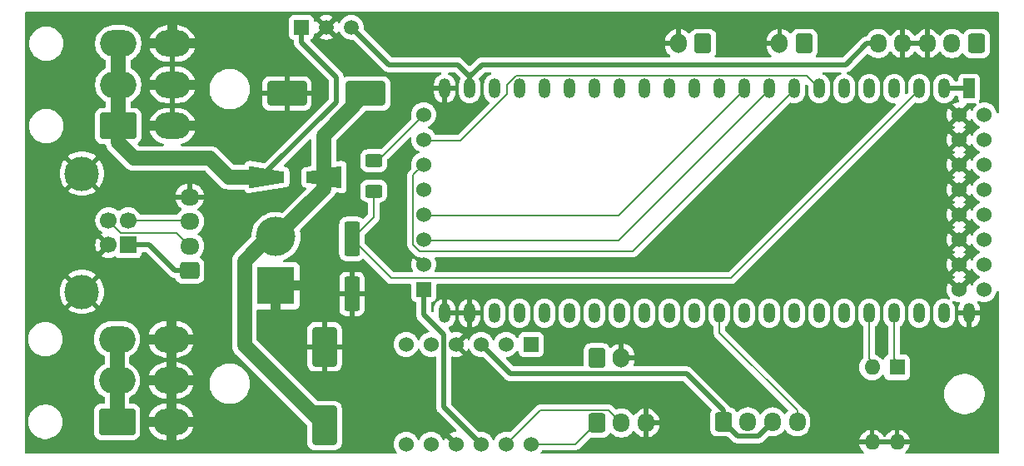
<source format=gbr>
%TF.GenerationSoftware,KiCad,Pcbnew,8.0.4*%
%TF.CreationDate,2024-12-04T14:23:44+01:00*%
%TF.ProjectId,ActivePedal,41637469-7665-4506-9564-616c2e6b6963,rev?*%
%TF.SameCoordinates,Original*%
%TF.FileFunction,Copper,L1,Top*%
%TF.FilePolarity,Positive*%
%FSLAX46Y46*%
G04 Gerber Fmt 4.6, Leading zero omitted, Abs format (unit mm)*
G04 Created by KiCad (PCBNEW 8.0.4) date 2024-12-04 14:23:44*
%MOMM*%
%LPD*%
G01*
G04 APERTURE LIST*
G04 Aperture macros list*
%AMRoundRect*
0 Rectangle with rounded corners*
0 $1 Rounding radius*
0 $2 $3 $4 $5 $6 $7 $8 $9 X,Y pos of 4 corners*
0 Add a 4 corners polygon primitive as box body*
4,1,4,$2,$3,$4,$5,$6,$7,$8,$9,$2,$3,0*
0 Add four circle primitives for the rounded corners*
1,1,$1+$1,$2,$3*
1,1,$1+$1,$4,$5*
1,1,$1+$1,$6,$7*
1,1,$1+$1,$8,$9*
0 Add four rect primitives between the rounded corners*
20,1,$1+$1,$2,$3,$4,$5,0*
20,1,$1+$1,$4,$5,$6,$7,0*
20,1,$1+$1,$6,$7,$8,$9,0*
20,1,$1+$1,$8,$9,$2,$3,0*%
%AMOutline4P*
0 Free polygon, 4 corners , with rotation*
0 The origin of the aperture is its center*
0 number of corners: always 4*
0 $1 to $8 corner X, Y*
0 $9 Rotation angle, in degrees counterclockwise*
0 create outline with 4 corners*
4,1,4,$1,$2,$3,$4,$5,$6,$7,$8,$1,$2,$9*%
G04 Aperture macros list end*
%TA.AperFunction,ComponentPad*%
%ADD10RoundRect,0.250000X-0.600000X-0.725000X0.600000X-0.725000X0.600000X0.725000X-0.600000X0.725000X0*%
%TD*%
%TA.AperFunction,ComponentPad*%
%ADD11O,1.700000X1.950000*%
%TD*%
%TA.AperFunction,ComponentPad*%
%ADD12RoundRect,0.250000X-0.600000X-0.750000X0.600000X-0.750000X0.600000X0.750000X-0.600000X0.750000X0*%
%TD*%
%TA.AperFunction,ComponentPad*%
%ADD13O,1.700000X2.000000*%
%TD*%
%TA.AperFunction,ComponentPad*%
%ADD14R,1.200000X2.000000*%
%TD*%
%TA.AperFunction,ComponentPad*%
%ADD15O,1.200000X2.000000*%
%TD*%
%TA.AperFunction,SMDPad,CuDef*%
%ADD16RoundRect,0.250000X1.750000X1.000000X-1.750000X1.000000X-1.750000X-1.000000X1.750000X-1.000000X0*%
%TD*%
%TA.AperFunction,SMDPad,CuDef*%
%ADD17RoundRect,0.250000X1.000000X-1.750000X1.000000X1.750000X-1.000000X1.750000X-1.000000X-1.750000X0*%
%TD*%
%TA.AperFunction,ComponentPad*%
%ADD18R,3.800000X3.800000*%
%TD*%
%TA.AperFunction,ComponentPad*%
%ADD19C,4.000000*%
%TD*%
%TA.AperFunction,ComponentPad*%
%ADD20RoundRect,0.250000X0.600000X0.725000X-0.600000X0.725000X-0.600000X-0.725000X0.600000X-0.725000X0*%
%TD*%
%TA.AperFunction,ComponentPad*%
%ADD21RoundRect,0.250001X1.599999X-1.099999X1.599999X1.099999X-1.599999X1.099999X-1.599999X-1.099999X0*%
%TD*%
%TA.AperFunction,ComponentPad*%
%ADD22O,3.700000X2.700000*%
%TD*%
%TA.AperFunction,ComponentPad*%
%ADD23R,1.524000X1.524000*%
%TD*%
%TA.AperFunction,ComponentPad*%
%ADD24C,1.524000*%
%TD*%
%TA.AperFunction,ComponentPad*%
%ADD25R,1.600000X1.600000*%
%TD*%
%TA.AperFunction,ComponentPad*%
%ADD26O,1.600000X1.600000*%
%TD*%
%TA.AperFunction,SMDPad,CuDef*%
%ADD27Outline4P,-1.800000X-1.150000X1.800000X-0.550000X1.800000X0.550000X-1.800000X1.150000X180.000000*%
%TD*%
%TA.AperFunction,SMDPad,CuDef*%
%ADD28Outline4P,-1.800000X-1.150000X1.800000X-0.550000X1.800000X0.550000X-1.800000X1.150000X0.000000*%
%TD*%
%TA.AperFunction,ComponentPad*%
%ADD29RoundRect,0.250000X0.600000X0.750000X-0.600000X0.750000X-0.600000X-0.750000X0.600000X-0.750000X0*%
%TD*%
%TA.AperFunction,ComponentPad*%
%ADD30RoundRect,0.250000X0.725000X-0.600000X0.725000X0.600000X-0.725000X0.600000X-0.725000X-0.600000X0*%
%TD*%
%TA.AperFunction,ComponentPad*%
%ADD31O,1.950000X1.700000*%
%TD*%
%TA.AperFunction,SMDPad,CuDef*%
%ADD32RoundRect,0.250000X-0.625000X0.400000X-0.625000X-0.400000X0.625000X-0.400000X0.625000X0.400000X0*%
%TD*%
%TA.AperFunction,ComponentPad*%
%ADD33R,1.700000X1.700000*%
%TD*%
%TA.AperFunction,ComponentPad*%
%ADD34C,1.700000*%
%TD*%
%TA.AperFunction,ComponentPad*%
%ADD35C,3.500000*%
%TD*%
%TA.AperFunction,SMDPad,CuDef*%
%ADD36RoundRect,0.250000X-0.550000X1.500000X-0.550000X-1.500000X0.550000X-1.500000X0.550000X1.500000X0*%
%TD*%
%TA.AperFunction,ComponentPad*%
%ADD37R,1.500000X1.500000*%
%TD*%
%TA.AperFunction,ComponentPad*%
%ADD38C,1.500000*%
%TD*%
%TA.AperFunction,Conductor*%
%ADD39C,1.000000*%
%TD*%
%TA.AperFunction,Conductor*%
%ADD40C,0.200000*%
%TD*%
%TA.AperFunction,Conductor*%
%ADD41C,0.500000*%
%TD*%
%TA.AperFunction,Conductor*%
%ADD42C,1.500000*%
%TD*%
%TA.AperFunction,Conductor*%
%ADD43C,2.000000*%
%TD*%
G04 APERTURE END LIST*
D10*
%TO.P,J2,1,Pin_1*%
%TO.N,Net-(J2-Pin_1)*%
X98378000Y-72009000D03*
D11*
%TO.P,J2,2,Pin_2*%
%TO.N,Net-(J2-Pin_2)*%
X100878000Y-72009000D03*
%TO.P,J2,3,Pin_3*%
%TO.N,GND*%
X103378000Y-72009000D03*
%TD*%
D12*
%TO.P,J9,1,Pin_1*%
%TO.N,/PAIR*%
X98378000Y-65388000D03*
D13*
%TO.P,J9,2,Pin_2*%
%TO.N,GND*%
X100878000Y-65388000D03*
%TD*%
D14*
%TO.P,U1,1,3V3*%
%TO.N,+3V3*%
X136245300Y-37976680D03*
D15*
%TO.P,U1,2,3V3*%
X133705300Y-37976680D03*
%TO.P,U1,3,CHIP_PU*%
%TO.N,Net-(U1-CHIP_PU)*%
X131165300Y-37976680D03*
%TO.P,U1,4,GPIO4/ADC1_CH3*%
%TO.N,unconnected-(U1-GPIO4{slash}ADC1_CH3-Pad4)*%
X128625300Y-37976680D03*
%TO.P,U1,5,GPIO5/ADC1_CH4*%
%TO.N,/EMERGENCY*%
X126085300Y-37976680D03*
%TO.P,U1,6,GPIO6/ADC1_CH5*%
%TO.N,/BUZZER*%
X123545300Y-37976680D03*
%TO.P,U1,7,GPIO7/ADC1_CH6*%
%TO.N,/ADC_CS*%
X121005300Y-37976680D03*
%TO.P,U1,8,GPIO15/ADC2_CH4/32K_P*%
%TO.N,/ADC_DRDY*%
X118465300Y-37976680D03*
%TO.P,U1,9,GPIO16/ADC2_CH5/32K_N*%
%TO.N,/ADC_SCK*%
X115925300Y-37976680D03*
%TO.P,U1,10,GPIO17/ADC2_CH6*%
%TO.N,/ADC_MOSI*%
X113385300Y-37976680D03*
%TO.P,U1,11,GPIO18/ADC2_CH7*%
%TO.N,/ADC_MISO*%
X110845300Y-37976680D03*
%TO.P,U1,12,GPIO8/ADC1_CH7*%
%TO.N,unconnected-(U1-GPIO8{slash}ADC1_CH7-Pad12)*%
X108305300Y-37976680D03*
%TO.P,U1,13,GPIO3/ADC1_CH2*%
%TO.N,unconnected-(U1-GPIO3{slash}ADC1_CH2-Pad13)*%
X105765300Y-37976680D03*
%TO.P,U1,14,GPIO46*%
%TO.N,unconnected-(U1-GPIO46-Pad14)*%
X103225300Y-37976680D03*
%TO.P,U1,15,GPIO9/ADC1_CH8*%
%TO.N,/SERVO_RX*%
X100685300Y-37976680D03*
%TO.P,U1,16,GPIO10/ADC1_CH9*%
%TO.N,/SERVO_TX*%
X98145300Y-37976680D03*
%TO.P,U1,17,GPIO11/ADC2_CH0*%
%TO.N,unconnected-(U1-GPIO11{slash}ADC2_CH0-Pad17)*%
X95605300Y-37976680D03*
%TO.P,U1,18,GPIO12/ADC2_CH1*%
%TO.N,unconnected-(U1-GPIO12{slash}ADC2_CH1-Pad18)*%
X93065300Y-37976680D03*
%TO.P,U1,19,GPIO13/ADC2_CH2*%
%TO.N,unconnected-(U1-GPIO13{slash}ADC2_CH2-Pad19)*%
X90525300Y-37976680D03*
%TO.P,U1,20,GPIO14/ADC2_CH3*%
%TO.N,unconnected-(U1-GPIO14{slash}ADC2_CH3-Pad20)*%
X87988020Y-37973000D03*
%TO.P,U1,21,5V*%
%TO.N,+5V*%
X85448020Y-37973000D03*
%TO.P,U1,22,GND*%
%TO.N,GND*%
X82908020Y-37973000D03*
%TO.P,U1,23,GND*%
X82905300Y-60836680D03*
%TO.P,U1,24,GND*%
X85445300Y-60836680D03*
%TO.P,U1,25,GPIO19/USB_D-*%
%TO.N,unconnected-(U1-GPIO19{slash}USB_D--Pad25)*%
X87985300Y-60836680D03*
%TO.P,U1,26,GPIO20/USB_D+*%
%TO.N,unconnected-(U1-GPIO20{slash}USB_D+-Pad26)*%
X90525300Y-60836680D03*
%TO.P,U1,27,GPIO21*%
%TO.N,unconnected-(U1-GPIO21-Pad27)*%
X93065300Y-60836680D03*
%TO.P,U1,28,GPIO47*%
%TO.N,unconnected-(U1-GPIO47-Pad28)*%
X95605300Y-60836680D03*
%TO.P,U1,29,GPIO48*%
%TO.N,unconnected-(U1-GPIO48-Pad29)*%
X98145300Y-60836680D03*
%TO.P,U1,30,GPIO45*%
%TO.N,unconnected-(U1-GPIO45-Pad30)*%
X100685300Y-60836680D03*
%TO.P,U1,31,GPIO0*%
%TO.N,unconnected-(U1-GPIO0-Pad31)*%
X103225300Y-60836680D03*
%TO.P,U1,32,GPIO35*%
%TO.N,/PAIR*%
X105765300Y-60836680D03*
%TO.P,U1,33,GPIO36*%
%TO.N,/SERVO_STEP*%
X108305300Y-60836680D03*
%TO.P,U1,34,GPIO37*%
%TO.N,/SERVO_DIR*%
X110845300Y-60836680D03*
%TO.P,U1,35,GPIO38*%
%TO.N,unconnected-(U1-GPIO38-Pad35)*%
X113385300Y-60836680D03*
%TO.P,U1,36,GPIO39/MTCK*%
%TO.N,unconnected-(U1-GPIO39{slash}MTCK-Pad36)*%
X115925300Y-60836680D03*
%TO.P,U1,37,GPIO40/MTDO*%
%TO.N,unconnected-(U1-GPIO40{slash}MTDO-Pad37)*%
X118465300Y-60836680D03*
%TO.P,U1,38,GPIO41/MTDI*%
%TO.N,unconnected-(U1-GPIO41{slash}MTDI-Pad38)*%
X121005300Y-60836680D03*
%TO.P,U1,39,GPIO42/MTMS*%
%TO.N,unconnected-(U1-GPIO42{slash}MTMS-Pad39)*%
X123545300Y-60836680D03*
%TO.P,U1,40,GPIO2/ADC1_CH1*%
%TO.N,/CFG1*%
X126085300Y-60836680D03*
%TO.P,U1,41,GPIO1/ADC1_CH0*%
%TO.N,/CFG2*%
X128625300Y-60836680D03*
%TO.P,U1,42,GPIO44/U0RXD*%
%TO.N,unconnected-(U1-GPIO44{slash}U0RXD-Pad42)*%
X131165300Y-60836680D03*
%TO.P,U1,43,GPIO43/U0TXD*%
%TO.N,unconnected-(U1-GPIO43{slash}U0TXD-Pad43)*%
X133705300Y-60836680D03*
%TO.P,U1,44,GND*%
%TO.N,GND*%
X136245300Y-60836680D03*
%TD*%
D16*
%TO.P,C2,1*%
%TO.N,Net-(D1-K)*%
X74866000Y-38480000D03*
%TO.P,C2,2*%
%TO.N,GND*%
X66866000Y-38480000D03*
%TD*%
D17*
%TO.P,C3,1*%
%TO.N,Net-(D1-K)*%
X70688000Y-72263000D03*
%TO.P,C3,2*%
%TO.N,GND*%
X70688000Y-64263000D03*
%TD*%
D18*
%TO.P,J10,1,Pin_1*%
%TO.N,GND*%
X65735000Y-58039000D03*
D19*
%TO.P,J10,2,Pin_2*%
%TO.N,Net-(D1-K)*%
X65735000Y-53039000D03*
%TD*%
D20*
%TO.P,J3,1,Pin_1*%
%TO.N,Net-(J3-Pin_1)*%
X136993000Y-33401000D03*
D11*
%TO.P,J3,2,Pin_2*%
%TO.N,Net-(J3-Pin_2)*%
X134493000Y-33401000D03*
%TO.P,J3,3,Pin_3*%
%TO.N,GND*%
X131993000Y-33401000D03*
%TO.P,J3,4,Pin_4*%
X129493000Y-33401000D03*
%TO.P,J3,5,Pin_5*%
%TO.N,+5V*%
X126993000Y-33401000D03*
%TD*%
D21*
%TO.P,J7,1,Pin_1*%
%TO.N,+36V*%
X49579000Y-71882000D03*
D22*
%TO.P,J7,2,Pin_2*%
X49579000Y-67682000D03*
%TO.P,J7,3,Pin_3*%
X49579000Y-63482000D03*
%TO.P,J7,4,Pin_4*%
%TO.N,GND*%
X55079000Y-71882000D03*
%TO.P,J7,5,Pin_5*%
X55079000Y-67682000D03*
%TO.P,J7,6,Pin_6*%
X55079000Y-63482000D03*
%TD*%
D23*
%TO.P,U3,1,LV1*%
%TO.N,/SERVO_TX*%
X91694000Y-64008000D03*
D24*
%TO.P,U3,2,LV2*%
%TO.N,/SERVO_RX*%
X89154000Y-64008000D03*
%TO.P,U3,3,LV*%
%TO.N,+3V3*%
X86614000Y-64008000D03*
%TO.P,U3,4,GND*%
%TO.N,GND*%
X84074000Y-64008000D03*
%TO.P,U3,5,LV3*%
%TO.N,unconnected-(U3-LV3-Pad5)*%
X81534000Y-64008000D03*
%TO.P,U3,6,LV4*%
%TO.N,unconnected-(U3-LV4-Pad6)*%
X78994000Y-64008000D03*
%TO.P,U3,7,HV4*%
%TO.N,unconnected-(U3-HV4-Pad7)*%
X78994000Y-74168000D03*
%TO.P,U3,8,HV3*%
%TO.N,unconnected-(U3-HV3-Pad8)*%
X81534000Y-74168000D03*
%TO.P,U3,9,GND*%
%TO.N,GND*%
X84074000Y-74168000D03*
%TO.P,U3,10,HV*%
%TO.N,+5V*%
X86614000Y-74168000D03*
%TO.P,U3,11,HV2*%
%TO.N,Net-(J2-Pin_2)*%
X89154000Y-74168000D03*
%TO.P,U3,12,HV1*%
%TO.N,Net-(J2-Pin_1)*%
X91694000Y-74168000D03*
%TD*%
D25*
%TO.P,SW1,1*%
%TO.N,/CFG2*%
X128910000Y-66336500D03*
D26*
%TO.P,SW1,2*%
%TO.N,/CFG1*%
X126370000Y-66336500D03*
%TO.P,SW1,3*%
%TO.N,GND*%
X126370000Y-73956500D03*
%TO.P,SW1,4*%
X128910000Y-73956500D03*
%TD*%
D27*
%TO.P,D1,1,K*%
%TO.N,Net-(D1-K)*%
X70612000Y-46990000D03*
D28*
%TO.P,D1,2,A*%
%TO.N,+36V*%
X64812000Y-46990000D03*
%TD*%
D10*
%TO.P,J1,1,Pin_1*%
%TO.N,+3V3*%
X111252000Y-71882000D03*
D11*
%TO.P,J1,2,Pin_2*%
%TO.N,/SERVO_STEP*%
X113752000Y-71882000D03*
%TO.P,J1,3,Pin_3*%
%TO.N,+3V3*%
X116252000Y-71882000D03*
%TO.P,J1,4,Pin_4*%
%TO.N,/SERVO_DIR*%
X118752000Y-71882000D03*
%TD*%
D29*
%TO.P,J4,1,Pin_1*%
%TO.N,/EMERGENCY*%
X119467000Y-33401000D03*
D13*
%TO.P,J4,2,Pin_2*%
%TO.N,GND*%
X116967000Y-33401000D03*
%TD*%
D30*
%TO.P,J5,1,Pin_1*%
%TO.N,VBUS*%
X56972000Y-56499000D03*
D31*
%TO.P,J5,2,Pin_2*%
%TO.N,Net-(J5-Pin_2)*%
X56972000Y-53999000D03*
%TO.P,J5,3,Pin_3*%
%TO.N,Net-(J5-Pin_3)*%
X56972000Y-51499000D03*
%TO.P,J5,4,Pin_4*%
%TO.N,GND*%
X56972000Y-48999000D03*
%TD*%
D32*
%TO.P,R1,1*%
%TO.N,+3V3*%
X75692000Y-45313000D03*
%TO.P,R1,2*%
%TO.N,Net-(U1-CHIP_PU)*%
X75692000Y-48413000D03*
%TD*%
D21*
%TO.P,J8,1,Pin_1*%
%TO.N,+36V*%
X49706000Y-41792000D03*
D22*
%TO.P,J8,2,Pin_2*%
X49706000Y-37592000D03*
%TO.P,J8,3,Pin_3*%
X49706000Y-33392000D03*
%TO.P,J8,4,Pin_4*%
%TO.N,GND*%
X55206000Y-41792000D03*
%TO.P,J8,5,Pin_5*%
X55206000Y-37592000D03*
%TO.P,J8,6,Pin_6*%
X55206000Y-33392000D03*
%TD*%
D33*
%TO.P,J6,1,VBUS*%
%TO.N,VBUS*%
X50722500Y-53892000D03*
D34*
%TO.P,J6,2,D-*%
%TO.N,Net-(J5-Pin_3)*%
X50722500Y-51392000D03*
%TO.P,J6,3,D+*%
%TO.N,Net-(J5-Pin_2)*%
X48722500Y-51392000D03*
%TO.P,J6,4,GND*%
%TO.N,GND*%
X48722500Y-53892000D03*
D35*
%TO.P,J6,5,Shield*%
X46012500Y-58662000D03*
X46012500Y-46622000D03*
%TD*%
D36*
%TO.P,C1,1*%
%TO.N,Net-(U1-CHIP_PU)*%
X73482000Y-53271000D03*
%TO.P,C1,2*%
%TO.N,GND*%
X73482000Y-58871000D03*
%TD*%
D29*
%TO.P,J11,1,Pin_1*%
%TO.N,/BUZZER*%
X109180000Y-33401000D03*
D13*
%TO.P,J11,2,Pin_2*%
%TO.N,GND*%
X106680000Y-33401000D03*
%TD*%
D37*
%TO.P,PS1,1,+VIN*%
%TO.N,+36V*%
X68326000Y-31750000D03*
D38*
%TO.P,PS1,2,GND*%
%TO.N,GND*%
X70866000Y-31750000D03*
%TO.P,PS1,3,+VOUT*%
%TO.N,+5V*%
X73406000Y-31750000D03*
%TD*%
D23*
%TO.P,U2,1,VDD*%
%TO.N,+5V*%
X80772000Y-58420000D03*
D24*
%TO.P,U2,2,GND*%
%TO.N,GND*%
X80772000Y-55880000D03*
%TO.P,U2,3,SCLK*%
%TO.N,/ADC_SCK*%
X80772000Y-53340000D03*
%TO.P,U2,4,DIN*%
%TO.N,/ADC_MOSI*%
X80772000Y-50800000D03*
%TO.P,U2,5,DOUT*%
%TO.N,/ADC_MISO*%
X80772000Y-48260000D03*
%TO.P,U2,6,~{DRDY}*%
%TO.N,/ADC_DRDY*%
X80772000Y-45720000D03*
%TO.P,U2,7,~{CS}*%
%TO.N,/ADC_CS*%
X80772000Y-43180000D03*
%TO.P,U2,8,~{PDWN}*%
%TO.N,+3V3*%
X80772000Y-40640000D03*
%TO.P,U2,9,GND*%
%TO.N,GND*%
X135232000Y-58420000D03*
%TO.P,U2,10,GND*%
X135232000Y-55880000D03*
%TO.P,U2,11,GND*%
X135232000Y-53340000D03*
%TO.P,U2,12,GND*%
X135232000Y-50800000D03*
%TO.P,U2,13,GND*%
X135232000Y-48260000D03*
%TO.P,U2,14,GND*%
X135232000Y-45720000D03*
%TO.P,U2,15,GND*%
X135232000Y-43180000D03*
%TO.P,U2,16,GND*%
X135232000Y-40640000D03*
%TO.P,U2,17,Ain0/D0*%
%TO.N,Net-(J3-Pin_1)*%
X137772000Y-58420000D03*
%TO.P,U2,18,Ain1/D1*%
%TO.N,Net-(J3-Pin_2)*%
X137772000Y-55880000D03*
%TO.P,U2,19,Ain2/D2*%
%TO.N,unconnected-(U2-Ain2{slash}D2-Pad19)*%
X137772000Y-53340000D03*
%TO.P,U2,20,Ain3/D3*%
%TO.N,unconnected-(U2-Ain3{slash}D3-Pad20)*%
X137772000Y-50800000D03*
%TO.P,U2,21,Ain4/D4*%
%TO.N,unconnected-(U2-Ain4{slash}D4-Pad21)*%
X137772000Y-48260000D03*
%TO.P,U2,22,Ain5/D5*%
%TO.N,unconnected-(U2-Ain5{slash}D5-Pad22)*%
X137772000Y-45720000D03*
%TO.P,U2,23,Ain6/D6*%
%TO.N,unconnected-(U2-Ain6{slash}D6-Pad23)*%
X137772000Y-43180000D03*
%TO.P,U2,24,Ain7/D7*%
%TO.N,unconnected-(U2-Ain7{slash}D7-Pad24)*%
X137772000Y-40640000D03*
%TD*%
D39*
%TO.N,GND*%
X52679600Y-37592000D02*
X52654200Y-37566600D01*
X55079000Y-63482000D02*
X55079000Y-67682000D01*
X65735000Y-61391600D02*
X65760600Y-61417200D01*
X58013600Y-37592000D02*
X58089800Y-37515800D01*
X55079000Y-61253000D02*
X55118000Y-61214000D01*
X65735000Y-58039000D02*
X68834000Y-58039000D01*
X58013600Y-37592000D02*
X55206000Y-37592000D01*
X55079000Y-67682000D02*
X52587000Y-67682000D01*
X55079000Y-63482000D02*
X58148000Y-63482000D01*
X55079000Y-67682000D02*
X55079000Y-71882000D01*
X55079000Y-71882000D02*
X52832000Y-71882000D01*
X58233200Y-41792000D02*
X58293000Y-41732200D01*
X52587000Y-67682000D02*
X52578000Y-67691000D01*
X55206000Y-31255600D02*
X55321200Y-31140400D01*
X55206000Y-33392000D02*
X55206000Y-31255600D01*
X55206000Y-41792000D02*
X52790200Y-41792000D01*
X55206000Y-37592000D02*
X52679600Y-37592000D01*
X55206000Y-41792000D02*
X58233200Y-41792000D01*
X55079000Y-63482000D02*
X55079000Y-61253000D01*
X55206000Y-33392000D02*
X52721400Y-33392000D01*
X52646800Y-63482000D02*
X52628800Y-63500000D01*
X52790200Y-41792000D02*
X52781200Y-41783000D01*
X55206000Y-33392000D02*
X58004600Y-33392000D01*
X55079000Y-71882000D02*
X58420000Y-71882000D01*
X55079000Y-63482000D02*
X52646800Y-63482000D01*
X55079000Y-67682000D02*
X57794000Y-67682000D01*
X55079000Y-71882000D02*
X55079000Y-74129000D01*
X58148000Y-63482000D02*
X58166000Y-63500000D01*
X65735000Y-58039000D02*
X65735000Y-61391600D01*
D40*
%TO.N,Net-(J5-Pin_2)*%
X55622000Y-52649000D02*
X56972000Y-53999000D01*
X49979500Y-52649000D02*
X55622000Y-52649000D01*
X48722500Y-51392000D02*
X49979500Y-52649000D01*
%TO.N,Net-(J5-Pin_3)*%
X56865000Y-51392000D02*
X56972000Y-51499000D01*
X50722500Y-51392000D02*
X56865000Y-51392000D01*
D41*
%TO.N,VBUS*%
X50722500Y-53892000D02*
X52876000Y-53892000D01*
X55483000Y-56499000D02*
X56972000Y-56499000D01*
X52876000Y-53892000D02*
X55483000Y-56499000D01*
D42*
%TO.N,+36V*%
X49706000Y-41792000D02*
X49706000Y-42848000D01*
X51308000Y-45085000D02*
X49706000Y-43483000D01*
X60960000Y-46990000D02*
X64812000Y-46990000D01*
X49706000Y-43483000D02*
X49706000Y-41792000D01*
D41*
X64812000Y-46440000D02*
X71882000Y-39370000D01*
X71882000Y-36830000D02*
X68326000Y-33274000D01*
D42*
X59055000Y-45085000D02*
X60960000Y-46990000D01*
D41*
X68326000Y-33274000D02*
X68326000Y-31750000D01*
D42*
X51308000Y-45085000D02*
X59055000Y-45085000D01*
X49579000Y-63482000D02*
X49579000Y-71882000D01*
D43*
X49706000Y-41792000D02*
X49706000Y-42255000D01*
D41*
X64812000Y-46990000D02*
X64812000Y-46440000D01*
D42*
X49706000Y-33392000D02*
X49706000Y-41792000D01*
D41*
X71882000Y-39370000D02*
X71882000Y-36830000D01*
D42*
%TO.N,Net-(D1-K)*%
X62535000Y-55539000D02*
X65035000Y-53039000D01*
X74866000Y-38480000D02*
X70612000Y-42734000D01*
X70612000Y-48162000D02*
X65735000Y-53039000D01*
X62535000Y-64110000D02*
X62535000Y-55539000D01*
X70688000Y-72263000D02*
X62535000Y-64110000D01*
X65035000Y-53039000D02*
X65735000Y-53039000D01*
X70612000Y-42734000D02*
X70612000Y-46990000D01*
X70612000Y-46990000D02*
X70612000Y-48162000D01*
D41*
%TO.N,+5V*%
X86614000Y-74168000D02*
X82804000Y-70358000D01*
X80772000Y-60960000D02*
X82804000Y-62992000D01*
X77216000Y-35560000D02*
X73406000Y-31750000D01*
X125841300Y-33401000D02*
X123688000Y-35554300D01*
X84213400Y-35560000D02*
X77216000Y-35560000D01*
X84213400Y-35560000D02*
X85448000Y-36794600D01*
X80772000Y-58420000D02*
X80772000Y-60960000D01*
X126993000Y-33401000D02*
X125841300Y-33401000D01*
X123688000Y-35554300D02*
X86688300Y-35554300D01*
X85448000Y-38096300D02*
X85448000Y-36794600D01*
X86688300Y-35554300D02*
X85448000Y-36794600D01*
X82804000Y-62992000D02*
X82804000Y-70358000D01*
D40*
%TO.N,/ADC_SCK*%
X80795000Y-53467000D02*
X100558300Y-53467000D01*
X100558300Y-53467000D02*
X115925300Y-38100000D01*
D41*
%TO.N,+3V3*%
X89602000Y-66996000D02*
X107502000Y-66996000D01*
X111252000Y-71882000D02*
X112677000Y-73307000D01*
X86614000Y-64008000D02*
X89602000Y-66996000D01*
D40*
X76099000Y-45313000D02*
X75692000Y-45313000D01*
D41*
X111252000Y-70746000D02*
X111252000Y-71882000D01*
D40*
X80772000Y-40640000D02*
X76099000Y-45313000D01*
D41*
X112677000Y-73307000D02*
X114827000Y-73307000D01*
X114827000Y-73307000D02*
X116252000Y-71882000D01*
X107502000Y-66996000D02*
X111252000Y-70746000D01*
X133705300Y-37976680D02*
X136245300Y-37976680D01*
D40*
%TO.N,/CFG1*%
X126085300Y-65416800D02*
X127005000Y-66336500D01*
X126085300Y-60960000D02*
X126085300Y-65416800D01*
%TO.N,/ADC_CS*%
X90152508Y-36676680D02*
X119705300Y-36676680D01*
X84496300Y-43307000D02*
X89258500Y-38544800D01*
X119705300Y-36676680D02*
X121005300Y-37976680D01*
X80795000Y-43307000D02*
X84496300Y-43307000D01*
X89258500Y-37570688D02*
X90152508Y-36676680D01*
X89258500Y-38544800D02*
X89258500Y-37570688D01*
%TO.N,/CFG2*%
X128625300Y-60960000D02*
X128625300Y-65416800D01*
X128625300Y-65416800D02*
X129545000Y-66336500D01*
%TO.N,/ADC_MOSI*%
X80795000Y-50927000D02*
X100558300Y-50927000D01*
X100558300Y-50927000D02*
X113385300Y-38100000D01*
%TO.N,/ADC_DRDY*%
X102036300Y-54529000D02*
X118465300Y-38100000D01*
X79710000Y-46782000D02*
X79710000Y-53883895D01*
X80772000Y-45720000D02*
X79710000Y-46782000D01*
X79710000Y-53883895D02*
X80355105Y-54529000D01*
X80355105Y-54529000D02*
X102036300Y-54529000D01*
%TO.N,/SERVO_DIR*%
X110845300Y-60960000D02*
X110845300Y-62839300D01*
X110845300Y-62839300D02*
X118752000Y-70746000D01*
X118752000Y-70746000D02*
X118752000Y-71882000D01*
%TO.N,Net-(U1-CHIP_PU)*%
X75692000Y-51061000D02*
X73482000Y-53271000D01*
X75692000Y-51061000D02*
X75692000Y-48413000D01*
X77488000Y-57277000D02*
X73482000Y-53271000D01*
X131165300Y-38100000D02*
X111988300Y-57277000D01*
X111988300Y-57277000D02*
X77488000Y-57277000D01*
%TO.N,Net-(J2-Pin_1)*%
X91694000Y-74168000D02*
X96219000Y-74168000D01*
X96219000Y-74168000D02*
X98378000Y-72009000D01*
%TO.N,Net-(J2-Pin_2)*%
X92588000Y-70734000D02*
X99603000Y-70734000D01*
X99603000Y-70734000D02*
X100878000Y-72009000D01*
X92588000Y-70734000D02*
X89154000Y-74168000D01*
%TD*%
%TA.AperFunction,Conductor*%
%TO.N,GND*%
G36*
X139202539Y-30170185D02*
G01*
X139248294Y-30222989D01*
X139259500Y-30274500D01*
X139259500Y-40371623D01*
X139239815Y-40438662D01*
X139187011Y-40484417D01*
X139117853Y-40494361D01*
X139054297Y-40465336D01*
X139016523Y-40406558D01*
X139015725Y-40403717D01*
X139007125Y-40371623D01*
X138962894Y-40206550D01*
X138869534Y-40006339D01*
X138773377Y-39869011D01*
X138742827Y-39825381D01*
X138716565Y-39799119D01*
X138586620Y-39669174D01*
X138586616Y-39669171D01*
X138586615Y-39669170D01*
X138405666Y-39542468D01*
X138405662Y-39542466D01*
X138378898Y-39529986D01*
X138205450Y-39449106D01*
X138205447Y-39449105D01*
X138205445Y-39449104D01*
X137992070Y-39391930D01*
X137992062Y-39391929D01*
X137772002Y-39372677D01*
X137771998Y-39372677D01*
X137551937Y-39391929D01*
X137551926Y-39391931D01*
X137407287Y-39430687D01*
X137337437Y-39429024D01*
X137279575Y-39389861D01*
X137252071Y-39325633D01*
X137263658Y-39256730D01*
X137275923Y-39236607D01*
X137289096Y-39219011D01*
X137339391Y-39084163D01*
X137345800Y-39024553D01*
X137345799Y-36928808D01*
X137339391Y-36869197D01*
X137335868Y-36859752D01*
X137289097Y-36734351D01*
X137289093Y-36734344D01*
X137202847Y-36619135D01*
X137202844Y-36619132D01*
X137087635Y-36532886D01*
X137087628Y-36532882D01*
X136952782Y-36482588D01*
X136952783Y-36482588D01*
X136893183Y-36476181D01*
X136893181Y-36476180D01*
X136893173Y-36476180D01*
X136893164Y-36476180D01*
X135597429Y-36476180D01*
X135597423Y-36476181D01*
X135537816Y-36482588D01*
X135402971Y-36532882D01*
X135402964Y-36532886D01*
X135287755Y-36619132D01*
X135287752Y-36619135D01*
X135201506Y-36734344D01*
X135201502Y-36734351D01*
X135151208Y-36869197D01*
X135144801Y-36928796D01*
X135144801Y-36928803D01*
X135144800Y-36928815D01*
X135144800Y-37102180D01*
X135125115Y-37169219D01*
X135072311Y-37214974D01*
X135020800Y-37226180D01*
X134837819Y-37226180D01*
X134770780Y-37206495D01*
X134727334Y-37158475D01*
X134680923Y-37067388D01*
X134646532Y-36999892D01*
X134544714Y-36859752D01*
X134422228Y-36737266D01*
X134282088Y-36635448D01*
X134127745Y-36556807D01*
X133963001Y-36503278D01*
X133962999Y-36503277D01*
X133962998Y-36503277D01*
X133831571Y-36482461D01*
X133791911Y-36476180D01*
X133618689Y-36476180D01*
X133579028Y-36482461D01*
X133447602Y-36503277D01*
X133409359Y-36515703D01*
X133313866Y-36546731D01*
X133282852Y-36556808D01*
X133128511Y-36635448D01*
X133050675Y-36692000D01*
X132988372Y-36737266D01*
X132988370Y-36737268D01*
X132988369Y-36737268D01*
X132865888Y-36859749D01*
X132865888Y-36859750D01*
X132865886Y-36859752D01*
X132828116Y-36911738D01*
X132764068Y-36999891D01*
X132685428Y-37154232D01*
X132631897Y-37318982D01*
X132604800Y-37490069D01*
X132604800Y-38463290D01*
X132631314Y-38630697D01*
X132631898Y-38634381D01*
X132685427Y-38799125D01*
X132764068Y-38953468D01*
X132865886Y-39093608D01*
X132988372Y-39216094D01*
X133128512Y-39317912D01*
X133282855Y-39396553D01*
X133447599Y-39450082D01*
X133618689Y-39477180D01*
X133618690Y-39477180D01*
X133791910Y-39477180D01*
X133791911Y-39477180D01*
X133963001Y-39450082D01*
X134127745Y-39396553D01*
X134282088Y-39317912D01*
X134422228Y-39216094D01*
X134544714Y-39093608D01*
X134646532Y-38953468D01*
X134698650Y-38851180D01*
X134727334Y-38794885D01*
X134775309Y-38744089D01*
X134837819Y-38727180D01*
X135020801Y-38727180D01*
X135087840Y-38746865D01*
X135133595Y-38799669D01*
X135144801Y-38851180D01*
X135144801Y-39024556D01*
X135151208Y-39084163D01*
X135201212Y-39218230D01*
X135206196Y-39287922D01*
X135172711Y-39349245D01*
X135111387Y-39382729D01*
X135095839Y-39385091D01*
X135012023Y-39392424D01*
X135012013Y-39392426D01*
X134798729Y-39449575D01*
X134798720Y-39449579D01*
X134598590Y-39542901D01*
X134533811Y-39588258D01*
X135204553Y-40259000D01*
X135181840Y-40259000D01*
X135084939Y-40284964D01*
X134998060Y-40335124D01*
X134927124Y-40406060D01*
X134876964Y-40492939D01*
X134851000Y-40589840D01*
X134851000Y-40612553D01*
X134180258Y-39941811D01*
X134134901Y-40006590D01*
X134041579Y-40206720D01*
X134041575Y-40206729D01*
X133984426Y-40420013D01*
X133984424Y-40420023D01*
X133965179Y-40639999D01*
X133965179Y-40640000D01*
X133984424Y-40859976D01*
X133984426Y-40859986D01*
X134041575Y-41073270D01*
X134041580Y-41073284D01*
X134134898Y-41273405D01*
X134134901Y-41273411D01*
X134180258Y-41338187D01*
X134180259Y-41338188D01*
X134851000Y-40667447D01*
X134851000Y-40690160D01*
X134876964Y-40787061D01*
X134927124Y-40873940D01*
X134998060Y-40944876D01*
X135084939Y-40995036D01*
X135181840Y-41021000D01*
X135204553Y-41021000D01*
X134533810Y-41691740D01*
X134598589Y-41737098D01*
X134728373Y-41797618D01*
X134780812Y-41843790D01*
X134799964Y-41910984D01*
X134779748Y-41977865D01*
X134728373Y-42022382D01*
X134598590Y-42082901D01*
X134533811Y-42128258D01*
X135204553Y-42799000D01*
X135181840Y-42799000D01*
X135084939Y-42824964D01*
X134998060Y-42875124D01*
X134927124Y-42946060D01*
X134876964Y-43032939D01*
X134851000Y-43129840D01*
X134851000Y-43152553D01*
X134180258Y-42481811D01*
X134134901Y-42546590D01*
X134041579Y-42746720D01*
X134041575Y-42746729D01*
X133984426Y-42960013D01*
X133984424Y-42960023D01*
X133965179Y-43179999D01*
X133965179Y-43180000D01*
X133984424Y-43399976D01*
X133984426Y-43399986D01*
X134041575Y-43613270D01*
X134041580Y-43613284D01*
X134134898Y-43813405D01*
X134134901Y-43813411D01*
X134180258Y-43878187D01*
X134180259Y-43878188D01*
X134851000Y-43207447D01*
X134851000Y-43230160D01*
X134876964Y-43327061D01*
X134927124Y-43413940D01*
X134998060Y-43484876D01*
X135084939Y-43535036D01*
X135181840Y-43561000D01*
X135204553Y-43561000D01*
X134533810Y-44231740D01*
X134598589Y-44277098D01*
X134728373Y-44337618D01*
X134780812Y-44383790D01*
X134799964Y-44450984D01*
X134779748Y-44517865D01*
X134728373Y-44562382D01*
X134598590Y-44622901D01*
X134533811Y-44668258D01*
X135204553Y-45339000D01*
X135181840Y-45339000D01*
X135084939Y-45364964D01*
X134998060Y-45415124D01*
X134927124Y-45486060D01*
X134876964Y-45572939D01*
X134851000Y-45669840D01*
X134851000Y-45692553D01*
X134180258Y-45021811D01*
X134134901Y-45086590D01*
X134041579Y-45286720D01*
X134041575Y-45286729D01*
X133984426Y-45500013D01*
X133984424Y-45500023D01*
X133965179Y-45719999D01*
X133965179Y-45720000D01*
X133984424Y-45939976D01*
X133984426Y-45939986D01*
X134041575Y-46153270D01*
X134041580Y-46153284D01*
X134134898Y-46353405D01*
X134134901Y-46353411D01*
X134180258Y-46418187D01*
X134180259Y-46418188D01*
X134851000Y-45747447D01*
X134851000Y-45770160D01*
X134876964Y-45867061D01*
X134927124Y-45953940D01*
X134998060Y-46024876D01*
X135084939Y-46075036D01*
X135181840Y-46101000D01*
X135204553Y-46101000D01*
X134533810Y-46771740D01*
X134598589Y-46817098D01*
X134728373Y-46877618D01*
X134780812Y-46923790D01*
X134799964Y-46990984D01*
X134779748Y-47057865D01*
X134728373Y-47102382D01*
X134598590Y-47162901D01*
X134533811Y-47208258D01*
X135204553Y-47879000D01*
X135181840Y-47879000D01*
X135084939Y-47904964D01*
X134998060Y-47955124D01*
X134927124Y-48026060D01*
X134876964Y-48112939D01*
X134851000Y-48209840D01*
X134851000Y-48232553D01*
X134180258Y-47561811D01*
X134134901Y-47626590D01*
X134041579Y-47826720D01*
X134041575Y-47826729D01*
X133984426Y-48040013D01*
X133984424Y-48040023D01*
X133965179Y-48259999D01*
X133965179Y-48260000D01*
X133984424Y-48479976D01*
X133984426Y-48479986D01*
X134041575Y-48693270D01*
X134041580Y-48693284D01*
X134134898Y-48893405D01*
X134134901Y-48893411D01*
X134180258Y-48958187D01*
X134180259Y-48958188D01*
X134851000Y-48287447D01*
X134851000Y-48310160D01*
X134876964Y-48407061D01*
X134927124Y-48493940D01*
X134998060Y-48564876D01*
X135084939Y-48615036D01*
X135181840Y-48641000D01*
X135204553Y-48641000D01*
X134533810Y-49311740D01*
X134598589Y-49357098D01*
X134728373Y-49417618D01*
X134780812Y-49463790D01*
X134799964Y-49530984D01*
X134779748Y-49597865D01*
X134728373Y-49642382D01*
X134598590Y-49702901D01*
X134533811Y-49748258D01*
X135204553Y-50419000D01*
X135181840Y-50419000D01*
X135084939Y-50444964D01*
X134998060Y-50495124D01*
X134927124Y-50566060D01*
X134876964Y-50652939D01*
X134851000Y-50749840D01*
X134851000Y-50772553D01*
X134180258Y-50101811D01*
X134134901Y-50166590D01*
X134041579Y-50366720D01*
X134041575Y-50366729D01*
X133984426Y-50580013D01*
X133984424Y-50580023D01*
X133965179Y-50799999D01*
X133965179Y-50800000D01*
X133984424Y-51019976D01*
X133984426Y-51019986D01*
X134041575Y-51233270D01*
X134041580Y-51233284D01*
X134134898Y-51433405D01*
X134134901Y-51433411D01*
X134180258Y-51498187D01*
X134180259Y-51498188D01*
X134851000Y-50827447D01*
X134851000Y-50850160D01*
X134876964Y-50947061D01*
X134927124Y-51033940D01*
X134998060Y-51104876D01*
X135084939Y-51155036D01*
X135181840Y-51181000D01*
X135204553Y-51181000D01*
X134533810Y-51851740D01*
X134598589Y-51897098D01*
X134728373Y-51957618D01*
X134780812Y-52003790D01*
X134799964Y-52070984D01*
X134779748Y-52137865D01*
X134728373Y-52182382D01*
X134598590Y-52242901D01*
X134533811Y-52288258D01*
X135204553Y-52959000D01*
X135181840Y-52959000D01*
X135084939Y-52984964D01*
X134998060Y-53035124D01*
X134927124Y-53106060D01*
X134876964Y-53192939D01*
X134851000Y-53289840D01*
X134851000Y-53312553D01*
X134180258Y-52641811D01*
X134134901Y-52706590D01*
X134041579Y-52906720D01*
X134041575Y-52906729D01*
X133984426Y-53120013D01*
X133984424Y-53120023D01*
X133965179Y-53339999D01*
X133965179Y-53340000D01*
X133984424Y-53559976D01*
X133984426Y-53559986D01*
X134041575Y-53773270D01*
X134041580Y-53773284D01*
X134134898Y-53973405D01*
X134134901Y-53973411D01*
X134180258Y-54038187D01*
X134180259Y-54038188D01*
X134851000Y-53367447D01*
X134851000Y-53390160D01*
X134876964Y-53487061D01*
X134927124Y-53573940D01*
X134998060Y-53644876D01*
X135084939Y-53695036D01*
X135181840Y-53721000D01*
X135204553Y-53721000D01*
X134533810Y-54391740D01*
X134598589Y-54437098D01*
X134728373Y-54497618D01*
X134780812Y-54543790D01*
X134799964Y-54610984D01*
X134779748Y-54677865D01*
X134728373Y-54722382D01*
X134598590Y-54782901D01*
X134533811Y-54828258D01*
X135204553Y-55499000D01*
X135181840Y-55499000D01*
X135084939Y-55524964D01*
X134998060Y-55575124D01*
X134927124Y-55646060D01*
X134876964Y-55732939D01*
X134851000Y-55829840D01*
X134851000Y-55852553D01*
X134180258Y-55181811D01*
X134134901Y-55246590D01*
X134041579Y-55446720D01*
X134041575Y-55446729D01*
X133984426Y-55660013D01*
X133984424Y-55660023D01*
X133965179Y-55879999D01*
X133965179Y-55880000D01*
X133984424Y-56099976D01*
X133984426Y-56099986D01*
X134041575Y-56313270D01*
X134041580Y-56313284D01*
X134134898Y-56513405D01*
X134134901Y-56513411D01*
X134180258Y-56578187D01*
X134180259Y-56578188D01*
X134851000Y-55907447D01*
X134851000Y-55930160D01*
X134876964Y-56027061D01*
X134927124Y-56113940D01*
X134998060Y-56184876D01*
X135084939Y-56235036D01*
X135181840Y-56261000D01*
X135204553Y-56261000D01*
X134533810Y-56931740D01*
X134598589Y-56977098D01*
X134728373Y-57037618D01*
X134780812Y-57083790D01*
X134799964Y-57150984D01*
X134779748Y-57217865D01*
X134728373Y-57262382D01*
X134598590Y-57322901D01*
X134533811Y-57368258D01*
X135204553Y-58039000D01*
X135181840Y-58039000D01*
X135084939Y-58064964D01*
X134998060Y-58115124D01*
X134927124Y-58186060D01*
X134876964Y-58272939D01*
X134851000Y-58369840D01*
X134851000Y-58392553D01*
X134180258Y-57721811D01*
X134134901Y-57786590D01*
X134041579Y-57986720D01*
X134041575Y-57986729D01*
X133984426Y-58200013D01*
X133984424Y-58200023D01*
X133965179Y-58419999D01*
X133965179Y-58420000D01*
X133984424Y-58639976D01*
X133984426Y-58639986D01*
X134041575Y-58853270D01*
X134041580Y-58853284D01*
X134134899Y-59053407D01*
X134134900Y-59053409D01*
X134253837Y-59223268D01*
X134276164Y-59289474D01*
X134259154Y-59357242D01*
X134208206Y-59405055D01*
X134139496Y-59417733D01*
X134113946Y-59412323D01*
X133963001Y-59363278D01*
X133962999Y-59363277D01*
X133962998Y-59363277D01*
X133831571Y-59342461D01*
X133791911Y-59336180D01*
X133618689Y-59336180D01*
X133579028Y-59342461D01*
X133447602Y-59363277D01*
X133447599Y-59363278D01*
X133295357Y-59412745D01*
X133282852Y-59416808D01*
X133128511Y-59495448D01*
X133048556Y-59553539D01*
X132988372Y-59597266D01*
X132988370Y-59597268D01*
X132988369Y-59597268D01*
X132865888Y-59719749D01*
X132865888Y-59719750D01*
X132865886Y-59719752D01*
X132832060Y-59766310D01*
X132764068Y-59859891D01*
X132685428Y-60014232D01*
X132631897Y-60178982D01*
X132604800Y-60350069D01*
X132604800Y-61323291D01*
X132631898Y-61494381D01*
X132685427Y-61659125D01*
X132764068Y-61813468D01*
X132865886Y-61953608D01*
X132988372Y-62076094D01*
X133128512Y-62177912D01*
X133282855Y-62256553D01*
X133447599Y-62310082D01*
X133618689Y-62337180D01*
X133618690Y-62337180D01*
X133791910Y-62337180D01*
X133791911Y-62337180D01*
X133963001Y-62310082D01*
X134127745Y-62256553D01*
X134282088Y-62177912D01*
X134422228Y-62076094D01*
X134544714Y-61953608D01*
X134646532Y-61813468D01*
X134725173Y-61659125D01*
X134778702Y-61494381D01*
X134805800Y-61323291D01*
X134805800Y-60350069D01*
X134778702Y-60178979D01*
X134725173Y-60014235D01*
X134646532Y-59859892D01*
X134576257Y-59763167D01*
X134552778Y-59697362D01*
X134568603Y-59629309D01*
X134618709Y-59580614D01*
X134687187Y-59566738D01*
X134728981Y-59577901D01*
X134798720Y-59610420D01*
X134798729Y-59610424D01*
X135012013Y-59667573D01*
X135012024Y-59667575D01*
X135202812Y-59684267D01*
X135267881Y-59709719D01*
X135308860Y-59766310D01*
X135312738Y-59836072D01*
X135302490Y-59864090D01*
X135225892Y-60014422D01*
X135172385Y-60179095D01*
X135145300Y-60350108D01*
X135145300Y-60586680D01*
X135929614Y-60586680D01*
X135925220Y-60591074D01*
X135872559Y-60682286D01*
X135845300Y-60784019D01*
X135845300Y-60889341D01*
X135872559Y-60991074D01*
X135925220Y-61082286D01*
X135929614Y-61086680D01*
X135145300Y-61086680D01*
X135145300Y-61323251D01*
X135172385Y-61494264D01*
X135225891Y-61658937D01*
X135304495Y-61813204D01*
X135406267Y-61953282D01*
X135528697Y-62075712D01*
X135668775Y-62177484D01*
X135823044Y-62256088D01*
X135987715Y-62309594D01*
X135987714Y-62309594D01*
X135995299Y-62310795D01*
X135995300Y-62310794D01*
X135995300Y-61152366D01*
X135999694Y-61156760D01*
X136090906Y-61209421D01*
X136192639Y-61236680D01*
X136297961Y-61236680D01*
X136399694Y-61209421D01*
X136490906Y-61156760D01*
X136495300Y-61152366D01*
X136495300Y-62310795D01*
X136502884Y-62309594D01*
X136667555Y-62256088D01*
X136821824Y-62177484D01*
X136961902Y-62075712D01*
X137084332Y-61953282D01*
X137186104Y-61813204D01*
X137264708Y-61658937D01*
X137318214Y-61494264D01*
X137345300Y-61323251D01*
X137345300Y-61086680D01*
X136560986Y-61086680D01*
X136565380Y-61082286D01*
X136618041Y-60991074D01*
X136645300Y-60889341D01*
X136645300Y-60784019D01*
X136618041Y-60682286D01*
X136565380Y-60591074D01*
X136560986Y-60586680D01*
X137345300Y-60586680D01*
X137345300Y-60350108D01*
X137318214Y-60179095D01*
X137264708Y-60014422D01*
X137186101Y-59860151D01*
X137115930Y-59763567D01*
X137092450Y-59697761D01*
X137108276Y-59629707D01*
X137158382Y-59581012D01*
X137226860Y-59567137D01*
X137268649Y-59578299D01*
X137338550Y-59610894D01*
X137551932Y-59668070D01*
X137709123Y-59681822D01*
X137771998Y-59687323D01*
X137772000Y-59687323D01*
X137772002Y-59687323D01*
X137827140Y-59682499D01*
X137992068Y-59668070D01*
X138205450Y-59610894D01*
X138405662Y-59517534D01*
X138586620Y-59390826D01*
X138742826Y-59234620D01*
X138869534Y-59053662D01*
X138962894Y-58853450D01*
X139015725Y-58656282D01*
X139052090Y-58596622D01*
X139114937Y-58566093D01*
X139184313Y-58574388D01*
X139238190Y-58618873D01*
X139259465Y-58685425D01*
X139259500Y-58688376D01*
X139259500Y-75025500D01*
X139239815Y-75092539D01*
X139187011Y-75138294D01*
X139135500Y-75149500D01*
X129854840Y-75149500D01*
X129787801Y-75129815D01*
X129742046Y-75077011D01*
X129732102Y-75007853D01*
X129761127Y-74944297D01*
X129767159Y-74937819D01*
X129909657Y-74795320D01*
X130040134Y-74608982D01*
X130136265Y-74402826D01*
X130136269Y-74402817D01*
X130188872Y-74206500D01*
X129225686Y-74206500D01*
X129230080Y-74202106D01*
X129282741Y-74110894D01*
X129310000Y-74009161D01*
X129310000Y-73903839D01*
X129282741Y-73802106D01*
X129230080Y-73710894D01*
X129225686Y-73706500D01*
X130188872Y-73706500D01*
X130188872Y-73706499D01*
X130136269Y-73510182D01*
X130136265Y-73510173D01*
X130040134Y-73304017D01*
X129909657Y-73117679D01*
X129748820Y-72956842D01*
X129562482Y-72826365D01*
X129356328Y-72730234D01*
X129160000Y-72677627D01*
X129160000Y-73640814D01*
X129155606Y-73636420D01*
X129064394Y-73583759D01*
X128962661Y-73556500D01*
X128857339Y-73556500D01*
X128755606Y-73583759D01*
X128664394Y-73636420D01*
X128660000Y-73640814D01*
X128660000Y-72677627D01*
X128463671Y-72730234D01*
X128257517Y-72826365D01*
X128071179Y-72956842D01*
X127910342Y-73117679D01*
X127779865Y-73304017D01*
X127752382Y-73362957D01*
X127706210Y-73415396D01*
X127639016Y-73434548D01*
X127572135Y-73414332D01*
X127527618Y-73362957D01*
X127500134Y-73304017D01*
X127369657Y-73117679D01*
X127208820Y-72956842D01*
X127022482Y-72826365D01*
X126816328Y-72730234D01*
X126620000Y-72677627D01*
X126620000Y-73640814D01*
X126615606Y-73636420D01*
X126524394Y-73583759D01*
X126422661Y-73556500D01*
X126317339Y-73556500D01*
X126215606Y-73583759D01*
X126124394Y-73636420D01*
X126120000Y-73640814D01*
X126120000Y-72677627D01*
X125923671Y-72730234D01*
X125717517Y-72826365D01*
X125531179Y-72956842D01*
X125370342Y-73117679D01*
X125239865Y-73304017D01*
X125143734Y-73510173D01*
X125143730Y-73510182D01*
X125091127Y-73706499D01*
X125091128Y-73706500D01*
X126054314Y-73706500D01*
X126049920Y-73710894D01*
X125997259Y-73802106D01*
X125970000Y-73903839D01*
X125970000Y-74009161D01*
X125997259Y-74110894D01*
X126049920Y-74202106D01*
X126054314Y-74206500D01*
X125091128Y-74206500D01*
X125143730Y-74402817D01*
X125143734Y-74402826D01*
X125239865Y-74608982D01*
X125370342Y-74795320D01*
X125512841Y-74937819D01*
X125546326Y-74999142D01*
X125541342Y-75068834D01*
X125499470Y-75124767D01*
X125434006Y-75149184D01*
X125425160Y-75149500D01*
X92786177Y-75149500D01*
X92719138Y-75129815D01*
X92673383Y-75077011D01*
X92663439Y-75007853D01*
X92684601Y-74954378D01*
X92777730Y-74821375D01*
X92832307Y-74777752D01*
X92879305Y-74768500D01*
X96132331Y-74768500D01*
X96132347Y-74768501D01*
X96139943Y-74768501D01*
X96298054Y-74768501D01*
X96298057Y-74768501D01*
X96450785Y-74727577D01*
X96500904Y-74698639D01*
X96587716Y-74648520D01*
X96699520Y-74536716D01*
X96699520Y-74536714D01*
X96709728Y-74526507D01*
X96709730Y-74526504D01*
X97715416Y-73520818D01*
X97776739Y-73487333D01*
X97803097Y-73484499D01*
X99028002Y-73484499D01*
X99028008Y-73484499D01*
X99130797Y-73473999D01*
X99297334Y-73418814D01*
X99446656Y-73326712D01*
X99570712Y-73202656D01*
X99662814Y-73053334D01*
X99662814Y-73053331D01*
X99666178Y-73047879D01*
X99718126Y-73001154D01*
X99787088Y-72989931D01*
X99851170Y-73017774D01*
X99859398Y-73025294D01*
X99998213Y-73164109D01*
X100170179Y-73289048D01*
X100170181Y-73289049D01*
X100170184Y-73289051D01*
X100359588Y-73385557D01*
X100561757Y-73451246D01*
X100771713Y-73484500D01*
X100771714Y-73484500D01*
X100984286Y-73484500D01*
X100984287Y-73484500D01*
X101194243Y-73451246D01*
X101396412Y-73385557D01*
X101585816Y-73289051D01*
X101627788Y-73258557D01*
X101757786Y-73164109D01*
X101757788Y-73164106D01*
X101757792Y-73164104D01*
X101908104Y-73013792D01*
X102027991Y-72848779D01*
X102083320Y-72806115D01*
X102152933Y-72800136D01*
X102214729Y-72832741D01*
X102228627Y-72848781D01*
X102348272Y-73013459D01*
X102348276Y-73013464D01*
X102498535Y-73163723D01*
X102498540Y-73163727D01*
X102670442Y-73288620D01*
X102859782Y-73385095D01*
X103061871Y-73450757D01*
X103128000Y-73461231D01*
X103128000Y-72413145D01*
X103194657Y-72451630D01*
X103315465Y-72484000D01*
X103440535Y-72484000D01*
X103561343Y-72451630D01*
X103628000Y-72413145D01*
X103628000Y-73461230D01*
X103694126Y-73450757D01*
X103694129Y-73450757D01*
X103896217Y-73385095D01*
X104085557Y-73288620D01*
X104257459Y-73163727D01*
X104257464Y-73163723D01*
X104407723Y-73013464D01*
X104407727Y-73013459D01*
X104532620Y-72841557D01*
X104629095Y-72652217D01*
X104694757Y-72450130D01*
X104694757Y-72450127D01*
X104725030Y-72259000D01*
X103782146Y-72259000D01*
X103820630Y-72192343D01*
X103853000Y-72071535D01*
X103853000Y-71946465D01*
X103820630Y-71825657D01*
X103782146Y-71759000D01*
X104725030Y-71759000D01*
X104694757Y-71567872D01*
X104694757Y-71567869D01*
X104629095Y-71365782D01*
X104532620Y-71176442D01*
X104407727Y-71004540D01*
X104407723Y-71004535D01*
X104257464Y-70854276D01*
X104257459Y-70854272D01*
X104085557Y-70729379D01*
X103896215Y-70632903D01*
X103694124Y-70567241D01*
X103628000Y-70556768D01*
X103628000Y-71604854D01*
X103561343Y-71566370D01*
X103440535Y-71534000D01*
X103315465Y-71534000D01*
X103194657Y-71566370D01*
X103128000Y-71604854D01*
X103128000Y-70556768D01*
X103127999Y-70556768D01*
X103061875Y-70567241D01*
X102859784Y-70632903D01*
X102670442Y-70729379D01*
X102498540Y-70854272D01*
X102498535Y-70854276D01*
X102348276Y-71004535D01*
X102348272Y-71004540D01*
X102228627Y-71169218D01*
X102173297Y-71211884D01*
X102103684Y-71217863D01*
X102041889Y-71185257D01*
X102027991Y-71169218D01*
X101908109Y-71004214D01*
X101908105Y-71004209D01*
X101757786Y-70853890D01*
X101585820Y-70728951D01*
X101396414Y-70632444D01*
X101396413Y-70632443D01*
X101396412Y-70632443D01*
X101194243Y-70566754D01*
X101194241Y-70566753D01*
X101194240Y-70566753D01*
X101032957Y-70541208D01*
X100984287Y-70533500D01*
X100771713Y-70533500D01*
X100723042Y-70541208D01*
X100561760Y-70566753D01*
X100561757Y-70566754D01*
X100425129Y-70611147D01*
X100355290Y-70613142D01*
X100299132Y-70580897D01*
X100090590Y-70372355D01*
X100090588Y-70372352D01*
X99971717Y-70253481D01*
X99971709Y-70253475D01*
X99855570Y-70186423D01*
X99855570Y-70186422D01*
X99855565Y-70186421D01*
X99848313Y-70182234D01*
X99834786Y-70174423D01*
X99786377Y-70161452D01*
X99682057Y-70133499D01*
X99523943Y-70133499D01*
X99516347Y-70133499D01*
X99516331Y-70133500D01*
X92508939Y-70133500D01*
X92488086Y-70139087D01*
X92488087Y-70139088D01*
X92356214Y-70174423D01*
X92356209Y-70174426D01*
X92219290Y-70253475D01*
X92219282Y-70253481D01*
X92107478Y-70365286D01*
X89565679Y-72907084D01*
X89504356Y-72940569D01*
X89445906Y-72939178D01*
X89374076Y-72919932D01*
X89374073Y-72919931D01*
X89374068Y-72919930D01*
X89374065Y-72919929D01*
X89374062Y-72919929D01*
X89154002Y-72900677D01*
X89153998Y-72900677D01*
X88933937Y-72919929D01*
X88933929Y-72919930D01*
X88720554Y-72977104D01*
X88720548Y-72977107D01*
X88520340Y-73070465D01*
X88520338Y-73070466D01*
X88339377Y-73197175D01*
X88183175Y-73353377D01*
X88056466Y-73534338D01*
X88056465Y-73534340D01*
X87996382Y-73663189D01*
X87950209Y-73715628D01*
X87883016Y-73734780D01*
X87816135Y-73714564D01*
X87771618Y-73663189D01*
X87734579Y-73583759D01*
X87711534Y-73534339D01*
X87613141Y-73393818D01*
X87584827Y-73353381D01*
X87507329Y-73275883D01*
X87428620Y-73197174D01*
X87428616Y-73197171D01*
X87428615Y-73197170D01*
X87247666Y-73070468D01*
X87247662Y-73070466D01*
X87179475Y-73038670D01*
X87047450Y-72977106D01*
X87047447Y-72977105D01*
X87047445Y-72977104D01*
X86834070Y-72919930D01*
X86834062Y-72919929D01*
X86614002Y-72900677D01*
X86613997Y-72900677D01*
X86482213Y-72912205D01*
X86413713Y-72898438D01*
X86383726Y-72876358D01*
X83590819Y-70083451D01*
X83557334Y-70022128D01*
X83554500Y-69995770D01*
X83554500Y-65336919D01*
X83574185Y-65269880D01*
X83626989Y-65224125D01*
X83696147Y-65214181D01*
X83710594Y-65217144D01*
X83854016Y-65255574D01*
X83854023Y-65255575D01*
X84073999Y-65274821D01*
X84074001Y-65274821D01*
X84293976Y-65255575D01*
X84293986Y-65255573D01*
X84507270Y-65198424D01*
X84507284Y-65198419D01*
X84707407Y-65105100D01*
X84707417Y-65105094D01*
X84772188Y-65059741D01*
X84101447Y-64389000D01*
X84124160Y-64389000D01*
X84221061Y-64363036D01*
X84307940Y-64312876D01*
X84378876Y-64241940D01*
X84429036Y-64155061D01*
X84455000Y-64058160D01*
X84455000Y-64035447D01*
X85125741Y-64706188D01*
X85171094Y-64641417D01*
X85171095Y-64641416D01*
X85231340Y-64512219D01*
X85277512Y-64459780D01*
X85344706Y-64440627D01*
X85411587Y-64460842D01*
X85456105Y-64512218D01*
X85516466Y-64641662D01*
X85516468Y-64641666D01*
X85643170Y-64822615D01*
X85643175Y-64822621D01*
X85799378Y-64978824D01*
X85799384Y-64978829D01*
X85980333Y-65105531D01*
X85980335Y-65105532D01*
X85980338Y-65105534D01*
X86180550Y-65198894D01*
X86393932Y-65256070D01*
X86543395Y-65269146D01*
X86613998Y-65275323D01*
X86614000Y-65275323D01*
X86614001Y-65275323D01*
X86631521Y-65273790D01*
X86745784Y-65263793D01*
X86814283Y-65277559D01*
X86844272Y-65299640D01*
X89019049Y-67474416D01*
X89088552Y-67543919D01*
X89123585Y-67578952D01*
X89246498Y-67661080D01*
X89246511Y-67661087D01*
X89383082Y-67717656D01*
X89383087Y-67717658D01*
X89383091Y-67717658D01*
X89383092Y-67717659D01*
X89528079Y-67746500D01*
X89528082Y-67746500D01*
X89528083Y-67746500D01*
X89675917Y-67746500D01*
X107139770Y-67746500D01*
X107206809Y-67766185D01*
X107227451Y-67782819D01*
X110018070Y-70573438D01*
X110051555Y-70634761D01*
X110046571Y-70704453D01*
X110035928Y-70726215D01*
X109967190Y-70837659D01*
X109967185Y-70837668D01*
X109954083Y-70877208D01*
X109912001Y-71004203D01*
X109912001Y-71004204D01*
X109912000Y-71004204D01*
X109901500Y-71106983D01*
X109901500Y-72657001D01*
X109901501Y-72657018D01*
X109912000Y-72759796D01*
X109912001Y-72759799D01*
X109967185Y-72926331D01*
X109967187Y-72926336D01*
X109998794Y-72977579D01*
X110059288Y-73075656D01*
X110183344Y-73199712D01*
X110332666Y-73291814D01*
X110499203Y-73346999D01*
X110601991Y-73357500D01*
X111614769Y-73357499D01*
X111681808Y-73377183D01*
X111702450Y-73393818D01*
X111911179Y-73602546D01*
X112094048Y-73785415D01*
X112094049Y-73785416D01*
X112171757Y-73863124D01*
X112198585Y-73889952D01*
X112321498Y-73972080D01*
X112321511Y-73972087D01*
X112458082Y-74028656D01*
X112458087Y-74028658D01*
X112458091Y-74028658D01*
X112458092Y-74028659D01*
X112603079Y-74057500D01*
X112603082Y-74057500D01*
X114900920Y-74057500D01*
X114998462Y-74038096D01*
X115045913Y-74028658D01*
X115182495Y-73972084D01*
X115236177Y-73936215D01*
X115236177Y-73936214D01*
X115236179Y-73936214D01*
X115284632Y-73903839D01*
X115305416Y-73889952D01*
X115835282Y-73360083D01*
X115896605Y-73326599D01*
X115942361Y-73325292D01*
X116145713Y-73357500D01*
X116145714Y-73357500D01*
X116358286Y-73357500D01*
X116358287Y-73357500D01*
X116568243Y-73324246D01*
X116770412Y-73258557D01*
X116959816Y-73162051D01*
X117039150Y-73104412D01*
X117131786Y-73037109D01*
X117131788Y-73037106D01*
X117131792Y-73037104D01*
X117282104Y-72886792D01*
X117401683Y-72722204D01*
X117457011Y-72679540D01*
X117526624Y-72673561D01*
X117588420Y-72706166D01*
X117602313Y-72722199D01*
X117677994Y-72826365D01*
X117721896Y-72886792D01*
X117872213Y-73037109D01*
X118044179Y-73162048D01*
X118044181Y-73162049D01*
X118044184Y-73162051D01*
X118233588Y-73258557D01*
X118435757Y-73324246D01*
X118645713Y-73357500D01*
X118645714Y-73357500D01*
X118858286Y-73357500D01*
X118858287Y-73357500D01*
X119068243Y-73324246D01*
X119270412Y-73258557D01*
X119459816Y-73162051D01*
X119539150Y-73104412D01*
X119631786Y-73037109D01*
X119631788Y-73037106D01*
X119631792Y-73037104D01*
X119782104Y-72886792D01*
X119782106Y-72886788D01*
X119782109Y-72886786D01*
X119907048Y-72714820D01*
X119907047Y-72714820D01*
X119907051Y-72714816D01*
X120003557Y-72525412D01*
X120069246Y-72323243D01*
X120102500Y-72113287D01*
X120102500Y-71650713D01*
X120069246Y-71440757D01*
X120003557Y-71238588D01*
X119907051Y-71049184D01*
X119907049Y-71049181D01*
X119907048Y-71049179D01*
X119782109Y-70877213D01*
X119631786Y-70726890D01*
X119459819Y-70601951D01*
X119459818Y-70601950D01*
X119459816Y-70601949D01*
X119354282Y-70548176D01*
X119303487Y-70500202D01*
X119303349Y-70499966D01*
X119232520Y-70377284D01*
X119120716Y-70265480D01*
X119116385Y-70261149D01*
X119116374Y-70261139D01*
X117901235Y-69046000D01*
X133707709Y-69046000D01*
X133726851Y-69325862D01*
X133726852Y-69325864D01*
X133783921Y-69600499D01*
X133783926Y-69600516D01*
X133864841Y-69828187D01*
X133877864Y-69864830D01*
X134006919Y-70113896D01*
X134168688Y-70343069D01*
X134168692Y-70343073D01*
X134168692Y-70343074D01*
X134280693Y-70462998D01*
X134360155Y-70548081D01*
X134577754Y-70725111D01*
X134577756Y-70725112D01*
X134577757Y-70725113D01*
X134817433Y-70870863D01*
X134901523Y-70907388D01*
X135074725Y-70982620D01*
X135344839Y-71058303D01*
X135578638Y-71090438D01*
X135622741Y-71096500D01*
X135622742Y-71096500D01*
X135903259Y-71096500D01*
X135947362Y-71090438D01*
X136181161Y-71058303D01*
X136451275Y-70982620D01*
X136708568Y-70870862D01*
X136948246Y-70725111D01*
X137165845Y-70548081D01*
X137357312Y-70343069D01*
X137519081Y-70113896D01*
X137648136Y-69864830D01*
X137742075Y-69600511D01*
X137742076Y-69600504D01*
X137742078Y-69600499D01*
X137794571Y-69347886D01*
X137799148Y-69325862D01*
X137818291Y-69046000D01*
X137799148Y-68766138D01*
X137773845Y-68644374D01*
X137742078Y-68491500D01*
X137742073Y-68491483D01*
X137702834Y-68381076D01*
X137648136Y-68227170D01*
X137519081Y-67978104D01*
X137357312Y-67748931D01*
X137357307Y-67748925D01*
X137165845Y-67543919D01*
X137012889Y-67419480D01*
X136948246Y-67366889D01*
X136948244Y-67366888D01*
X136948242Y-67366886D01*
X136708566Y-67221136D01*
X136451276Y-67109380D01*
X136181166Y-67033698D01*
X136181162Y-67033697D01*
X136181161Y-67033697D01*
X136042209Y-67014598D01*
X135903259Y-66995500D01*
X135903258Y-66995500D01*
X135622742Y-66995500D01*
X135622741Y-66995500D01*
X135344839Y-67033697D01*
X135344833Y-67033698D01*
X135074723Y-67109380D01*
X134817433Y-67221136D01*
X134577757Y-67366886D01*
X134360154Y-67543919D01*
X134168692Y-67748925D01*
X134168692Y-67748926D01*
X134168689Y-67748928D01*
X134168688Y-67748931D01*
X134129637Y-67804253D01*
X134006919Y-67978103D01*
X133877863Y-68227171D01*
X133783926Y-68491483D01*
X133783921Y-68491500D01*
X133726852Y-68766135D01*
X133726851Y-68766137D01*
X133707709Y-69046000D01*
X117901235Y-69046000D01*
X111482119Y-62626884D01*
X111448634Y-62565561D01*
X111445800Y-62539203D01*
X111445800Y-62223864D01*
X111465485Y-62156825D01*
X111496909Y-62123550D01*
X111562228Y-62076094D01*
X111684714Y-61953608D01*
X111786532Y-61813468D01*
X111865173Y-61659125D01*
X111918702Y-61494381D01*
X111945800Y-61323291D01*
X111945800Y-60350069D01*
X112284800Y-60350069D01*
X112284800Y-61323291D01*
X112311898Y-61494381D01*
X112365427Y-61659125D01*
X112444068Y-61813468D01*
X112545886Y-61953608D01*
X112668372Y-62076094D01*
X112808512Y-62177912D01*
X112962855Y-62256553D01*
X113127599Y-62310082D01*
X113298689Y-62337180D01*
X113298690Y-62337180D01*
X113471910Y-62337180D01*
X113471911Y-62337180D01*
X113643001Y-62310082D01*
X113807745Y-62256553D01*
X113962088Y-62177912D01*
X114102228Y-62076094D01*
X114224714Y-61953608D01*
X114326532Y-61813468D01*
X114405173Y-61659125D01*
X114458702Y-61494381D01*
X114485800Y-61323291D01*
X114485800Y-60350069D01*
X114824800Y-60350069D01*
X114824800Y-61323291D01*
X114851898Y-61494381D01*
X114905427Y-61659125D01*
X114984068Y-61813468D01*
X115085886Y-61953608D01*
X115208372Y-62076094D01*
X115348512Y-62177912D01*
X115502855Y-62256553D01*
X115667599Y-62310082D01*
X115838689Y-62337180D01*
X115838690Y-62337180D01*
X116011910Y-62337180D01*
X116011911Y-62337180D01*
X116183001Y-62310082D01*
X116347745Y-62256553D01*
X116502088Y-62177912D01*
X116642228Y-62076094D01*
X116764714Y-61953608D01*
X116866532Y-61813468D01*
X116945173Y-61659125D01*
X116998702Y-61494381D01*
X117025800Y-61323291D01*
X117025800Y-60350069D01*
X117364800Y-60350069D01*
X117364800Y-61323291D01*
X117391898Y-61494381D01*
X117445427Y-61659125D01*
X117524068Y-61813468D01*
X117625886Y-61953608D01*
X117748372Y-62076094D01*
X117888512Y-62177912D01*
X118042855Y-62256553D01*
X118207599Y-62310082D01*
X118378689Y-62337180D01*
X118378690Y-62337180D01*
X118551910Y-62337180D01*
X118551911Y-62337180D01*
X118723001Y-62310082D01*
X118887745Y-62256553D01*
X119042088Y-62177912D01*
X119182228Y-62076094D01*
X119304714Y-61953608D01*
X119406532Y-61813468D01*
X119485173Y-61659125D01*
X119538702Y-61494381D01*
X119565800Y-61323291D01*
X119565800Y-60350069D01*
X119904800Y-60350069D01*
X119904800Y-61323291D01*
X119931898Y-61494381D01*
X119985427Y-61659125D01*
X120064068Y-61813468D01*
X120165886Y-61953608D01*
X120288372Y-62076094D01*
X120428512Y-62177912D01*
X120582855Y-62256553D01*
X120747599Y-62310082D01*
X120918689Y-62337180D01*
X120918690Y-62337180D01*
X121091910Y-62337180D01*
X121091911Y-62337180D01*
X121263001Y-62310082D01*
X121427745Y-62256553D01*
X121582088Y-62177912D01*
X121722228Y-62076094D01*
X121844714Y-61953608D01*
X121946532Y-61813468D01*
X122025173Y-61659125D01*
X122078702Y-61494381D01*
X122105800Y-61323291D01*
X122105800Y-60350069D01*
X122444800Y-60350069D01*
X122444800Y-61323291D01*
X122471898Y-61494381D01*
X122525427Y-61659125D01*
X122604068Y-61813468D01*
X122705886Y-61953608D01*
X122828372Y-62076094D01*
X122968512Y-62177912D01*
X123122855Y-62256553D01*
X123287599Y-62310082D01*
X123458689Y-62337180D01*
X123458690Y-62337180D01*
X123631910Y-62337180D01*
X123631911Y-62337180D01*
X123803001Y-62310082D01*
X123967745Y-62256553D01*
X124122088Y-62177912D01*
X124262228Y-62076094D01*
X124384714Y-61953608D01*
X124486532Y-61813468D01*
X124565173Y-61659125D01*
X124618702Y-61494381D01*
X124645800Y-61323291D01*
X124645800Y-60350069D01*
X124984800Y-60350069D01*
X124984800Y-61323291D01*
X125011898Y-61494381D01*
X125065427Y-61659125D01*
X125144068Y-61813468D01*
X125245886Y-61953608D01*
X125368372Y-62076094D01*
X125433688Y-62123548D01*
X125476351Y-62178875D01*
X125484800Y-62223864D01*
X125484800Y-65330130D01*
X125484799Y-65330148D01*
X125484799Y-65331152D01*
X125484730Y-65331385D01*
X125484042Y-65343824D01*
X125484041Y-65343833D01*
X125481169Y-65343513D01*
X125465114Y-65398191D01*
X125448480Y-65418833D01*
X125369954Y-65497358D01*
X125239432Y-65683765D01*
X125239431Y-65683767D01*
X125143261Y-65890002D01*
X125143258Y-65890011D01*
X125084366Y-66109802D01*
X125084364Y-66109813D01*
X125064532Y-66336498D01*
X125064532Y-66336501D01*
X125084364Y-66563186D01*
X125084366Y-66563197D01*
X125143258Y-66782988D01*
X125143261Y-66782997D01*
X125239431Y-66989232D01*
X125239432Y-66989234D01*
X125369954Y-67175641D01*
X125530858Y-67336545D01*
X125530861Y-67336547D01*
X125717266Y-67467068D01*
X125923504Y-67563239D01*
X126143308Y-67622135D01*
X126305230Y-67636301D01*
X126369998Y-67641968D01*
X126370000Y-67641968D01*
X126370002Y-67641968D01*
X126426807Y-67636998D01*
X126596692Y-67622135D01*
X126816496Y-67563239D01*
X127022734Y-67467068D01*
X127209139Y-67336547D01*
X127370047Y-67175639D01*
X127387272Y-67151039D01*
X127441848Y-67107413D01*
X127511346Y-67100218D01*
X127573701Y-67131739D01*
X127609116Y-67191968D01*
X127612138Y-67208906D01*
X127615908Y-67243983D01*
X127666202Y-67378828D01*
X127666206Y-67378835D01*
X127752452Y-67494044D01*
X127752455Y-67494047D01*
X127867664Y-67580293D01*
X127867671Y-67580297D01*
X128002517Y-67630591D01*
X128002516Y-67630591D01*
X128009444Y-67631335D01*
X128062127Y-67637000D01*
X129757872Y-67636999D01*
X129817483Y-67630591D01*
X129952331Y-67580296D01*
X130067546Y-67494046D01*
X130153796Y-67378831D01*
X130204091Y-67243983D01*
X130210500Y-67184373D01*
X130210499Y-65488628D01*
X130204091Y-65429017D01*
X130174373Y-65349340D01*
X130153797Y-65294171D01*
X130153793Y-65294164D01*
X130067547Y-65178955D01*
X130067544Y-65178952D01*
X129952335Y-65092706D01*
X129952328Y-65092702D01*
X129817482Y-65042408D01*
X129817483Y-65042408D01*
X129757883Y-65036001D01*
X129757881Y-65036000D01*
X129757873Y-65036000D01*
X129757865Y-65036000D01*
X129349800Y-65036000D01*
X129282761Y-65016315D01*
X129237006Y-64963511D01*
X129225800Y-64912000D01*
X129225800Y-62223864D01*
X129245485Y-62156825D01*
X129276909Y-62123550D01*
X129342228Y-62076094D01*
X129464714Y-61953608D01*
X129566532Y-61813468D01*
X129645173Y-61659125D01*
X129698702Y-61494381D01*
X129725800Y-61323291D01*
X129725800Y-60350069D01*
X130064800Y-60350069D01*
X130064800Y-61323291D01*
X130091898Y-61494381D01*
X130145427Y-61659125D01*
X130224068Y-61813468D01*
X130325886Y-61953608D01*
X130448372Y-62076094D01*
X130588512Y-62177912D01*
X130742855Y-62256553D01*
X130907599Y-62310082D01*
X131078689Y-62337180D01*
X131078690Y-62337180D01*
X131251910Y-62337180D01*
X131251911Y-62337180D01*
X131423001Y-62310082D01*
X131587745Y-62256553D01*
X131742088Y-62177912D01*
X131882228Y-62076094D01*
X132004714Y-61953608D01*
X132106532Y-61813468D01*
X132185173Y-61659125D01*
X132238702Y-61494381D01*
X132265800Y-61323291D01*
X132265800Y-60350069D01*
X132238702Y-60178979D01*
X132185173Y-60014235D01*
X132106532Y-59859892D01*
X132004714Y-59719752D01*
X131882228Y-59597266D01*
X131742088Y-59495448D01*
X131587745Y-59416807D01*
X131423001Y-59363278D01*
X131422999Y-59363277D01*
X131422998Y-59363277D01*
X131291571Y-59342461D01*
X131251911Y-59336180D01*
X131078689Y-59336180D01*
X131039028Y-59342461D01*
X130907602Y-59363277D01*
X130907599Y-59363278D01*
X130755357Y-59412745D01*
X130742852Y-59416808D01*
X130588511Y-59495448D01*
X130508556Y-59553539D01*
X130448372Y-59597266D01*
X130448370Y-59597268D01*
X130448369Y-59597268D01*
X130325888Y-59719749D01*
X130325888Y-59719750D01*
X130325886Y-59719752D01*
X130292060Y-59766310D01*
X130224068Y-59859891D01*
X130145428Y-60014232D01*
X130091897Y-60178982D01*
X130064800Y-60350069D01*
X129725800Y-60350069D01*
X129698702Y-60178979D01*
X129645173Y-60014235D01*
X129566532Y-59859892D01*
X129464714Y-59719752D01*
X129342228Y-59597266D01*
X129202088Y-59495448D01*
X129047745Y-59416807D01*
X128883001Y-59363278D01*
X128882999Y-59363277D01*
X128882998Y-59363277D01*
X128751571Y-59342461D01*
X128711911Y-59336180D01*
X128538689Y-59336180D01*
X128499028Y-59342461D01*
X128367602Y-59363277D01*
X128367599Y-59363278D01*
X128215357Y-59412745D01*
X128202852Y-59416808D01*
X128048511Y-59495448D01*
X127968556Y-59553539D01*
X127908372Y-59597266D01*
X127908370Y-59597268D01*
X127908369Y-59597268D01*
X127785888Y-59719749D01*
X127785888Y-59719750D01*
X127785886Y-59719752D01*
X127752060Y-59766310D01*
X127684068Y-59859891D01*
X127605428Y-60014232D01*
X127551897Y-60178982D01*
X127524800Y-60350069D01*
X127524800Y-61323291D01*
X127551898Y-61494381D01*
X127605427Y-61659125D01*
X127684068Y-61813468D01*
X127785886Y-61953608D01*
X127908372Y-62076094D01*
X127973688Y-62123548D01*
X128016351Y-62178875D01*
X128024800Y-62223864D01*
X128024800Y-64948002D01*
X128005115Y-65015041D01*
X127952311Y-65060796D01*
X127944133Y-65064184D01*
X127867671Y-65092702D01*
X127867664Y-65092706D01*
X127752455Y-65178952D01*
X127752452Y-65178955D01*
X127666206Y-65294164D01*
X127666202Y-65294171D01*
X127615908Y-65429016D01*
X127612137Y-65464096D01*
X127585398Y-65528646D01*
X127528006Y-65568494D01*
X127458180Y-65570987D01*
X127398092Y-65535334D01*
X127387273Y-65521962D01*
X127370045Y-65497358D01*
X127209141Y-65336454D01*
X127022734Y-65205932D01*
X127022732Y-65205931D01*
X126816497Y-65109761D01*
X126816490Y-65109759D01*
X126777706Y-65099367D01*
X126718046Y-65063002D01*
X126687517Y-65000155D01*
X126685800Y-64979592D01*
X126685800Y-62223864D01*
X126705485Y-62156825D01*
X126736909Y-62123550D01*
X126802228Y-62076094D01*
X126924714Y-61953608D01*
X127026532Y-61813468D01*
X127105173Y-61659125D01*
X127158702Y-61494381D01*
X127185800Y-61323291D01*
X127185800Y-60350069D01*
X127158702Y-60178979D01*
X127105173Y-60014235D01*
X127026532Y-59859892D01*
X126924714Y-59719752D01*
X126802228Y-59597266D01*
X126662088Y-59495448D01*
X126507745Y-59416807D01*
X126343001Y-59363278D01*
X126342999Y-59363277D01*
X126342998Y-59363277D01*
X126211571Y-59342461D01*
X126171911Y-59336180D01*
X125998689Y-59336180D01*
X125959028Y-59342461D01*
X125827602Y-59363277D01*
X125827599Y-59363278D01*
X125675357Y-59412745D01*
X125662852Y-59416808D01*
X125508511Y-59495448D01*
X125428556Y-59553539D01*
X125368372Y-59597266D01*
X125368370Y-59597268D01*
X125368369Y-59597268D01*
X125245888Y-59719749D01*
X125245888Y-59719750D01*
X125245886Y-59719752D01*
X125212060Y-59766310D01*
X125144068Y-59859891D01*
X125065428Y-60014232D01*
X125011897Y-60178982D01*
X124984800Y-60350069D01*
X124645800Y-60350069D01*
X124618702Y-60178979D01*
X124565173Y-60014235D01*
X124486532Y-59859892D01*
X124384714Y-59719752D01*
X124262228Y-59597266D01*
X124122088Y-59495448D01*
X123967745Y-59416807D01*
X123803001Y-59363278D01*
X123802999Y-59363277D01*
X123802998Y-59363277D01*
X123671571Y-59342461D01*
X123631911Y-59336180D01*
X123458689Y-59336180D01*
X123419028Y-59342461D01*
X123287602Y-59363277D01*
X123287599Y-59363278D01*
X123135357Y-59412745D01*
X123122852Y-59416808D01*
X122968511Y-59495448D01*
X122888556Y-59553539D01*
X122828372Y-59597266D01*
X122828370Y-59597268D01*
X122828369Y-59597268D01*
X122705888Y-59719749D01*
X122705888Y-59719750D01*
X122705886Y-59719752D01*
X122672060Y-59766310D01*
X122604068Y-59859891D01*
X122525428Y-60014232D01*
X122471897Y-60178982D01*
X122444800Y-60350069D01*
X122105800Y-60350069D01*
X122078702Y-60178979D01*
X122025173Y-60014235D01*
X121946532Y-59859892D01*
X121844714Y-59719752D01*
X121722228Y-59597266D01*
X121582088Y-59495448D01*
X121427745Y-59416807D01*
X121263001Y-59363278D01*
X121262999Y-59363277D01*
X121262998Y-59363277D01*
X121131571Y-59342461D01*
X121091911Y-59336180D01*
X120918689Y-59336180D01*
X120879028Y-59342461D01*
X120747602Y-59363277D01*
X120747599Y-59363278D01*
X120595357Y-59412745D01*
X120582852Y-59416808D01*
X120428511Y-59495448D01*
X120348556Y-59553539D01*
X120288372Y-59597266D01*
X120288370Y-59597268D01*
X120288369Y-59597268D01*
X120165888Y-59719749D01*
X120165888Y-59719750D01*
X120165886Y-59719752D01*
X120132060Y-59766310D01*
X120064068Y-59859891D01*
X119985428Y-60014232D01*
X119931897Y-60178982D01*
X119904800Y-60350069D01*
X119565800Y-60350069D01*
X119538702Y-60178979D01*
X119485173Y-60014235D01*
X119406532Y-59859892D01*
X119304714Y-59719752D01*
X119182228Y-59597266D01*
X119042088Y-59495448D01*
X118887745Y-59416807D01*
X118723001Y-59363278D01*
X118722999Y-59363277D01*
X118722998Y-59363277D01*
X118591571Y-59342461D01*
X118551911Y-59336180D01*
X118378689Y-59336180D01*
X118339028Y-59342461D01*
X118207602Y-59363277D01*
X118207599Y-59363278D01*
X118055357Y-59412745D01*
X118042852Y-59416808D01*
X117888511Y-59495448D01*
X117808556Y-59553539D01*
X117748372Y-59597266D01*
X117748370Y-59597268D01*
X117748369Y-59597268D01*
X117625888Y-59719749D01*
X117625888Y-59719750D01*
X117625886Y-59719752D01*
X117592060Y-59766310D01*
X117524068Y-59859891D01*
X117445428Y-60014232D01*
X117391897Y-60178982D01*
X117364800Y-60350069D01*
X117025800Y-60350069D01*
X116998702Y-60178979D01*
X116945173Y-60014235D01*
X116866532Y-59859892D01*
X116764714Y-59719752D01*
X116642228Y-59597266D01*
X116502088Y-59495448D01*
X116347745Y-59416807D01*
X116183001Y-59363278D01*
X116182999Y-59363277D01*
X116182998Y-59363277D01*
X116051571Y-59342461D01*
X116011911Y-59336180D01*
X115838689Y-59336180D01*
X115799028Y-59342461D01*
X115667602Y-59363277D01*
X115667599Y-59363278D01*
X115515357Y-59412745D01*
X115502852Y-59416808D01*
X115348511Y-59495448D01*
X115268556Y-59553539D01*
X115208372Y-59597266D01*
X115208370Y-59597268D01*
X115208369Y-59597268D01*
X115085888Y-59719749D01*
X115085888Y-59719750D01*
X115085886Y-59719752D01*
X115052060Y-59766310D01*
X114984068Y-59859891D01*
X114905428Y-60014232D01*
X114851897Y-60178982D01*
X114824800Y-60350069D01*
X114485800Y-60350069D01*
X114458702Y-60178979D01*
X114405173Y-60014235D01*
X114326532Y-59859892D01*
X114224714Y-59719752D01*
X114102228Y-59597266D01*
X113962088Y-59495448D01*
X113807745Y-59416807D01*
X113643001Y-59363278D01*
X113642999Y-59363277D01*
X113642998Y-59363277D01*
X113511571Y-59342461D01*
X113471911Y-59336180D01*
X113298689Y-59336180D01*
X113259028Y-59342461D01*
X113127602Y-59363277D01*
X113127599Y-59363278D01*
X112975357Y-59412745D01*
X112962852Y-59416808D01*
X112808511Y-59495448D01*
X112728556Y-59553539D01*
X112668372Y-59597266D01*
X112668370Y-59597268D01*
X112668369Y-59597268D01*
X112545888Y-59719749D01*
X112545888Y-59719750D01*
X112545886Y-59719752D01*
X112512060Y-59766310D01*
X112444068Y-59859891D01*
X112365428Y-60014232D01*
X112311897Y-60178982D01*
X112284800Y-60350069D01*
X111945800Y-60350069D01*
X111918702Y-60178979D01*
X111865173Y-60014235D01*
X111786532Y-59859892D01*
X111684714Y-59719752D01*
X111562228Y-59597266D01*
X111422088Y-59495448D01*
X111267745Y-59416807D01*
X111103001Y-59363278D01*
X111102999Y-59363277D01*
X111102998Y-59363277D01*
X110971571Y-59342461D01*
X110931911Y-59336180D01*
X110758689Y-59336180D01*
X110719028Y-59342461D01*
X110587602Y-59363277D01*
X110587599Y-59363278D01*
X110435357Y-59412745D01*
X110422852Y-59416808D01*
X110268511Y-59495448D01*
X110188556Y-59553539D01*
X110128372Y-59597266D01*
X110128370Y-59597268D01*
X110128369Y-59597268D01*
X110005888Y-59719749D01*
X110005888Y-59719750D01*
X110005886Y-59719752D01*
X109972060Y-59766310D01*
X109904068Y-59859891D01*
X109825428Y-60014232D01*
X109771897Y-60178982D01*
X109744800Y-60350069D01*
X109744800Y-61323291D01*
X109771898Y-61494381D01*
X109825427Y-61659125D01*
X109904068Y-61813468D01*
X110005886Y-61953608D01*
X110128372Y-62076094D01*
X110193688Y-62123548D01*
X110236351Y-62178875D01*
X110244800Y-62223864D01*
X110244800Y-62752630D01*
X110244799Y-62752648D01*
X110244799Y-62918354D01*
X110244798Y-62918354D01*
X110244799Y-62918357D01*
X110285723Y-63071085D01*
X110314086Y-63120211D01*
X110314086Y-63120212D01*
X110364775Y-63208009D01*
X110364781Y-63208017D01*
X110483649Y-63326885D01*
X110483655Y-63326890D01*
X117790253Y-70633488D01*
X117823738Y-70694811D01*
X117818754Y-70764503D01*
X117790254Y-70808850D01*
X117721889Y-70877215D01*
X117602318Y-71041793D01*
X117546989Y-71084459D01*
X117477375Y-71090438D01*
X117415580Y-71057833D01*
X117401682Y-71041793D01*
X117282109Y-70877214D01*
X117282105Y-70877209D01*
X117131786Y-70726890D01*
X116959820Y-70601951D01*
X116770414Y-70505444D01*
X116770413Y-70505443D01*
X116770412Y-70505443D01*
X116568243Y-70439754D01*
X116568241Y-70439753D01*
X116568240Y-70439753D01*
X116406957Y-70414208D01*
X116358287Y-70406500D01*
X116145713Y-70406500D01*
X116097042Y-70414208D01*
X115935760Y-70439753D01*
X115733585Y-70505444D01*
X115544179Y-70601951D01*
X115372213Y-70726890D01*
X115221894Y-70877209D01*
X115221890Y-70877214D01*
X115102318Y-71041793D01*
X115046989Y-71084459D01*
X114977375Y-71090438D01*
X114915580Y-71057833D01*
X114901682Y-71041793D01*
X114782109Y-70877214D01*
X114782105Y-70877209D01*
X114631786Y-70726890D01*
X114459820Y-70601951D01*
X114270414Y-70505444D01*
X114270413Y-70505443D01*
X114270412Y-70505443D01*
X114068243Y-70439754D01*
X114068241Y-70439753D01*
X114068240Y-70439753D01*
X113906957Y-70414208D01*
X113858287Y-70406500D01*
X113645713Y-70406500D01*
X113597042Y-70414208D01*
X113435760Y-70439753D01*
X113233585Y-70505444D01*
X113044179Y-70601951D01*
X112872215Y-70726889D01*
X112733398Y-70865706D01*
X112672075Y-70899190D01*
X112602383Y-70894206D01*
X112546450Y-70852334D01*
X112540178Y-70843120D01*
X112444712Y-70688344D01*
X112320657Y-70564289D01*
X112320656Y-70564288D01*
X112225253Y-70505443D01*
X112171336Y-70472187D01*
X112171331Y-70472185D01*
X112004798Y-70417001D01*
X112004784Y-70416998D01*
X111987722Y-70415255D01*
X111923032Y-70388857D01*
X111897229Y-70360790D01*
X111884186Y-70341270D01*
X111865527Y-70313344D01*
X111834956Y-70267589D01*
X111834952Y-70267584D01*
X107980421Y-66413052D01*
X107980414Y-66413046D01*
X107906729Y-66363812D01*
X107906729Y-66363813D01*
X107857491Y-66330913D01*
X107720917Y-66274343D01*
X107720907Y-66274340D01*
X107575920Y-66245500D01*
X107575918Y-66245500D01*
X102235001Y-66245500D01*
X102167962Y-66225815D01*
X102122207Y-66173011D01*
X102112263Y-66103853D01*
X102124516Y-66065205D01*
X102129095Y-66056217D01*
X102194757Y-65854130D01*
X102194757Y-65854127D01*
X102228000Y-65644246D01*
X102228000Y-65638000D01*
X101311012Y-65638000D01*
X101343925Y-65580993D01*
X101378000Y-65453826D01*
X101378000Y-65322174D01*
X101343925Y-65195007D01*
X101311012Y-65138000D01*
X102228000Y-65138000D01*
X102228000Y-65131753D01*
X102194757Y-64921872D01*
X102194757Y-64921869D01*
X102129095Y-64719782D01*
X102032620Y-64530442D01*
X101907727Y-64358540D01*
X101907723Y-64358535D01*
X101757464Y-64208276D01*
X101757459Y-64208272D01*
X101585557Y-64083379D01*
X101396215Y-63986903D01*
X101194124Y-63921241D01*
X101128000Y-63910768D01*
X101128000Y-64954988D01*
X101070993Y-64922075D01*
X100943826Y-64888000D01*
X100812174Y-64888000D01*
X100685007Y-64922075D01*
X100628000Y-64954988D01*
X100628000Y-63910768D01*
X100627999Y-63910768D01*
X100561875Y-63921241D01*
X100359784Y-63986903D01*
X100170442Y-64083379D01*
X99998541Y-64208271D01*
X99859668Y-64347144D01*
X99798345Y-64380628D01*
X99728653Y-64375644D01*
X99672720Y-64333772D01*
X99666448Y-64324558D01*
X99638699Y-64279570D01*
X99570712Y-64169344D01*
X99446656Y-64045288D01*
X99315946Y-63964666D01*
X99297336Y-63953187D01*
X99297331Y-63953185D01*
X99295862Y-63952698D01*
X99130797Y-63898001D01*
X99130795Y-63898000D01*
X99028010Y-63887500D01*
X97727998Y-63887500D01*
X97727981Y-63887501D01*
X97625203Y-63898000D01*
X97625200Y-63898001D01*
X97458668Y-63953185D01*
X97458663Y-63953187D01*
X97309342Y-64045289D01*
X97185289Y-64169342D01*
X97093187Y-64318663D01*
X97093185Y-64318668D01*
X97088180Y-64333772D01*
X97038001Y-64485203D01*
X97038001Y-64485204D01*
X97038000Y-64485204D01*
X97027500Y-64587983D01*
X97027500Y-64587991D01*
X97027500Y-65382515D01*
X97027501Y-66121500D01*
X97007816Y-66188539D01*
X96955013Y-66234294D01*
X96903501Y-66245500D01*
X89964229Y-66245500D01*
X89897190Y-66225815D01*
X89876548Y-66209181D01*
X89147723Y-65480355D01*
X89114238Y-65419032D01*
X89119222Y-65349340D01*
X89161094Y-65293407D01*
X89224594Y-65269146D01*
X89374068Y-65256070D01*
X89587450Y-65198894D01*
X89787662Y-65105534D01*
X89968620Y-64978826D01*
X90124826Y-64822620D01*
X90205927Y-64706795D01*
X90260501Y-64663172D01*
X90329999Y-64655978D01*
X90392354Y-64687500D01*
X90427769Y-64747730D01*
X90431500Y-64777917D01*
X90431500Y-64817868D01*
X90431501Y-64817876D01*
X90437908Y-64877483D01*
X90488202Y-65012328D01*
X90488206Y-65012335D01*
X90574452Y-65127544D01*
X90574455Y-65127547D01*
X90689664Y-65213793D01*
X90689671Y-65213797D01*
X90824517Y-65264091D01*
X90824516Y-65264091D01*
X90831444Y-65264835D01*
X90884127Y-65270500D01*
X92503872Y-65270499D01*
X92563483Y-65264091D01*
X92698331Y-65213796D01*
X92813546Y-65127546D01*
X92899796Y-65012331D01*
X92950091Y-64877483D01*
X92956500Y-64817873D01*
X92956499Y-63198128D01*
X92950091Y-63138517D01*
X92943263Y-63120211D01*
X92899797Y-63003671D01*
X92899793Y-63003664D01*
X92813547Y-62888455D01*
X92813544Y-62888452D01*
X92698335Y-62802206D01*
X92698328Y-62802202D01*
X92563482Y-62751908D01*
X92563483Y-62751908D01*
X92503883Y-62745501D01*
X92503881Y-62745500D01*
X92503873Y-62745500D01*
X92503864Y-62745500D01*
X90884129Y-62745500D01*
X90884123Y-62745501D01*
X90824516Y-62751908D01*
X90689671Y-62802202D01*
X90689664Y-62802206D01*
X90574455Y-62888452D01*
X90574452Y-62888455D01*
X90488206Y-63003664D01*
X90488202Y-63003671D01*
X90437908Y-63138517D01*
X90432010Y-63193380D01*
X90431501Y-63198123D01*
X90431500Y-63198135D01*
X90431500Y-63238079D01*
X90411815Y-63305118D01*
X90359011Y-63350873D01*
X90289853Y-63360817D01*
X90226297Y-63331792D01*
X90205925Y-63309202D01*
X90124827Y-63193381D01*
X90051656Y-63120210D01*
X89968620Y-63037174D01*
X89968616Y-63037171D01*
X89968615Y-63037170D01*
X89787666Y-62910468D01*
X89787662Y-62910466D01*
X89787660Y-62910465D01*
X89587450Y-62817106D01*
X89587447Y-62817105D01*
X89587445Y-62817104D01*
X89374070Y-62759930D01*
X89374062Y-62759929D01*
X89154002Y-62740677D01*
X89153998Y-62740677D01*
X88933937Y-62759929D01*
X88933929Y-62759930D01*
X88720554Y-62817104D01*
X88720548Y-62817107D01*
X88520340Y-62910465D01*
X88520338Y-62910466D01*
X88339377Y-63037175D01*
X88183175Y-63193377D01*
X88056466Y-63374338D01*
X88056465Y-63374340D01*
X87996382Y-63503189D01*
X87950209Y-63555628D01*
X87883016Y-63574780D01*
X87816135Y-63554564D01*
X87771618Y-63503189D01*
X87753059Y-63463390D01*
X87711534Y-63374339D01*
X87648180Y-63283859D01*
X87584827Y-63193381D01*
X87511656Y-63120210D01*
X87428620Y-63037174D01*
X87428616Y-63037171D01*
X87428615Y-63037170D01*
X87247666Y-62910468D01*
X87247662Y-62910466D01*
X87247660Y-62910465D01*
X87047450Y-62817106D01*
X87047447Y-62817105D01*
X87047445Y-62817104D01*
X86834070Y-62759930D01*
X86834062Y-62759929D01*
X86614002Y-62740677D01*
X86613998Y-62740677D01*
X86393937Y-62759929D01*
X86393929Y-62759930D01*
X86180554Y-62817104D01*
X86180548Y-62817107D01*
X85980340Y-62910465D01*
X85980338Y-62910466D01*
X85799377Y-63037175D01*
X85643175Y-63193377D01*
X85516467Y-63374337D01*
X85456105Y-63503782D01*
X85409932Y-63556221D01*
X85342738Y-63575372D01*
X85275857Y-63555156D01*
X85231341Y-63503780D01*
X85171098Y-63374589D01*
X85171097Y-63374587D01*
X85125741Y-63309811D01*
X85125740Y-63309810D01*
X84455000Y-63980551D01*
X84455000Y-63957840D01*
X84429036Y-63860939D01*
X84378876Y-63774060D01*
X84307940Y-63703124D01*
X84221061Y-63652964D01*
X84124160Y-63627000D01*
X84101447Y-63627000D01*
X84772188Y-62956258D01*
X84707411Y-62910901D01*
X84707405Y-62910898D01*
X84507284Y-62817580D01*
X84507270Y-62817575D01*
X84293986Y-62760426D01*
X84293976Y-62760424D01*
X84074001Y-62741179D01*
X84073999Y-62741179D01*
X83854023Y-62760424D01*
X83854013Y-62760426D01*
X83658779Y-62812739D01*
X83588929Y-62811076D01*
X83531067Y-62771913D01*
X83512125Y-62740416D01*
X83469087Y-62636511D01*
X83469085Y-62636507D01*
X83469084Y-62636505D01*
X83424403Y-62569635D01*
X83386952Y-62513584D01*
X83317006Y-62443638D01*
X83283521Y-62382315D01*
X83288505Y-62312623D01*
X83330377Y-62256690D01*
X83348392Y-62245472D01*
X83481824Y-62177484D01*
X83621902Y-62075712D01*
X83744332Y-61953282D01*
X83846104Y-61813204D01*
X83924708Y-61658937D01*
X83978214Y-61494264D01*
X84005300Y-61323251D01*
X84005300Y-61086680D01*
X83220986Y-61086680D01*
X83225380Y-61082286D01*
X83278041Y-60991074D01*
X83305300Y-60889341D01*
X83305300Y-60784019D01*
X83278041Y-60682286D01*
X83225380Y-60591074D01*
X83220986Y-60586680D01*
X84005300Y-60586680D01*
X84005300Y-60350108D01*
X84345300Y-60350108D01*
X84345300Y-60586680D01*
X85129614Y-60586680D01*
X85125220Y-60591074D01*
X85072559Y-60682286D01*
X85045300Y-60784019D01*
X85045300Y-60889341D01*
X85072559Y-60991074D01*
X85125220Y-61082286D01*
X85129614Y-61086680D01*
X84345300Y-61086680D01*
X84345300Y-61323251D01*
X84372385Y-61494264D01*
X84425891Y-61658937D01*
X84504495Y-61813204D01*
X84606267Y-61953282D01*
X84728697Y-62075712D01*
X84868775Y-62177484D01*
X85023044Y-62256088D01*
X85187715Y-62309594D01*
X85187714Y-62309594D01*
X85195299Y-62310795D01*
X85195300Y-62310794D01*
X85195300Y-61152366D01*
X85199694Y-61156760D01*
X85290906Y-61209421D01*
X85392639Y-61236680D01*
X85497961Y-61236680D01*
X85599694Y-61209421D01*
X85690906Y-61156760D01*
X85695300Y-61152366D01*
X85695300Y-62310795D01*
X85702884Y-62309594D01*
X85867555Y-62256088D01*
X86021824Y-62177484D01*
X86161902Y-62075712D01*
X86284332Y-61953282D01*
X86386104Y-61813204D01*
X86464708Y-61658937D01*
X86518214Y-61494264D01*
X86545300Y-61323251D01*
X86545300Y-61086680D01*
X85760986Y-61086680D01*
X85765380Y-61082286D01*
X85818041Y-60991074D01*
X85845300Y-60889341D01*
X85845300Y-60784019D01*
X85818041Y-60682286D01*
X85765380Y-60591074D01*
X85760986Y-60586680D01*
X86545300Y-60586680D01*
X86545300Y-60350108D01*
X86545294Y-60350069D01*
X86884800Y-60350069D01*
X86884800Y-61323291D01*
X86911898Y-61494381D01*
X86965427Y-61659125D01*
X87044068Y-61813468D01*
X87145886Y-61953608D01*
X87268372Y-62076094D01*
X87408512Y-62177912D01*
X87562855Y-62256553D01*
X87727599Y-62310082D01*
X87898689Y-62337180D01*
X87898690Y-62337180D01*
X88071910Y-62337180D01*
X88071911Y-62337180D01*
X88243001Y-62310082D01*
X88407745Y-62256553D01*
X88562088Y-62177912D01*
X88702228Y-62076094D01*
X88824714Y-61953608D01*
X88926532Y-61813468D01*
X89005173Y-61659125D01*
X89058702Y-61494381D01*
X89085800Y-61323291D01*
X89085800Y-60350069D01*
X89424800Y-60350069D01*
X89424800Y-61323291D01*
X89451898Y-61494381D01*
X89505427Y-61659125D01*
X89584068Y-61813468D01*
X89685886Y-61953608D01*
X89808372Y-62076094D01*
X89948512Y-62177912D01*
X90102855Y-62256553D01*
X90267599Y-62310082D01*
X90438689Y-62337180D01*
X90438690Y-62337180D01*
X90611910Y-62337180D01*
X90611911Y-62337180D01*
X90783001Y-62310082D01*
X90947745Y-62256553D01*
X91102088Y-62177912D01*
X91242228Y-62076094D01*
X91364714Y-61953608D01*
X91466532Y-61813468D01*
X91545173Y-61659125D01*
X91598702Y-61494381D01*
X91625800Y-61323291D01*
X91625800Y-60350069D01*
X91964800Y-60350069D01*
X91964800Y-61323291D01*
X91991898Y-61494381D01*
X92045427Y-61659125D01*
X92124068Y-61813468D01*
X92225886Y-61953608D01*
X92348372Y-62076094D01*
X92488512Y-62177912D01*
X92642855Y-62256553D01*
X92807599Y-62310082D01*
X92978689Y-62337180D01*
X92978690Y-62337180D01*
X93151910Y-62337180D01*
X93151911Y-62337180D01*
X93323001Y-62310082D01*
X93487745Y-62256553D01*
X93642088Y-62177912D01*
X93782228Y-62076094D01*
X93904714Y-61953608D01*
X94006532Y-61813468D01*
X94085173Y-61659125D01*
X94138702Y-61494381D01*
X94165800Y-61323291D01*
X94165800Y-60350069D01*
X94504800Y-60350069D01*
X94504800Y-61323291D01*
X94531898Y-61494381D01*
X94585427Y-61659125D01*
X94664068Y-61813468D01*
X94765886Y-61953608D01*
X94888372Y-62076094D01*
X95028512Y-62177912D01*
X95182855Y-62256553D01*
X95347599Y-62310082D01*
X95518689Y-62337180D01*
X95518690Y-62337180D01*
X95691910Y-62337180D01*
X95691911Y-62337180D01*
X95863001Y-62310082D01*
X96027745Y-62256553D01*
X96182088Y-62177912D01*
X96322228Y-62076094D01*
X96444714Y-61953608D01*
X96546532Y-61813468D01*
X96625173Y-61659125D01*
X96678702Y-61494381D01*
X96705800Y-61323291D01*
X96705800Y-60350069D01*
X97044800Y-60350069D01*
X97044800Y-61323291D01*
X97071898Y-61494381D01*
X97125427Y-61659125D01*
X97204068Y-61813468D01*
X97305886Y-61953608D01*
X97428372Y-62076094D01*
X97568512Y-62177912D01*
X97722855Y-62256553D01*
X97887599Y-62310082D01*
X98058689Y-62337180D01*
X98058690Y-62337180D01*
X98231910Y-62337180D01*
X98231911Y-62337180D01*
X98403001Y-62310082D01*
X98567745Y-62256553D01*
X98722088Y-62177912D01*
X98862228Y-62076094D01*
X98984714Y-61953608D01*
X99086532Y-61813468D01*
X99165173Y-61659125D01*
X99218702Y-61494381D01*
X99245800Y-61323291D01*
X99245800Y-60350069D01*
X99584800Y-60350069D01*
X99584800Y-61323291D01*
X99611898Y-61494381D01*
X99665427Y-61659125D01*
X99744068Y-61813468D01*
X99845886Y-61953608D01*
X99968372Y-62076094D01*
X100108512Y-62177912D01*
X100262855Y-62256553D01*
X100427599Y-62310082D01*
X100598689Y-62337180D01*
X100598690Y-62337180D01*
X100771910Y-62337180D01*
X100771911Y-62337180D01*
X100943001Y-62310082D01*
X101107745Y-62256553D01*
X101262088Y-62177912D01*
X101402228Y-62076094D01*
X101524714Y-61953608D01*
X101626532Y-61813468D01*
X101705173Y-61659125D01*
X101758702Y-61494381D01*
X101785800Y-61323291D01*
X101785800Y-60350069D01*
X102124800Y-60350069D01*
X102124800Y-61323291D01*
X102151898Y-61494381D01*
X102205427Y-61659125D01*
X102284068Y-61813468D01*
X102385886Y-61953608D01*
X102508372Y-62076094D01*
X102648512Y-62177912D01*
X102802855Y-62256553D01*
X102967599Y-62310082D01*
X103138689Y-62337180D01*
X103138690Y-62337180D01*
X103311910Y-62337180D01*
X103311911Y-62337180D01*
X103483001Y-62310082D01*
X103647745Y-62256553D01*
X103802088Y-62177912D01*
X103942228Y-62076094D01*
X104064714Y-61953608D01*
X104166532Y-61813468D01*
X104245173Y-61659125D01*
X104298702Y-61494381D01*
X104325800Y-61323291D01*
X104325800Y-60350069D01*
X104664800Y-60350069D01*
X104664800Y-61323291D01*
X104691898Y-61494381D01*
X104745427Y-61659125D01*
X104824068Y-61813468D01*
X104925886Y-61953608D01*
X105048372Y-62076094D01*
X105188512Y-62177912D01*
X105342855Y-62256553D01*
X105507599Y-62310082D01*
X105678689Y-62337180D01*
X105678690Y-62337180D01*
X105851910Y-62337180D01*
X105851911Y-62337180D01*
X106023001Y-62310082D01*
X106187745Y-62256553D01*
X106342088Y-62177912D01*
X106482228Y-62076094D01*
X106604714Y-61953608D01*
X106706532Y-61813468D01*
X106785173Y-61659125D01*
X106838702Y-61494381D01*
X106865800Y-61323291D01*
X106865800Y-60350069D01*
X107204800Y-60350069D01*
X107204800Y-61323291D01*
X107231898Y-61494381D01*
X107285427Y-61659125D01*
X107364068Y-61813468D01*
X107465886Y-61953608D01*
X107588372Y-62076094D01*
X107728512Y-62177912D01*
X107882855Y-62256553D01*
X108047599Y-62310082D01*
X108218689Y-62337180D01*
X108218690Y-62337180D01*
X108391910Y-62337180D01*
X108391911Y-62337180D01*
X108563001Y-62310082D01*
X108727745Y-62256553D01*
X108882088Y-62177912D01*
X109022228Y-62076094D01*
X109144714Y-61953608D01*
X109246532Y-61813468D01*
X109325173Y-61659125D01*
X109378702Y-61494381D01*
X109405800Y-61323291D01*
X109405800Y-60350069D01*
X109378702Y-60178979D01*
X109325173Y-60014235D01*
X109246532Y-59859892D01*
X109144714Y-59719752D01*
X109022228Y-59597266D01*
X108882088Y-59495448D01*
X108727745Y-59416807D01*
X108563001Y-59363278D01*
X108562999Y-59363277D01*
X108562998Y-59363277D01*
X108431571Y-59342461D01*
X108391911Y-59336180D01*
X108218689Y-59336180D01*
X108179028Y-59342461D01*
X108047602Y-59363277D01*
X108047599Y-59363278D01*
X107895357Y-59412745D01*
X107882852Y-59416808D01*
X107728511Y-59495448D01*
X107648556Y-59553539D01*
X107588372Y-59597266D01*
X107588370Y-59597268D01*
X107588369Y-59597268D01*
X107465888Y-59719749D01*
X107465888Y-59719750D01*
X107465886Y-59719752D01*
X107432060Y-59766310D01*
X107364068Y-59859891D01*
X107285428Y-60014232D01*
X107231897Y-60178982D01*
X107204800Y-60350069D01*
X106865800Y-60350069D01*
X106838702Y-60178979D01*
X106785173Y-60014235D01*
X106706532Y-59859892D01*
X106604714Y-59719752D01*
X106482228Y-59597266D01*
X106342088Y-59495448D01*
X106187745Y-59416807D01*
X106023001Y-59363278D01*
X106022999Y-59363277D01*
X106022998Y-59363277D01*
X105891571Y-59342461D01*
X105851911Y-59336180D01*
X105678689Y-59336180D01*
X105639028Y-59342461D01*
X105507602Y-59363277D01*
X105507599Y-59363278D01*
X105355357Y-59412745D01*
X105342852Y-59416808D01*
X105188511Y-59495448D01*
X105108556Y-59553539D01*
X105048372Y-59597266D01*
X105048370Y-59597268D01*
X105048369Y-59597268D01*
X104925888Y-59719749D01*
X104925888Y-59719750D01*
X104925886Y-59719752D01*
X104892060Y-59766310D01*
X104824068Y-59859891D01*
X104745428Y-60014232D01*
X104691897Y-60178982D01*
X104664800Y-60350069D01*
X104325800Y-60350069D01*
X104298702Y-60178979D01*
X104245173Y-60014235D01*
X104166532Y-59859892D01*
X104064714Y-59719752D01*
X103942228Y-59597266D01*
X103802088Y-59495448D01*
X103647745Y-59416807D01*
X103483001Y-59363278D01*
X103482999Y-59363277D01*
X103482998Y-59363277D01*
X103351571Y-59342461D01*
X103311911Y-59336180D01*
X103138689Y-59336180D01*
X103099028Y-59342461D01*
X102967602Y-59363277D01*
X102967599Y-59363278D01*
X102815357Y-59412745D01*
X102802852Y-59416808D01*
X102648511Y-59495448D01*
X102568556Y-59553539D01*
X102508372Y-59597266D01*
X102508370Y-59597268D01*
X102508369Y-59597268D01*
X102385888Y-59719749D01*
X102385888Y-59719750D01*
X102385886Y-59719752D01*
X102352060Y-59766310D01*
X102284068Y-59859891D01*
X102205428Y-60014232D01*
X102151897Y-60178982D01*
X102124800Y-60350069D01*
X101785800Y-60350069D01*
X101758702Y-60178979D01*
X101705173Y-60014235D01*
X101626532Y-59859892D01*
X101524714Y-59719752D01*
X101402228Y-59597266D01*
X101262088Y-59495448D01*
X101107745Y-59416807D01*
X100943001Y-59363278D01*
X100942999Y-59363277D01*
X100942998Y-59363277D01*
X100811571Y-59342461D01*
X100771911Y-59336180D01*
X100598689Y-59336180D01*
X100559028Y-59342461D01*
X100427602Y-59363277D01*
X100427599Y-59363278D01*
X100275357Y-59412745D01*
X100262852Y-59416808D01*
X100108511Y-59495448D01*
X100028556Y-59553539D01*
X99968372Y-59597266D01*
X99968370Y-59597268D01*
X99968369Y-59597268D01*
X99845888Y-59719749D01*
X99845888Y-59719750D01*
X99845886Y-59719752D01*
X99812060Y-59766310D01*
X99744068Y-59859891D01*
X99665428Y-60014232D01*
X99611897Y-60178982D01*
X99584800Y-60350069D01*
X99245800Y-60350069D01*
X99218702Y-60178979D01*
X99165173Y-60014235D01*
X99086532Y-59859892D01*
X98984714Y-59719752D01*
X98862228Y-59597266D01*
X98722088Y-59495448D01*
X98567745Y-59416807D01*
X98403001Y-59363278D01*
X98402999Y-59363277D01*
X98402998Y-59363277D01*
X98271571Y-59342461D01*
X98231911Y-59336180D01*
X98058689Y-59336180D01*
X98019028Y-59342461D01*
X97887602Y-59363277D01*
X97887599Y-59363278D01*
X97735357Y-59412745D01*
X97722852Y-59416808D01*
X97568511Y-59495448D01*
X97488556Y-59553539D01*
X97428372Y-59597266D01*
X97428370Y-59597268D01*
X97428369Y-59597268D01*
X97305888Y-59719749D01*
X97305888Y-59719750D01*
X97305886Y-59719752D01*
X97272060Y-59766310D01*
X97204068Y-59859891D01*
X97125428Y-60014232D01*
X97071897Y-60178982D01*
X97044800Y-60350069D01*
X96705800Y-60350069D01*
X96678702Y-60178979D01*
X96625173Y-60014235D01*
X96546532Y-59859892D01*
X96444714Y-59719752D01*
X96322228Y-59597266D01*
X96182088Y-59495448D01*
X96027745Y-59416807D01*
X95863001Y-59363278D01*
X95862999Y-59363277D01*
X95862998Y-59363277D01*
X95731571Y-59342461D01*
X95691911Y-59336180D01*
X95518689Y-59336180D01*
X95479028Y-59342461D01*
X95347602Y-59363277D01*
X95347599Y-59363278D01*
X95195357Y-59412745D01*
X95182852Y-59416808D01*
X95028511Y-59495448D01*
X94948556Y-59553539D01*
X94888372Y-59597266D01*
X94888370Y-59597268D01*
X94888369Y-59597268D01*
X94765888Y-59719749D01*
X94765888Y-59719750D01*
X94765886Y-59719752D01*
X94732060Y-59766310D01*
X94664068Y-59859891D01*
X94585428Y-60014232D01*
X94531897Y-60178982D01*
X94504800Y-60350069D01*
X94165800Y-60350069D01*
X94138702Y-60178979D01*
X94085173Y-60014235D01*
X94006532Y-59859892D01*
X93904714Y-59719752D01*
X93782228Y-59597266D01*
X93642088Y-59495448D01*
X93487745Y-59416807D01*
X93323001Y-59363278D01*
X93322999Y-59363277D01*
X93322998Y-59363277D01*
X93191571Y-59342461D01*
X93151911Y-59336180D01*
X92978689Y-59336180D01*
X92939028Y-59342461D01*
X92807602Y-59363277D01*
X92807599Y-59363278D01*
X92655357Y-59412745D01*
X92642852Y-59416808D01*
X92488511Y-59495448D01*
X92408556Y-59553539D01*
X92348372Y-59597266D01*
X92348370Y-59597268D01*
X92348369Y-59597268D01*
X92225888Y-59719749D01*
X92225888Y-59719750D01*
X92225886Y-59719752D01*
X92192060Y-59766310D01*
X92124068Y-59859891D01*
X92045428Y-60014232D01*
X91991897Y-60178982D01*
X91964800Y-60350069D01*
X91625800Y-60350069D01*
X91598702Y-60178979D01*
X91545173Y-60014235D01*
X91466532Y-59859892D01*
X91364714Y-59719752D01*
X91242228Y-59597266D01*
X91102088Y-59495448D01*
X90947745Y-59416807D01*
X90783001Y-59363278D01*
X90782999Y-59363277D01*
X90782998Y-59363277D01*
X90651571Y-59342461D01*
X90611911Y-59336180D01*
X90438689Y-59336180D01*
X90399028Y-59342461D01*
X90267602Y-59363277D01*
X90267599Y-59363278D01*
X90115357Y-59412745D01*
X90102852Y-59416808D01*
X89948511Y-59495448D01*
X89868556Y-59553539D01*
X89808372Y-59597266D01*
X89808370Y-59597268D01*
X89808369Y-59597268D01*
X89685888Y-59719749D01*
X89685888Y-59719750D01*
X89685886Y-59719752D01*
X89652060Y-59766310D01*
X89584068Y-59859891D01*
X89505428Y-60014232D01*
X89451897Y-60178982D01*
X89424800Y-60350069D01*
X89085800Y-60350069D01*
X89058702Y-60178979D01*
X89005173Y-60014235D01*
X88926532Y-59859892D01*
X88824714Y-59719752D01*
X88702228Y-59597266D01*
X88562088Y-59495448D01*
X88407745Y-59416807D01*
X88243001Y-59363278D01*
X88242999Y-59363277D01*
X88242998Y-59363277D01*
X88111571Y-59342461D01*
X88071911Y-59336180D01*
X87898689Y-59336180D01*
X87859028Y-59342461D01*
X87727602Y-59363277D01*
X87727599Y-59363278D01*
X87575357Y-59412745D01*
X87562852Y-59416808D01*
X87408511Y-59495448D01*
X87328556Y-59553539D01*
X87268372Y-59597266D01*
X87268370Y-59597268D01*
X87268369Y-59597268D01*
X87145888Y-59719749D01*
X87145888Y-59719750D01*
X87145886Y-59719752D01*
X87112060Y-59766310D01*
X87044068Y-59859891D01*
X86965428Y-60014232D01*
X86911897Y-60178982D01*
X86884800Y-60350069D01*
X86545294Y-60350069D01*
X86518214Y-60179095D01*
X86464708Y-60014422D01*
X86386104Y-59860155D01*
X86284332Y-59720077D01*
X86161902Y-59597647D01*
X86021824Y-59495875D01*
X85867557Y-59417271D01*
X85702889Y-59363767D01*
X85702881Y-59363765D01*
X85695300Y-59362564D01*
X85695300Y-60520994D01*
X85690906Y-60516600D01*
X85599694Y-60463939D01*
X85497961Y-60436680D01*
X85392639Y-60436680D01*
X85290906Y-60463939D01*
X85199694Y-60516600D01*
X85195300Y-60520994D01*
X85195300Y-59362564D01*
X85195299Y-59362564D01*
X85187718Y-59363765D01*
X85187710Y-59363767D01*
X85023042Y-59417271D01*
X84868775Y-59495875D01*
X84728697Y-59597647D01*
X84606267Y-59720077D01*
X84504495Y-59860155D01*
X84425891Y-60014422D01*
X84372385Y-60179095D01*
X84345300Y-60350108D01*
X84005300Y-60350108D01*
X83978214Y-60179095D01*
X83924708Y-60014422D01*
X83846104Y-59860155D01*
X83744332Y-59720077D01*
X83621902Y-59597647D01*
X83481824Y-59495875D01*
X83327557Y-59417271D01*
X83162889Y-59363767D01*
X83162881Y-59363765D01*
X83155300Y-59362564D01*
X83155300Y-60520994D01*
X83150906Y-60516600D01*
X83059694Y-60463939D01*
X82957961Y-60436680D01*
X82852639Y-60436680D01*
X82750906Y-60463939D01*
X82659694Y-60516600D01*
X82655300Y-60520994D01*
X82655300Y-59362564D01*
X82655299Y-59362564D01*
X82647718Y-59363765D01*
X82647710Y-59363767D01*
X82483042Y-59417271D01*
X82328775Y-59495875D01*
X82188697Y-59597647D01*
X82066267Y-59720077D01*
X81964495Y-59860155D01*
X81885891Y-60014422D01*
X81832385Y-60179095D01*
X81805300Y-60350108D01*
X81805300Y-60632570D01*
X81785615Y-60699609D01*
X81732811Y-60745364D01*
X81663653Y-60755308D01*
X81600097Y-60726283D01*
X81593619Y-60720251D01*
X81558819Y-60685451D01*
X81525334Y-60624128D01*
X81522500Y-60597770D01*
X81522500Y-59800266D01*
X81542185Y-59733227D01*
X81594989Y-59687472D01*
X81633250Y-59676976D01*
X81641483Y-59676091D01*
X81776328Y-59625797D01*
X81776327Y-59625797D01*
X81776331Y-59625796D01*
X81891546Y-59539546D01*
X81977796Y-59424331D01*
X82028091Y-59289483D01*
X82034500Y-59229873D01*
X82034499Y-58001499D01*
X82054184Y-57934461D01*
X82106987Y-57888706D01*
X82158499Y-57877500D01*
X111901631Y-57877500D01*
X111901647Y-57877501D01*
X111909243Y-57877501D01*
X112067354Y-57877501D01*
X112067357Y-57877501D01*
X112220085Y-57836577D01*
X112270204Y-57807639D01*
X112357016Y-57757520D01*
X112468820Y-57645716D01*
X112468820Y-57645714D01*
X112479028Y-57635507D01*
X112479030Y-57635504D01*
X130670351Y-39444182D01*
X130731672Y-39410699D01*
X130796347Y-39413933D01*
X130907599Y-39450082D01*
X131078689Y-39477180D01*
X131078690Y-39477180D01*
X131251910Y-39477180D01*
X131251911Y-39477180D01*
X131423001Y-39450082D01*
X131587745Y-39396553D01*
X131742088Y-39317912D01*
X131882228Y-39216094D01*
X132004714Y-39093608D01*
X132106532Y-38953468D01*
X132185173Y-38799125D01*
X132238702Y-38634381D01*
X132265800Y-38463291D01*
X132265800Y-37490069D01*
X132238702Y-37318979D01*
X132185173Y-37154235D01*
X132106532Y-36999892D01*
X132004714Y-36859752D01*
X131882228Y-36737266D01*
X131742088Y-36635448D01*
X131587745Y-36556807D01*
X131423001Y-36503278D01*
X131422999Y-36503277D01*
X131422998Y-36503277D01*
X131291571Y-36482461D01*
X131251911Y-36476180D01*
X131078689Y-36476180D01*
X131039028Y-36482461D01*
X130907602Y-36503277D01*
X130869359Y-36515703D01*
X130773866Y-36546731D01*
X130742852Y-36556808D01*
X130588511Y-36635448D01*
X130510675Y-36692000D01*
X130448372Y-36737266D01*
X130448370Y-36737268D01*
X130448369Y-36737268D01*
X130325888Y-36859749D01*
X130325888Y-36859750D01*
X130325886Y-36859752D01*
X130288116Y-36911738D01*
X130224068Y-36999891D01*
X130145428Y-37154232D01*
X130091897Y-37318982D01*
X130064800Y-37490069D01*
X130064800Y-38299902D01*
X130045115Y-38366941D01*
X130028481Y-38387583D01*
X129937481Y-38478583D01*
X129876158Y-38512068D01*
X129806466Y-38507084D01*
X129750533Y-38465212D01*
X129726116Y-38399748D01*
X129725800Y-38390902D01*
X129725800Y-37490069D01*
X129716283Y-37429981D01*
X129698702Y-37318979D01*
X129645173Y-37154235D01*
X129566532Y-36999892D01*
X129464714Y-36859752D01*
X129342228Y-36737266D01*
X129202088Y-36635448D01*
X129047745Y-36556807D01*
X128883001Y-36503278D01*
X128882999Y-36503277D01*
X128882998Y-36503277D01*
X128751571Y-36482461D01*
X128711911Y-36476180D01*
X128538689Y-36476180D01*
X128499028Y-36482461D01*
X128367602Y-36503277D01*
X128329359Y-36515703D01*
X128233866Y-36546731D01*
X128202852Y-36556808D01*
X128048511Y-36635448D01*
X127970675Y-36692000D01*
X127908372Y-36737266D01*
X127908370Y-36737268D01*
X127908369Y-36737268D01*
X127785888Y-36859749D01*
X127785888Y-36859750D01*
X127785886Y-36859752D01*
X127748116Y-36911738D01*
X127684068Y-36999891D01*
X127605428Y-37154232D01*
X127551897Y-37318982D01*
X127524800Y-37490069D01*
X127524800Y-38463290D01*
X127551314Y-38630697D01*
X127551898Y-38634381D01*
X127605427Y-38799125D01*
X127684068Y-38953468D01*
X127785886Y-39093608D01*
X127908372Y-39216094D01*
X128048512Y-39317912D01*
X128202855Y-39396553D01*
X128367599Y-39450082D01*
X128538689Y-39477180D01*
X128538690Y-39477180D01*
X128639522Y-39477180D01*
X128706561Y-39496865D01*
X128752316Y-39549669D01*
X128762260Y-39618827D01*
X128733235Y-39682383D01*
X128727203Y-39688861D01*
X111775884Y-56640181D01*
X111714561Y-56673666D01*
X111688203Y-56676500D01*
X81987690Y-56676500D01*
X81920651Y-56656815D01*
X81874896Y-56604011D01*
X81864952Y-56534853D01*
X81875308Y-56500096D01*
X81962419Y-56313284D01*
X81962424Y-56313270D01*
X82019573Y-56099986D01*
X82019575Y-56099976D01*
X82038821Y-55880000D01*
X82038821Y-55879999D01*
X82019575Y-55660023D01*
X82019573Y-55660013D01*
X81962424Y-55446729D01*
X81962420Y-55446720D01*
X81896758Y-55305905D01*
X81886266Y-55236827D01*
X81914786Y-55173043D01*
X81973263Y-55134804D01*
X82009140Y-55129500D01*
X101949631Y-55129500D01*
X101949647Y-55129501D01*
X101957243Y-55129501D01*
X102115354Y-55129501D01*
X102115357Y-55129501D01*
X102268085Y-55088577D01*
X102319358Y-55058974D01*
X102405016Y-55009520D01*
X102516820Y-54897716D01*
X102516820Y-54897714D01*
X102527024Y-54887511D01*
X102527027Y-54887506D01*
X117970352Y-39444182D01*
X118031673Y-39410699D01*
X118096347Y-39413933D01*
X118207599Y-39450082D01*
X118378689Y-39477180D01*
X118378690Y-39477180D01*
X118551910Y-39477180D01*
X118551911Y-39477180D01*
X118723001Y-39450082D01*
X118887745Y-39396553D01*
X119042088Y-39317912D01*
X119182228Y-39216094D01*
X119304714Y-39093608D01*
X119406532Y-38953468D01*
X119485173Y-38799125D01*
X119538702Y-38634381D01*
X119565800Y-38463291D01*
X119565800Y-37685777D01*
X119585485Y-37618738D01*
X119638289Y-37572983D01*
X119707447Y-37563039D01*
X119771003Y-37592064D01*
X119777481Y-37598096D01*
X119868481Y-37689096D01*
X119901966Y-37750419D01*
X119904800Y-37776777D01*
X119904800Y-38463290D01*
X119931314Y-38630697D01*
X119931898Y-38634381D01*
X119985427Y-38799125D01*
X120064068Y-38953468D01*
X120165886Y-39093608D01*
X120288372Y-39216094D01*
X120428512Y-39317912D01*
X120582855Y-39396553D01*
X120747599Y-39450082D01*
X120918689Y-39477180D01*
X120918690Y-39477180D01*
X121091910Y-39477180D01*
X121091911Y-39477180D01*
X121263001Y-39450082D01*
X121427745Y-39396553D01*
X121582088Y-39317912D01*
X121722228Y-39216094D01*
X121844714Y-39093608D01*
X121946532Y-38953468D01*
X122025173Y-38799125D01*
X122078702Y-38634381D01*
X122105800Y-38463291D01*
X122105800Y-37490069D01*
X122078702Y-37318979D01*
X122025173Y-37154235D01*
X121946532Y-36999892D01*
X121844714Y-36859752D01*
X121722228Y-36737266D01*
X121582088Y-36635448D01*
X121550066Y-36619132D01*
X121427749Y-36556808D01*
X121414277Y-36552431D01*
X121396731Y-36546730D01*
X121339058Y-36507293D01*
X121311860Y-36442934D01*
X121323775Y-36374088D01*
X121371019Y-36322612D01*
X121435052Y-36304800D01*
X123115548Y-36304800D01*
X123182587Y-36324485D01*
X123228342Y-36377289D01*
X123238286Y-36446447D01*
X123209261Y-36510003D01*
X123153868Y-36546730D01*
X123140223Y-36551163D01*
X123122850Y-36556808D01*
X122968511Y-36635448D01*
X122890675Y-36692000D01*
X122828372Y-36737266D01*
X122828370Y-36737268D01*
X122828369Y-36737268D01*
X122705888Y-36859749D01*
X122705888Y-36859750D01*
X122705886Y-36859752D01*
X122668116Y-36911738D01*
X122604068Y-36999891D01*
X122525428Y-37154232D01*
X122471897Y-37318982D01*
X122444800Y-37490069D01*
X122444800Y-38463290D01*
X122471314Y-38630697D01*
X122471898Y-38634381D01*
X122525427Y-38799125D01*
X122604068Y-38953468D01*
X122705886Y-39093608D01*
X122828372Y-39216094D01*
X122968512Y-39317912D01*
X123122855Y-39396553D01*
X123287599Y-39450082D01*
X123458689Y-39477180D01*
X123458690Y-39477180D01*
X123631910Y-39477180D01*
X123631911Y-39477180D01*
X123803001Y-39450082D01*
X123967745Y-39396553D01*
X124122088Y-39317912D01*
X124262228Y-39216094D01*
X124384714Y-39093608D01*
X124486532Y-38953468D01*
X124565173Y-38799125D01*
X124618702Y-38634381D01*
X124645800Y-38463291D01*
X124645800Y-37490069D01*
X124984800Y-37490069D01*
X124984800Y-38463290D01*
X125011314Y-38630697D01*
X125011898Y-38634381D01*
X125065427Y-38799125D01*
X125144068Y-38953468D01*
X125245886Y-39093608D01*
X125368372Y-39216094D01*
X125508512Y-39317912D01*
X125662855Y-39396553D01*
X125827599Y-39450082D01*
X125998689Y-39477180D01*
X125998690Y-39477180D01*
X126171910Y-39477180D01*
X126171911Y-39477180D01*
X126343001Y-39450082D01*
X126507745Y-39396553D01*
X126662088Y-39317912D01*
X126802228Y-39216094D01*
X126924714Y-39093608D01*
X127026532Y-38953468D01*
X127105173Y-38799125D01*
X127158702Y-38634381D01*
X127185800Y-38463291D01*
X127185800Y-37490069D01*
X127158702Y-37318979D01*
X127105173Y-37154235D01*
X127026532Y-36999892D01*
X126924714Y-36859752D01*
X126802228Y-36737266D01*
X126662088Y-36635448D01*
X126507745Y-36556807D01*
X126343001Y-36503278D01*
X126342999Y-36503277D01*
X126342998Y-36503277D01*
X126211571Y-36482461D01*
X126171911Y-36476180D01*
X125998689Y-36476180D01*
X125959028Y-36482461D01*
X125827602Y-36503277D01*
X125789359Y-36515703D01*
X125693866Y-36546731D01*
X125662852Y-36556808D01*
X125508511Y-36635448D01*
X125430675Y-36692000D01*
X125368372Y-36737266D01*
X125368370Y-36737268D01*
X125368369Y-36737268D01*
X125245888Y-36859749D01*
X125245888Y-36859750D01*
X125245886Y-36859752D01*
X125208116Y-36911738D01*
X125144068Y-36999891D01*
X125065428Y-37154232D01*
X125011897Y-37318982D01*
X124984800Y-37490069D01*
X124645800Y-37490069D01*
X124618702Y-37318979D01*
X124565173Y-37154235D01*
X124486532Y-36999892D01*
X124384714Y-36859752D01*
X124262228Y-36737266D01*
X124122088Y-36635448D01*
X123967745Y-36556807D01*
X123860436Y-36521940D01*
X123802762Y-36482503D01*
X123775564Y-36418145D01*
X123787479Y-36349298D01*
X123834723Y-36297823D01*
X123874565Y-36282393D01*
X123888112Y-36279697D01*
X123906913Y-36275958D01*
X124043495Y-36219384D01*
X124092729Y-36186486D01*
X124166416Y-36137252D01*
X125842706Y-34460960D01*
X125904027Y-34427477D01*
X125973718Y-34432461D01*
X126018066Y-34460962D01*
X126113213Y-34556109D01*
X126285179Y-34681048D01*
X126285181Y-34681049D01*
X126285184Y-34681051D01*
X126474588Y-34777557D01*
X126676757Y-34843246D01*
X126886713Y-34876500D01*
X126886714Y-34876500D01*
X127099286Y-34876500D01*
X127099287Y-34876500D01*
X127309243Y-34843246D01*
X127511412Y-34777557D01*
X127700816Y-34681051D01*
X127792089Y-34614738D01*
X127872786Y-34556109D01*
X127872788Y-34556106D01*
X127872792Y-34556104D01*
X128023104Y-34405792D01*
X128142991Y-34240779D01*
X128198320Y-34198115D01*
X128267933Y-34192136D01*
X128329729Y-34224741D01*
X128343627Y-34240781D01*
X128463272Y-34405459D01*
X128463276Y-34405464D01*
X128613535Y-34555723D01*
X128613540Y-34555727D01*
X128785442Y-34680620D01*
X128974782Y-34777095D01*
X129176871Y-34842757D01*
X129243000Y-34853231D01*
X129243000Y-33805145D01*
X129309657Y-33843630D01*
X129430465Y-33876000D01*
X129555535Y-33876000D01*
X129676343Y-33843630D01*
X129743000Y-33805145D01*
X129743000Y-34853230D01*
X129809126Y-34842757D01*
X129809129Y-34842757D01*
X130011217Y-34777095D01*
X130200557Y-34680620D01*
X130372459Y-34555727D01*
X130372464Y-34555723D01*
X130522727Y-34405460D01*
X130642682Y-34240355D01*
X130698011Y-34197689D01*
X130767625Y-34191710D01*
X130829420Y-34224315D01*
X130843318Y-34240355D01*
X130963272Y-34405460D01*
X131113535Y-34555723D01*
X131113540Y-34555727D01*
X131285442Y-34680620D01*
X131474782Y-34777095D01*
X131676871Y-34842757D01*
X131743000Y-34853231D01*
X131743000Y-33805145D01*
X131809657Y-33843630D01*
X131930465Y-33876000D01*
X132055535Y-33876000D01*
X132176343Y-33843630D01*
X132243000Y-33805145D01*
X132243000Y-34853230D01*
X132309126Y-34842757D01*
X132309129Y-34842757D01*
X132511217Y-34777095D01*
X132700557Y-34680620D01*
X132872459Y-34555727D01*
X132872464Y-34555723D01*
X133022721Y-34405466D01*
X133142371Y-34240781D01*
X133197701Y-34198115D01*
X133267314Y-34192136D01*
X133329110Y-34224741D01*
X133343008Y-34240781D01*
X133462890Y-34405785D01*
X133462894Y-34405790D01*
X133613213Y-34556109D01*
X133785179Y-34681048D01*
X133785181Y-34681049D01*
X133785184Y-34681051D01*
X133974588Y-34777557D01*
X134176757Y-34843246D01*
X134386713Y-34876500D01*
X134386714Y-34876500D01*
X134599286Y-34876500D01*
X134599287Y-34876500D01*
X134809243Y-34843246D01*
X135011412Y-34777557D01*
X135200816Y-34681051D01*
X135372792Y-34556104D01*
X135511604Y-34417291D01*
X135572923Y-34383809D01*
X135642615Y-34388793D01*
X135698549Y-34430664D01*
X135704821Y-34439878D01*
X135708185Y-34445333D01*
X135708186Y-34445334D01*
X135800288Y-34594656D01*
X135924344Y-34718712D01*
X136073666Y-34810814D01*
X136240203Y-34865999D01*
X136342991Y-34876500D01*
X137643008Y-34876499D01*
X137745797Y-34865999D01*
X137912334Y-34810814D01*
X138061656Y-34718712D01*
X138185712Y-34594656D01*
X138277814Y-34445334D01*
X138332999Y-34278797D01*
X138343500Y-34176009D01*
X138343499Y-32625992D01*
X138342489Y-32616109D01*
X138332999Y-32523203D01*
X138332998Y-32523200D01*
X138322659Y-32492000D01*
X138277814Y-32356666D01*
X138185712Y-32207344D01*
X138061656Y-32083288D01*
X137926467Y-31999903D01*
X137912336Y-31991187D01*
X137912331Y-31991185D01*
X137910862Y-31990698D01*
X137745797Y-31936001D01*
X137745795Y-31936000D01*
X137643010Y-31925500D01*
X136342998Y-31925500D01*
X136342981Y-31925501D01*
X136240203Y-31936000D01*
X136240200Y-31936001D01*
X136073668Y-31991185D01*
X136073663Y-31991187D01*
X135924342Y-32083289D01*
X135800289Y-32207342D01*
X135704821Y-32362121D01*
X135652873Y-32408845D01*
X135583910Y-32420068D01*
X135519828Y-32392224D01*
X135511601Y-32384705D01*
X135372786Y-32245890D01*
X135200820Y-32120951D01*
X135011414Y-32024444D01*
X135011413Y-32024443D01*
X135011412Y-32024443D01*
X134809243Y-31958754D01*
X134809241Y-31958753D01*
X134809240Y-31958753D01*
X134617022Y-31928309D01*
X134599287Y-31925500D01*
X134386713Y-31925500D01*
X134368978Y-31928309D01*
X134176760Y-31958753D01*
X133974585Y-32024444D01*
X133785179Y-32120951D01*
X133613213Y-32245890D01*
X133462894Y-32396209D01*
X133462890Y-32396214D01*
X133343008Y-32561218D01*
X133287678Y-32603884D01*
X133218065Y-32609863D01*
X133156270Y-32577257D01*
X133142372Y-32561218D01*
X133022727Y-32396540D01*
X133022723Y-32396535D01*
X132872464Y-32246276D01*
X132872459Y-32246272D01*
X132700557Y-32121379D01*
X132511215Y-32024903D01*
X132309124Y-31959241D01*
X132243000Y-31948768D01*
X132243000Y-32996854D01*
X132176343Y-32958370D01*
X132055535Y-32926000D01*
X131930465Y-32926000D01*
X131809657Y-32958370D01*
X131743000Y-32996854D01*
X131743000Y-31948768D01*
X131742999Y-31948768D01*
X131676875Y-31959241D01*
X131474784Y-32024903D01*
X131285442Y-32121379D01*
X131113540Y-32246272D01*
X131113535Y-32246276D01*
X130963276Y-32396535D01*
X130963272Y-32396540D01*
X130843318Y-32561644D01*
X130787988Y-32604310D01*
X130718375Y-32610289D01*
X130656580Y-32577684D01*
X130642682Y-32561644D01*
X130522727Y-32396540D01*
X130522723Y-32396535D01*
X130372464Y-32246276D01*
X130372459Y-32246272D01*
X130200557Y-32121379D01*
X130011215Y-32024903D01*
X129809124Y-31959241D01*
X129743000Y-31948768D01*
X129743000Y-32996854D01*
X129676343Y-32958370D01*
X129555535Y-32926000D01*
X129430465Y-32926000D01*
X129309657Y-32958370D01*
X129243000Y-32996854D01*
X129243000Y-31948768D01*
X129242999Y-31948768D01*
X129176875Y-31959241D01*
X128974784Y-32024903D01*
X128785442Y-32121379D01*
X128613540Y-32246272D01*
X128613535Y-32246276D01*
X128463276Y-32396535D01*
X128463272Y-32396540D01*
X128343627Y-32561218D01*
X128288297Y-32603884D01*
X128218684Y-32609863D01*
X128156889Y-32577257D01*
X128142991Y-32561218D01*
X128023109Y-32396214D01*
X128023105Y-32396209D01*
X127872786Y-32245890D01*
X127700820Y-32120951D01*
X127511414Y-32024444D01*
X127511413Y-32024443D01*
X127511412Y-32024443D01*
X127309243Y-31958754D01*
X127309241Y-31958753D01*
X127309240Y-31958753D01*
X127117022Y-31928309D01*
X127099287Y-31925500D01*
X126886713Y-31925500D01*
X126868978Y-31928309D01*
X126676760Y-31958753D01*
X126474585Y-32024444D01*
X126285179Y-32120951D01*
X126113213Y-32245890D01*
X125962890Y-32396213D01*
X125837949Y-32568182D01*
X125826539Y-32590576D01*
X125778564Y-32641371D01*
X125740247Y-32655897D01*
X125622392Y-32679340D01*
X125622382Y-32679343D01*
X125485809Y-32735913D01*
X125485807Y-32735914D01*
X125444945Y-32763218D01*
X125444943Y-32763219D01*
X125362889Y-32818043D01*
X125362884Y-32818047D01*
X123413451Y-34767481D01*
X123352128Y-34800966D01*
X123325770Y-34803800D01*
X120768305Y-34803800D01*
X120701266Y-34784115D01*
X120655511Y-34731311D01*
X120645567Y-34662153D01*
X120662764Y-34614706D01*
X120751814Y-34470334D01*
X120806999Y-34303797D01*
X120817500Y-34201009D01*
X120817499Y-32600992D01*
X120815074Y-32577257D01*
X120806999Y-32498203D01*
X120806998Y-32498200D01*
X120751814Y-32331666D01*
X120659712Y-32182344D01*
X120535656Y-32058288D01*
X120426864Y-31991185D01*
X120386336Y-31966187D01*
X120386331Y-31966185D01*
X120365375Y-31959241D01*
X120219797Y-31911001D01*
X120219795Y-31911000D01*
X120117010Y-31900500D01*
X118816998Y-31900500D01*
X118816981Y-31900501D01*
X118714203Y-31911000D01*
X118714200Y-31911001D01*
X118547668Y-31966185D01*
X118547663Y-31966187D01*
X118398342Y-32058289D01*
X118274289Y-32182342D01*
X118178551Y-32337559D01*
X118126603Y-32384283D01*
X118057640Y-32395506D01*
X117993558Y-32367662D01*
X117985331Y-32360143D01*
X117846464Y-32221276D01*
X117846459Y-32221272D01*
X117674557Y-32096379D01*
X117485215Y-31999903D01*
X117283124Y-31934241D01*
X117217000Y-31923768D01*
X117217000Y-32967988D01*
X117159993Y-32935075D01*
X117032826Y-32901000D01*
X116901174Y-32901000D01*
X116774007Y-32935075D01*
X116717000Y-32967988D01*
X116717000Y-31923768D01*
X116716999Y-31923768D01*
X116650875Y-31934241D01*
X116448784Y-31999903D01*
X116259442Y-32096379D01*
X116087540Y-32221272D01*
X116087535Y-32221276D01*
X115937276Y-32371535D01*
X115937272Y-32371540D01*
X115812379Y-32543442D01*
X115715904Y-32732782D01*
X115650242Y-32934869D01*
X115650242Y-32934872D01*
X115617000Y-33144753D01*
X115617000Y-33151000D01*
X116533988Y-33151000D01*
X116501075Y-33208007D01*
X116467000Y-33335174D01*
X116467000Y-33466826D01*
X116501075Y-33593993D01*
X116533988Y-33651000D01*
X115617000Y-33651000D01*
X115617000Y-33657246D01*
X115650242Y-33867127D01*
X115650242Y-33867130D01*
X115715904Y-34069217D01*
X115812379Y-34258557D01*
X115937272Y-34430459D01*
X115937276Y-34430464D01*
X116087535Y-34580723D01*
X116091247Y-34583894D01*
X116090185Y-34585136D01*
X116128491Y-34634809D01*
X116134472Y-34704422D01*
X116101868Y-34766218D01*
X116041030Y-34800577D01*
X116012941Y-34803800D01*
X110481305Y-34803800D01*
X110414266Y-34784115D01*
X110368511Y-34731311D01*
X110358567Y-34662153D01*
X110375764Y-34614706D01*
X110464814Y-34470334D01*
X110519999Y-34303797D01*
X110530500Y-34201009D01*
X110530499Y-32600992D01*
X110528074Y-32577257D01*
X110519999Y-32498203D01*
X110519998Y-32498200D01*
X110464814Y-32331666D01*
X110372712Y-32182344D01*
X110248656Y-32058288D01*
X110139864Y-31991185D01*
X110099336Y-31966187D01*
X110099331Y-31966185D01*
X110078375Y-31959241D01*
X109932797Y-31911001D01*
X109932795Y-31911000D01*
X109830010Y-31900500D01*
X108529998Y-31900500D01*
X108529981Y-31900501D01*
X108427203Y-31911000D01*
X108427200Y-31911001D01*
X108260668Y-31966185D01*
X108260663Y-31966187D01*
X108111342Y-32058289D01*
X107987289Y-32182342D01*
X107891551Y-32337559D01*
X107839603Y-32384283D01*
X107770640Y-32395506D01*
X107706558Y-32367662D01*
X107698331Y-32360143D01*
X107559464Y-32221276D01*
X107559459Y-32221272D01*
X107387557Y-32096379D01*
X107198215Y-31999903D01*
X106996124Y-31934241D01*
X106930000Y-31923768D01*
X106930000Y-32967988D01*
X106872993Y-32935075D01*
X106745826Y-32901000D01*
X106614174Y-32901000D01*
X106487007Y-32935075D01*
X106430000Y-32967988D01*
X106430000Y-31923768D01*
X106429999Y-31923768D01*
X106363875Y-31934241D01*
X106161784Y-31999903D01*
X105972442Y-32096379D01*
X105800540Y-32221272D01*
X105800535Y-32221276D01*
X105650276Y-32371535D01*
X105650272Y-32371540D01*
X105525379Y-32543442D01*
X105428904Y-32732782D01*
X105363242Y-32934869D01*
X105363242Y-32934872D01*
X105330000Y-33144753D01*
X105330000Y-33151000D01*
X106246988Y-33151000D01*
X106214075Y-33208007D01*
X106180000Y-33335174D01*
X106180000Y-33466826D01*
X106214075Y-33593993D01*
X106246988Y-33651000D01*
X105330000Y-33651000D01*
X105330000Y-33657246D01*
X105363242Y-33867127D01*
X105363242Y-33867130D01*
X105428904Y-34069217D01*
X105525379Y-34258557D01*
X105650272Y-34430459D01*
X105650276Y-34430464D01*
X105800535Y-34580723D01*
X105804247Y-34583894D01*
X105803185Y-34585136D01*
X105841491Y-34634809D01*
X105847472Y-34704422D01*
X105814868Y-34766218D01*
X105754030Y-34800577D01*
X105725941Y-34803800D01*
X86614380Y-34803800D01*
X86469392Y-34832640D01*
X86469382Y-34832643D01*
X86332809Y-34889213D01*
X86332804Y-34889216D01*
X86314420Y-34901499D01*
X86314421Y-34901500D01*
X86209879Y-34971351D01*
X86209878Y-34971352D01*
X85535681Y-35645550D01*
X85474358Y-35679035D01*
X85404666Y-35674051D01*
X85360319Y-35645550D01*
X84691821Y-34977052D01*
X84691814Y-34977046D01*
X84618129Y-34927812D01*
X84618129Y-34927813D01*
X84568891Y-34894913D01*
X84432317Y-34838343D01*
X84432307Y-34838340D01*
X84287320Y-34809500D01*
X84287318Y-34809500D01*
X77578229Y-34809500D01*
X77511190Y-34789815D01*
X77490548Y-34773181D01*
X74686563Y-31969195D01*
X74653078Y-31907872D01*
X74650716Y-31870710D01*
X74661277Y-31750000D01*
X74642207Y-31532023D01*
X74605879Y-31396446D01*
X74585577Y-31320677D01*
X74585576Y-31320676D01*
X74585575Y-31320670D01*
X74493102Y-31122362D01*
X74493099Y-31122358D01*
X74493099Y-31122357D01*
X74367599Y-30943124D01*
X74316991Y-30892516D01*
X74212877Y-30788402D01*
X74074978Y-30691844D01*
X74033638Y-30662897D01*
X73934484Y-30616661D01*
X73835330Y-30570425D01*
X73835326Y-30570424D01*
X73835322Y-30570422D01*
X73623977Y-30513793D01*
X73406002Y-30494723D01*
X73405998Y-30494723D01*
X73278151Y-30505908D01*
X73188023Y-30513793D01*
X73188020Y-30513793D01*
X72976677Y-30570422D01*
X72976668Y-30570426D01*
X72778361Y-30662898D01*
X72778357Y-30662900D01*
X72599121Y-30788402D01*
X72444402Y-30943121D01*
X72318900Y-31122357D01*
X72318900Y-31122358D01*
X72318898Y-31122361D01*
X72318898Y-31122362D01*
X72310229Y-31140953D01*
X72248105Y-31274176D01*
X72201932Y-31326615D01*
X72134738Y-31345766D01*
X72067857Y-31325550D01*
X72023341Y-31274175D01*
X71952667Y-31122614D01*
X71952666Y-31122612D01*
X71909124Y-31060428D01*
X71909124Y-31060427D01*
X71348962Y-31620589D01*
X71331925Y-31557007D01*
X71266099Y-31442993D01*
X71173007Y-31349901D01*
X71058993Y-31284075D01*
X70995409Y-31267037D01*
X71555571Y-30706874D01*
X71493387Y-30663333D01*
X71295159Y-30570898D01*
X71295150Y-30570894D01*
X71083894Y-30514289D01*
X71083884Y-30514287D01*
X70866001Y-30495225D01*
X70865999Y-30495225D01*
X70648115Y-30514287D01*
X70648105Y-30514289D01*
X70436849Y-30570894D01*
X70436840Y-30570898D01*
X70238613Y-30663333D01*
X70176428Y-30706874D01*
X70736591Y-31267037D01*
X70673007Y-31284075D01*
X70558993Y-31349901D01*
X70465901Y-31442993D01*
X70400075Y-31557007D01*
X70383037Y-31620591D01*
X69822874Y-31060428D01*
X69802075Y-31090133D01*
X69747499Y-31133759D01*
X69678000Y-31140953D01*
X69615645Y-31109431D01*
X69580231Y-31049202D01*
X69576499Y-31019011D01*
X69576499Y-30952129D01*
X69576498Y-30952123D01*
X69576497Y-30952116D01*
X69570091Y-30892517D01*
X69519796Y-30757669D01*
X69519795Y-30757668D01*
X69519793Y-30757664D01*
X69433547Y-30642455D01*
X69433544Y-30642452D01*
X69318335Y-30556206D01*
X69318328Y-30556202D01*
X69183482Y-30505908D01*
X69183483Y-30505908D01*
X69123883Y-30499501D01*
X69123881Y-30499500D01*
X69123873Y-30499500D01*
X69123864Y-30499500D01*
X67528129Y-30499500D01*
X67528123Y-30499501D01*
X67468516Y-30505908D01*
X67333671Y-30556202D01*
X67333664Y-30556206D01*
X67218455Y-30642452D01*
X67218452Y-30642455D01*
X67132206Y-30757664D01*
X67132202Y-30757671D01*
X67081908Y-30892517D01*
X67076468Y-30943121D01*
X67075501Y-30952123D01*
X67075500Y-30952135D01*
X67075500Y-32547870D01*
X67075501Y-32547876D01*
X67081908Y-32607483D01*
X67132202Y-32742328D01*
X67132206Y-32742335D01*
X67218452Y-32857544D01*
X67218455Y-32857547D01*
X67333664Y-32943793D01*
X67333671Y-32943797D01*
X67468517Y-32994091D01*
X67476062Y-32995874D01*
X67475523Y-32998151D01*
X67529287Y-33020408D01*
X67569147Y-33077793D01*
X67575500Y-33116975D01*
X67575500Y-33347918D01*
X67575500Y-33347920D01*
X67575499Y-33347920D01*
X67604340Y-33492907D01*
X67604343Y-33492917D01*
X67660911Y-33629485D01*
X67660914Y-33629492D01*
X67660915Y-33629494D01*
X67660916Y-33629495D01*
X67662782Y-33632287D01*
X67730903Y-33734240D01*
X67743051Y-33752420D01*
X67743052Y-33752421D01*
X71095181Y-37104548D01*
X71128666Y-37165871D01*
X71131500Y-37192229D01*
X71131500Y-39007769D01*
X71111815Y-39074808D01*
X71095181Y-39095450D01*
X64639438Y-45551192D01*
X64578115Y-45584677D01*
X64531372Y-45585824D01*
X63028467Y-45335340D01*
X63028464Y-45335339D01*
X63017656Y-45334385D01*
X63017643Y-45334385D01*
X62874976Y-45353273D01*
X62874968Y-45353275D01*
X62743396Y-45411594D01*
X62655933Y-45485687D01*
X62639112Y-45499937D01*
X62633580Y-45504623D01*
X62554423Y-45624819D01*
X62552056Y-45632557D01*
X62546183Y-45651763D01*
X62507757Y-45710113D01*
X62443881Y-45738427D01*
X62427605Y-45739500D01*
X61529336Y-45739500D01*
X61462297Y-45719815D01*
X61441655Y-45703181D01*
X59869648Y-44131174D01*
X59869646Y-44131172D01*
X59710405Y-44015476D01*
X59669463Y-43994615D01*
X59535030Y-43926117D01*
X59347826Y-43865290D01*
X59153422Y-43834500D01*
X59153417Y-43834500D01*
X56173009Y-43834500D01*
X56105970Y-43814815D01*
X56060215Y-43762011D01*
X56050271Y-43692853D01*
X56079296Y-43629297D01*
X56138074Y-43591523D01*
X56140915Y-43590725D01*
X56301939Y-43547578D01*
X56525978Y-43454779D01*
X56525993Y-43454772D01*
X56736009Y-43333519D01*
X56928405Y-43185889D01*
X56928412Y-43185883D01*
X57099883Y-43014412D01*
X57099889Y-43014405D01*
X57247519Y-42822009D01*
X57368772Y-42611993D01*
X57368779Y-42611978D01*
X57461578Y-42387939D01*
X57524346Y-42153687D01*
X57539050Y-42042000D01*
X56073904Y-42042000D01*
X56106000Y-41880642D01*
X56106000Y-41703358D01*
X56073904Y-41542000D01*
X57539049Y-41542000D01*
X57524346Y-41430312D01*
X57461578Y-41196060D01*
X57368779Y-40972021D01*
X57368772Y-40972006D01*
X57247519Y-40761990D01*
X57099889Y-40569594D01*
X57099883Y-40569587D01*
X56928412Y-40398116D01*
X56928405Y-40398110D01*
X56736009Y-40250480D01*
X56525993Y-40129227D01*
X56525978Y-40129220D01*
X56301939Y-40036421D01*
X56067687Y-39973653D01*
X55827264Y-39942001D01*
X55827248Y-39942000D01*
X55456000Y-39942000D01*
X55456000Y-40924095D01*
X55294642Y-40892000D01*
X55117358Y-40892000D01*
X54956000Y-40924095D01*
X54956000Y-39942000D01*
X54584752Y-39942000D01*
X54584735Y-39942001D01*
X54344312Y-39973653D01*
X54110060Y-40036421D01*
X53886021Y-40129220D01*
X53886006Y-40129227D01*
X53675990Y-40250480D01*
X53483594Y-40398110D01*
X53483587Y-40398116D01*
X53312116Y-40569587D01*
X53312110Y-40569594D01*
X53164480Y-40761990D01*
X53043227Y-40972006D01*
X53043220Y-40972021D01*
X52950421Y-41196060D01*
X52887653Y-41430312D01*
X52872950Y-41542000D01*
X54338096Y-41542000D01*
X54306000Y-41703358D01*
X54306000Y-41880642D01*
X54338096Y-42042000D01*
X52872950Y-42042000D01*
X52887653Y-42153687D01*
X52950421Y-42387939D01*
X53043220Y-42611978D01*
X53043227Y-42611993D01*
X53164480Y-42822009D01*
X53312110Y-43014405D01*
X53312116Y-43014412D01*
X53483587Y-43185883D01*
X53483594Y-43185889D01*
X53675990Y-43333519D01*
X53886006Y-43454772D01*
X53886021Y-43454779D01*
X54110060Y-43547578D01*
X54271085Y-43590725D01*
X54330745Y-43627090D01*
X54361274Y-43689937D01*
X54352979Y-43759313D01*
X54308494Y-43813191D01*
X54241942Y-43834465D01*
X54238991Y-43834500D01*
X51877336Y-43834500D01*
X51810297Y-43814815D01*
X51789655Y-43798181D01*
X51700941Y-43709467D01*
X51667456Y-43648144D01*
X51672440Y-43578452D01*
X51714312Y-43522519D01*
X51723510Y-43516257D01*
X51774655Y-43484711D01*
X51898711Y-43360655D01*
X51990814Y-43211334D01*
X52045999Y-43044797D01*
X52056500Y-42942008D01*
X52056500Y-40641992D01*
X52045999Y-40539203D01*
X51990814Y-40372666D01*
X51966589Y-40333392D01*
X51898713Y-40223348D01*
X51898710Y-40223344D01*
X51774655Y-40099289D01*
X51774651Y-40099286D01*
X51625337Y-40007187D01*
X51625335Y-40007186D01*
X51524138Y-39973653D01*
X51458797Y-39952001D01*
X51458795Y-39952000D01*
X51356015Y-39941500D01*
X51356008Y-39941500D01*
X51080500Y-39941500D01*
X51013461Y-39921815D01*
X50967706Y-39869011D01*
X50956500Y-39817500D01*
X50956500Y-39366710D01*
X50976185Y-39299671D01*
X51023034Y-39257840D01*
X51022696Y-39257254D01*
X51025511Y-39255628D01*
X51025661Y-39255495D01*
X51026198Y-39255229D01*
X51026212Y-39255224D01*
X51236289Y-39133936D01*
X51428738Y-38986265D01*
X51600265Y-38814738D01*
X51747936Y-38622289D01*
X51869224Y-38412212D01*
X51962054Y-38188100D01*
X52024838Y-37953789D01*
X52056500Y-37713288D01*
X52056500Y-37470712D01*
X52039555Y-37342000D01*
X52872950Y-37342000D01*
X54338096Y-37342000D01*
X54306000Y-37503358D01*
X54306000Y-37680642D01*
X54338096Y-37842000D01*
X52872950Y-37842000D01*
X52887653Y-37953687D01*
X52950421Y-38187939D01*
X53043220Y-38411978D01*
X53043227Y-38411993D01*
X53164480Y-38622009D01*
X53312110Y-38814405D01*
X53312116Y-38814412D01*
X53483587Y-38985883D01*
X53483594Y-38985889D01*
X53675990Y-39133519D01*
X53886006Y-39254772D01*
X53886021Y-39254779D01*
X54110060Y-39347578D01*
X54344312Y-39410346D01*
X54584735Y-39441998D01*
X54584752Y-39442000D01*
X54956000Y-39442000D01*
X54956000Y-38459904D01*
X55117358Y-38492000D01*
X55294642Y-38492000D01*
X55456000Y-38459904D01*
X55456000Y-39442000D01*
X55827248Y-39442000D01*
X55827264Y-39441998D01*
X56067687Y-39410346D01*
X56301939Y-39347578D01*
X56525978Y-39254779D01*
X56525993Y-39254772D01*
X56736009Y-39133519D01*
X56928405Y-38985889D01*
X56928412Y-38985883D01*
X57099883Y-38814412D01*
X57099889Y-38814405D01*
X57247519Y-38622009D01*
X57368772Y-38411993D01*
X57368779Y-38411978D01*
X57461578Y-38187939D01*
X57502022Y-38037000D01*
X58980709Y-38037000D01*
X58999851Y-38316862D01*
X58999852Y-38316864D01*
X59056921Y-38591499D01*
X59056926Y-38591516D01*
X59149211Y-38851180D01*
X59150864Y-38855830D01*
X59279919Y-39104896D01*
X59441688Y-39334069D01*
X59441692Y-39334073D01*
X59441692Y-39334074D01*
X59593727Y-39496864D01*
X59633155Y-39539081D01*
X59850754Y-39716111D01*
X59850756Y-39716112D01*
X59850757Y-39716113D01*
X60090433Y-39861863D01*
X60247978Y-39930294D01*
X60347725Y-39973620D01*
X60617839Y-40049303D01*
X60862159Y-40082884D01*
X60895741Y-40087500D01*
X60895742Y-40087500D01*
X61176259Y-40087500D01*
X61206219Y-40083381D01*
X61454161Y-40049303D01*
X61724275Y-39973620D01*
X61933100Y-39882914D01*
X61981566Y-39861863D01*
X61981568Y-39861862D01*
X62221246Y-39716111D01*
X62438845Y-39539081D01*
X62447339Y-39529986D01*
X64366001Y-39529986D01*
X64376494Y-39632697D01*
X64431641Y-39799119D01*
X64431643Y-39799124D01*
X64523684Y-39948345D01*
X64647654Y-40072315D01*
X64796875Y-40164356D01*
X64796880Y-40164358D01*
X64963302Y-40219505D01*
X64963309Y-40219506D01*
X65066019Y-40229999D01*
X66615999Y-40229999D01*
X67116000Y-40229999D01*
X68665972Y-40229999D01*
X68665986Y-40229998D01*
X68768697Y-40219505D01*
X68935119Y-40164358D01*
X68935124Y-40164356D01*
X69084345Y-40072315D01*
X69208315Y-39948345D01*
X69300356Y-39799124D01*
X69300358Y-39799119D01*
X69355505Y-39632697D01*
X69355506Y-39632690D01*
X69365999Y-39529986D01*
X69366000Y-39529973D01*
X69366000Y-38730000D01*
X67116000Y-38730000D01*
X67116000Y-40229999D01*
X66615999Y-40229999D01*
X66616000Y-40229998D01*
X66616000Y-38730000D01*
X64366001Y-38730000D01*
X64366001Y-39529986D01*
X62447339Y-39529986D01*
X62630312Y-39334069D01*
X62792081Y-39104896D01*
X62921136Y-38855830D01*
X63015075Y-38591511D01*
X63015076Y-38591504D01*
X63015078Y-38591499D01*
X63046845Y-38438626D01*
X63072148Y-38316862D01*
X63091291Y-38037000D01*
X63072148Y-37757138D01*
X63037845Y-37592064D01*
X63015078Y-37482500D01*
X63015073Y-37482483D01*
X62996425Y-37430013D01*
X64366000Y-37430013D01*
X64366000Y-38230000D01*
X66616000Y-38230000D01*
X67116000Y-38230000D01*
X69365999Y-38230000D01*
X69365999Y-37430028D01*
X69365998Y-37430013D01*
X69355505Y-37327302D01*
X69300358Y-37160880D01*
X69300356Y-37160875D01*
X69208315Y-37011654D01*
X69084345Y-36887684D01*
X68935124Y-36795643D01*
X68935119Y-36795641D01*
X68768697Y-36740494D01*
X68768690Y-36740493D01*
X68665986Y-36730000D01*
X67116000Y-36730000D01*
X67116000Y-38230000D01*
X66616000Y-38230000D01*
X66616000Y-36730000D01*
X65066028Y-36730000D01*
X65066012Y-36730001D01*
X64963302Y-36740494D01*
X64796880Y-36795641D01*
X64796875Y-36795643D01*
X64647654Y-36887684D01*
X64523684Y-37011654D01*
X64431643Y-37160875D01*
X64431641Y-37160880D01*
X64376494Y-37327302D01*
X64376493Y-37327309D01*
X64366000Y-37430013D01*
X62996425Y-37430013D01*
X62989576Y-37410742D01*
X62921136Y-37218170D01*
X62792081Y-36969104D01*
X62630312Y-36739931D01*
X62630307Y-36739925D01*
X62438845Y-36534919D01*
X62374523Y-36482589D01*
X62221246Y-36357889D01*
X62221244Y-36357888D01*
X62221242Y-36357886D01*
X61981566Y-36212136D01*
X61724276Y-36100380D01*
X61454166Y-36024698D01*
X61454162Y-36024697D01*
X61454161Y-36024697D01*
X61315209Y-36005598D01*
X61176259Y-35986500D01*
X61176258Y-35986500D01*
X60895742Y-35986500D01*
X60895741Y-35986500D01*
X60617839Y-36024697D01*
X60617833Y-36024698D01*
X60347723Y-36100380D01*
X60090433Y-36212136D01*
X59850757Y-36357886D01*
X59633154Y-36534919D01*
X59441692Y-36739925D01*
X59441692Y-36739926D01*
X59441689Y-36739928D01*
X59441688Y-36739931D01*
X59402362Y-36795643D01*
X59279919Y-36969103D01*
X59150863Y-37218171D01*
X59056926Y-37482483D01*
X59056921Y-37482500D01*
X58999852Y-37757135D01*
X58999851Y-37757137D01*
X58980709Y-38037000D01*
X57502022Y-38037000D01*
X57524346Y-37953687D01*
X57539050Y-37842000D01*
X56073904Y-37842000D01*
X56106000Y-37680642D01*
X56106000Y-37503358D01*
X56073904Y-37342000D01*
X57539049Y-37342000D01*
X57524346Y-37230312D01*
X57461578Y-36996060D01*
X57368779Y-36772021D01*
X57368772Y-36772006D01*
X57247519Y-36561990D01*
X57099889Y-36369594D01*
X57099883Y-36369587D01*
X56928412Y-36198116D01*
X56928405Y-36198110D01*
X56736009Y-36050480D01*
X56525993Y-35929227D01*
X56525978Y-35929220D01*
X56301939Y-35836421D01*
X56067687Y-35773653D01*
X55827264Y-35742001D01*
X55827248Y-35742000D01*
X55456000Y-35742000D01*
X55456000Y-36724095D01*
X55294642Y-36692000D01*
X55117358Y-36692000D01*
X54956000Y-36724095D01*
X54956000Y-35742000D01*
X54584752Y-35742000D01*
X54584735Y-35742001D01*
X54344312Y-35773653D01*
X54110060Y-35836421D01*
X53886021Y-35929220D01*
X53886006Y-35929227D01*
X53675990Y-36050480D01*
X53483594Y-36198110D01*
X53483587Y-36198116D01*
X53312116Y-36369587D01*
X53312110Y-36369594D01*
X53164480Y-36561990D01*
X53043227Y-36772006D01*
X53043220Y-36772021D01*
X52950421Y-36996060D01*
X52887653Y-37230312D01*
X52872950Y-37342000D01*
X52039555Y-37342000D01*
X52024838Y-37230211D01*
X51962054Y-36995900D01*
X51869224Y-36771788D01*
X51747936Y-36561711D01*
X51608342Y-36379788D01*
X51600266Y-36369263D01*
X51600260Y-36369256D01*
X51428743Y-36197739D01*
X51428736Y-36197733D01*
X51236293Y-36050067D01*
X51236292Y-36050066D01*
X51236289Y-36050064D01*
X51126193Y-35986500D01*
X51026209Y-35928773D01*
X51025650Y-35928498D01*
X51025512Y-35928371D01*
X51022697Y-35926746D01*
X51023060Y-35926115D01*
X50974233Y-35881190D01*
X50956500Y-35817289D01*
X50956500Y-35166710D01*
X50976185Y-35099671D01*
X51023034Y-35057840D01*
X51022696Y-35057254D01*
X51025511Y-35055628D01*
X51025661Y-35055495D01*
X51026198Y-35055229D01*
X51026212Y-35055224D01*
X51236289Y-34933936D01*
X51428738Y-34786265D01*
X51600265Y-34614738D01*
X51747936Y-34422289D01*
X51869224Y-34212212D01*
X51962054Y-33988100D01*
X52024838Y-33753789D01*
X52056500Y-33513288D01*
X52056500Y-33270712D01*
X52039555Y-33142000D01*
X52872950Y-33142000D01*
X54338096Y-33142000D01*
X54306000Y-33303358D01*
X54306000Y-33480642D01*
X54338096Y-33642000D01*
X52872950Y-33642000D01*
X52887653Y-33753687D01*
X52950421Y-33987939D01*
X53043220Y-34211978D01*
X53043227Y-34211993D01*
X53164480Y-34422009D01*
X53312110Y-34614405D01*
X53312116Y-34614412D01*
X53483587Y-34785883D01*
X53483594Y-34785889D01*
X53675990Y-34933519D01*
X53886006Y-35054772D01*
X53886021Y-35054779D01*
X54110060Y-35147578D01*
X54344312Y-35210346D01*
X54584735Y-35241998D01*
X54584752Y-35242000D01*
X54956000Y-35242000D01*
X54956000Y-34259904D01*
X55117358Y-34292000D01*
X55294642Y-34292000D01*
X55456000Y-34259904D01*
X55456000Y-35242000D01*
X55827248Y-35242000D01*
X55827264Y-35241998D01*
X56067687Y-35210346D01*
X56301939Y-35147578D01*
X56525978Y-35054779D01*
X56525993Y-35054772D01*
X56736009Y-34933519D01*
X56928405Y-34785889D01*
X56928412Y-34785883D01*
X57099883Y-34614412D01*
X57099889Y-34614405D01*
X57247519Y-34422009D01*
X57368772Y-34211993D01*
X57368779Y-34211978D01*
X57461578Y-33987939D01*
X57524346Y-33753687D01*
X57539050Y-33642000D01*
X56073904Y-33642000D01*
X56106000Y-33480642D01*
X56106000Y-33303358D01*
X56073904Y-33142000D01*
X57539049Y-33142000D01*
X57524346Y-33030312D01*
X57461578Y-32796060D01*
X57368779Y-32572021D01*
X57368772Y-32572006D01*
X57247519Y-32361990D01*
X57099889Y-32169594D01*
X57099883Y-32169587D01*
X56928412Y-31998116D01*
X56928405Y-31998110D01*
X56736009Y-31850480D01*
X56525993Y-31729227D01*
X56525978Y-31729220D01*
X56301939Y-31636421D01*
X56067687Y-31573653D01*
X55827264Y-31542001D01*
X55827248Y-31542000D01*
X55456000Y-31542000D01*
X55456000Y-32524095D01*
X55294642Y-32492000D01*
X55117358Y-32492000D01*
X54956000Y-32524095D01*
X54956000Y-31542000D01*
X54584752Y-31542000D01*
X54584735Y-31542001D01*
X54344312Y-31573653D01*
X54110060Y-31636421D01*
X53886021Y-31729220D01*
X53886006Y-31729227D01*
X53675990Y-31850480D01*
X53483594Y-31998110D01*
X53483587Y-31998116D01*
X53312116Y-32169587D01*
X53312110Y-32169594D01*
X53164480Y-32361990D01*
X53043227Y-32572006D01*
X53043220Y-32572021D01*
X52950421Y-32796060D01*
X52887653Y-33030312D01*
X52872950Y-33142000D01*
X52039555Y-33142000D01*
X52024838Y-33030211D01*
X51962054Y-32795900D01*
X51869224Y-32571788D01*
X51747936Y-32361711D01*
X51643667Y-32225825D01*
X51600266Y-32169263D01*
X51600260Y-32169256D01*
X51428743Y-31997739D01*
X51428736Y-31997733D01*
X51236293Y-31850067D01*
X51236292Y-31850066D01*
X51236289Y-31850064D01*
X51062968Y-31749997D01*
X51026214Y-31728777D01*
X51026205Y-31728773D01*
X50802104Y-31635947D01*
X50567785Y-31573161D01*
X50327289Y-31541500D01*
X50327288Y-31541500D01*
X49084712Y-31541500D01*
X49084711Y-31541500D01*
X48844214Y-31573161D01*
X48609895Y-31635947D01*
X48385794Y-31728773D01*
X48385785Y-31728777D01*
X48175706Y-31850067D01*
X47983263Y-31997733D01*
X47983256Y-31997739D01*
X47811739Y-32169256D01*
X47811733Y-32169263D01*
X47664067Y-32361706D01*
X47542777Y-32571785D01*
X47542773Y-32571794D01*
X47449947Y-32795895D01*
X47387161Y-33030214D01*
X47355500Y-33270711D01*
X47355500Y-33513288D01*
X47387161Y-33753785D01*
X47449947Y-33988104D01*
X47538138Y-34201016D01*
X47542776Y-34212212D01*
X47664064Y-34422289D01*
X47664066Y-34422292D01*
X47664067Y-34422293D01*
X47811733Y-34614736D01*
X47811739Y-34614743D01*
X47983256Y-34786260D01*
X47983263Y-34786266D01*
X48070533Y-34853230D01*
X48175711Y-34933936D01*
X48354309Y-35037049D01*
X48382209Y-35053158D01*
X48385788Y-35055224D01*
X48385795Y-35055226D01*
X48386339Y-35055495D01*
X48386476Y-35055621D01*
X48389304Y-35057254D01*
X48388938Y-35057886D01*
X48437760Y-35102798D01*
X48455500Y-35166710D01*
X48455500Y-35817289D01*
X48435815Y-35884328D01*
X48388965Y-35926162D01*
X48389303Y-35926746D01*
X48386499Y-35928364D01*
X48386350Y-35928498D01*
X48385790Y-35928773D01*
X48175706Y-36050067D01*
X47983263Y-36197733D01*
X47983256Y-36197739D01*
X47811739Y-36369256D01*
X47811733Y-36369263D01*
X47664067Y-36561706D01*
X47542777Y-36771785D01*
X47542773Y-36771794D01*
X47449947Y-36995895D01*
X47387161Y-37230214D01*
X47355500Y-37470711D01*
X47355500Y-37713288D01*
X47387161Y-37953785D01*
X47449947Y-38188104D01*
X47517531Y-38351265D01*
X47542776Y-38412212D01*
X47664064Y-38622289D01*
X47664066Y-38622292D01*
X47664067Y-38622293D01*
X47811733Y-38814736D01*
X47811739Y-38814743D01*
X47983256Y-38986260D01*
X47983263Y-38986266D01*
X48034161Y-39025321D01*
X48175711Y-39133936D01*
X48385788Y-39255224D01*
X48385795Y-39255226D01*
X48386339Y-39255495D01*
X48386476Y-39255621D01*
X48389304Y-39257254D01*
X48388938Y-39257886D01*
X48437760Y-39302798D01*
X48455500Y-39366710D01*
X48455500Y-39817500D01*
X48435815Y-39884539D01*
X48383011Y-39930294D01*
X48331500Y-39941500D01*
X48055984Y-39941500D01*
X47953204Y-39952000D01*
X47953203Y-39952001D01*
X47786664Y-40007186D01*
X47786662Y-40007187D01*
X47637348Y-40099286D01*
X47637344Y-40099289D01*
X47513289Y-40223344D01*
X47513286Y-40223348D01*
X47421187Y-40372662D01*
X47421186Y-40372664D01*
X47366001Y-40539203D01*
X47366000Y-40539204D01*
X47355500Y-40641984D01*
X47355500Y-42942015D01*
X47366000Y-43044795D01*
X47366001Y-43044797D01*
X47387909Y-43110911D01*
X47421186Y-43211335D01*
X47421187Y-43211337D01*
X47513286Y-43360651D01*
X47513289Y-43360655D01*
X47637344Y-43484710D01*
X47637348Y-43484713D01*
X47786662Y-43576812D01*
X47786664Y-43576813D01*
X47786666Y-43576814D01*
X47953203Y-43631999D01*
X48055992Y-43642500D01*
X48359268Y-43642500D01*
X48426307Y-43662185D01*
X48472062Y-43714989D01*
X48481741Y-43747101D01*
X48486291Y-43775827D01*
X48547117Y-43963030D01*
X48632791Y-44131172D01*
X48636476Y-44138405D01*
X48752172Y-44297646D01*
X50493354Y-46038828D01*
X50652595Y-46154524D01*
X50827974Y-46243884D01*
X50945046Y-46281923D01*
X50980110Y-46293316D01*
X51015173Y-46304709D01*
X51209578Y-46335500D01*
X51209583Y-46335500D01*
X58485664Y-46335500D01*
X58552703Y-46355185D01*
X58573345Y-46371819D01*
X60145354Y-47943828D01*
X60304595Y-48059524D01*
X60479974Y-48148884D01*
X60479976Y-48148884D01*
X60479979Y-48148886D01*
X60479977Y-48148886D01*
X60579481Y-48181216D01*
X60579482Y-48181216D01*
X60602094Y-48188563D01*
X60667173Y-48209709D01*
X60861578Y-48240500D01*
X60861583Y-48240500D01*
X60861584Y-48240500D01*
X61058417Y-48240500D01*
X62427605Y-48240500D01*
X62494644Y-48260185D01*
X62540399Y-48312989D01*
X62546181Y-48328228D01*
X62554423Y-48355179D01*
X62554423Y-48355180D01*
X62633581Y-48475377D01*
X62633584Y-48475380D01*
X62743394Y-48568404D01*
X62743395Y-48568404D01*
X62743397Y-48568406D01*
X62874973Y-48626726D01*
X63017650Y-48645615D01*
X63028468Y-48644659D01*
X66731050Y-48027563D01*
X66827180Y-47997577D01*
X66947378Y-47918419D01*
X67040406Y-47808603D01*
X67098726Y-47677027D01*
X67105016Y-47631470D01*
X67112499Y-47577287D01*
X67112500Y-47577274D01*
X67112500Y-46990984D01*
X67112501Y-46402724D01*
X67098726Y-46302973D01*
X67040406Y-46171397D01*
X67040404Y-46171395D01*
X67040404Y-46171394D01*
X66947380Y-46061584D01*
X66947372Y-46061577D01*
X66827186Y-45982426D01*
X66827179Y-45982422D01*
X66731056Y-45952439D01*
X66731051Y-45952438D01*
X66731045Y-45952437D01*
X66651478Y-45939175D01*
X66588588Y-45908737D01*
X66552137Y-45849130D01*
X66553698Y-45779277D01*
X66584182Y-45729184D01*
X69149821Y-43163546D01*
X69211142Y-43130063D01*
X69280834Y-43135047D01*
X69336767Y-43176919D01*
X69361184Y-43242383D01*
X69361500Y-43251229D01*
X69361500Y-45735968D01*
X69341815Y-45803007D01*
X69289011Y-45848762D01*
X69257886Y-45858281D01*
X68692949Y-45952437D01*
X68692944Y-45952438D01*
X68596820Y-45982422D01*
X68476623Y-46061580D01*
X68476622Y-46061580D01*
X68476622Y-46061581D01*
X68466480Y-46073553D01*
X68383594Y-46171396D01*
X68325274Y-46302972D01*
X68325273Y-46302976D01*
X68311500Y-46402712D01*
X68311499Y-46402725D01*
X68311499Y-47577281D01*
X68325273Y-47677024D01*
X68325273Y-47677025D01*
X68325274Y-47677027D01*
X68374019Y-47787000D01*
X68383595Y-47808605D01*
X68476619Y-47918415D01*
X68476627Y-47918422D01*
X68596813Y-47997573D01*
X68596820Y-47997577D01*
X68692949Y-48027562D01*
X68699570Y-48028665D01*
X68762461Y-48059103D01*
X68798912Y-48118711D01*
X68797351Y-48188563D01*
X68766865Y-48238659D01*
X66432020Y-50573504D01*
X66370697Y-50606989D01*
X66313503Y-50605928D01*
X66204473Y-50577934D01*
X66204464Y-50577932D01*
X66204463Y-50577932D01*
X65892329Y-50538500D01*
X65892318Y-50538500D01*
X65577682Y-50538500D01*
X65577670Y-50538500D01*
X65265536Y-50577932D01*
X65265523Y-50577934D01*
X64960774Y-50656180D01*
X64960771Y-50656181D01*
X64668242Y-50772001D01*
X64668241Y-50772002D01*
X64392516Y-50923584D01*
X64392504Y-50923591D01*
X64137978Y-51108515D01*
X64137968Y-51108523D01*
X63908610Y-51323906D01*
X63708054Y-51566334D01*
X63708051Y-51566338D01*
X63539464Y-51831990D01*
X63539461Y-51831996D01*
X63405499Y-52116678D01*
X63405497Y-52116683D01*
X63308270Y-52415916D01*
X63249311Y-52724988D01*
X63249310Y-52724995D01*
X63230015Y-53031688D01*
X63206160Y-53097359D01*
X63193941Y-53111583D01*
X61581174Y-54724351D01*
X61581172Y-54724354D01*
X61538637Y-54782898D01*
X61465476Y-54883594D01*
X61376117Y-55058969D01*
X61362934Y-55099544D01*
X61347027Y-55148500D01*
X61341526Y-55165430D01*
X61315291Y-55246173D01*
X61284500Y-55440577D01*
X61284500Y-64208422D01*
X61315290Y-64402826D01*
X61376117Y-64590030D01*
X61442230Y-64719782D01*
X61465476Y-64765405D01*
X61581172Y-64924646D01*
X61581174Y-64924648D01*
X68901181Y-72244655D01*
X68934666Y-72305978D01*
X68937500Y-72332336D01*
X68937500Y-74063001D01*
X68937501Y-74063018D01*
X68948000Y-74165796D01*
X68948001Y-74165799D01*
X69003185Y-74332331D01*
X69003187Y-74332336D01*
X69037559Y-74388062D01*
X69095288Y-74481656D01*
X69219344Y-74605712D01*
X69368666Y-74697814D01*
X69535203Y-74752999D01*
X69637991Y-74763500D01*
X71738008Y-74763499D01*
X71840797Y-74752999D01*
X72007334Y-74697814D01*
X72156656Y-74605712D01*
X72280712Y-74481656D01*
X72372814Y-74332334D01*
X72427999Y-74165797D01*
X72438500Y-74063009D01*
X72438499Y-70462992D01*
X72438465Y-70462664D01*
X72427999Y-70360203D01*
X72427998Y-70360200D01*
X72421725Y-70341269D01*
X72372814Y-70193666D01*
X72280712Y-70044344D01*
X72156656Y-69920288D01*
X72016538Y-69833863D01*
X72007336Y-69828187D01*
X72007331Y-69828185D01*
X72005862Y-69827698D01*
X71840797Y-69773001D01*
X71840795Y-69773000D01*
X71738016Y-69762500D01*
X71738009Y-69762500D01*
X70007336Y-69762500D01*
X69940297Y-69742815D01*
X69919655Y-69726181D01*
X66256460Y-66062986D01*
X68938001Y-66062986D01*
X68948494Y-66165697D01*
X69003641Y-66332119D01*
X69003643Y-66332124D01*
X69095684Y-66481345D01*
X69219654Y-66605315D01*
X69368875Y-66697356D01*
X69368880Y-66697358D01*
X69535302Y-66752505D01*
X69535309Y-66752506D01*
X69638019Y-66762999D01*
X70437999Y-66762999D01*
X70938000Y-66762999D01*
X71737972Y-66762999D01*
X71737986Y-66762998D01*
X71840697Y-66752505D01*
X72007119Y-66697358D01*
X72007124Y-66697356D01*
X72156345Y-66605315D01*
X72280315Y-66481345D01*
X72372356Y-66332124D01*
X72372358Y-66332119D01*
X72427505Y-66165697D01*
X72427506Y-66165690D01*
X72437999Y-66062986D01*
X72438000Y-66062973D01*
X72438000Y-64513000D01*
X70938000Y-64513000D01*
X70938000Y-66762999D01*
X70437999Y-66762999D01*
X70438000Y-66762998D01*
X70438000Y-64513000D01*
X68938001Y-64513000D01*
X68938001Y-66062986D01*
X66256460Y-66062986D01*
X63821819Y-63628345D01*
X63788334Y-63567022D01*
X63785500Y-63540664D01*
X63785500Y-62463013D01*
X68938000Y-62463013D01*
X68938000Y-64013000D01*
X70438000Y-64013000D01*
X70938000Y-64013000D01*
X72437999Y-64013000D01*
X72437999Y-62463028D01*
X72437998Y-62463013D01*
X72427505Y-62360302D01*
X72372358Y-62193880D01*
X72372356Y-62193875D01*
X72280315Y-62044654D01*
X72156345Y-61920684D01*
X72007124Y-61828643D01*
X72007119Y-61828641D01*
X71840697Y-61773494D01*
X71840690Y-61773493D01*
X71737986Y-61763000D01*
X70938000Y-61763000D01*
X70938000Y-64013000D01*
X70438000Y-64013000D01*
X70438000Y-61763000D01*
X69638028Y-61763000D01*
X69638012Y-61763001D01*
X69535302Y-61773494D01*
X69368880Y-61828641D01*
X69368875Y-61828643D01*
X69219654Y-61920684D01*
X69095684Y-62044654D01*
X69003643Y-62193875D01*
X69003641Y-62193880D01*
X68948494Y-62360302D01*
X68948493Y-62360309D01*
X68938000Y-62463013D01*
X63785500Y-62463013D01*
X63785500Y-60563000D01*
X63805185Y-60495961D01*
X63857989Y-60450206D01*
X63909500Y-60439000D01*
X65485000Y-60439000D01*
X65485000Y-59366231D01*
X65628753Y-59389000D01*
X65841247Y-59389000D01*
X65985000Y-59366231D01*
X65985000Y-60439000D01*
X67682828Y-60439000D01*
X67682844Y-60438999D01*
X67742372Y-60432598D01*
X67742379Y-60432596D01*
X67773507Y-60420986D01*
X72182001Y-60420986D01*
X72192494Y-60523697D01*
X72247641Y-60690119D01*
X72247643Y-60690124D01*
X72339684Y-60839345D01*
X72463654Y-60963315D01*
X72612875Y-61055356D01*
X72612880Y-61055358D01*
X72779302Y-61110505D01*
X72779309Y-61110506D01*
X72882019Y-61120999D01*
X73231999Y-61120999D01*
X73732000Y-61120999D01*
X74081972Y-61120999D01*
X74081986Y-61120998D01*
X74184697Y-61110505D01*
X74351119Y-61055358D01*
X74351124Y-61055356D01*
X74500345Y-60963315D01*
X74624315Y-60839345D01*
X74716356Y-60690124D01*
X74716358Y-60690119D01*
X74771505Y-60523697D01*
X74771506Y-60523690D01*
X74781999Y-60420986D01*
X74782000Y-60420973D01*
X74782000Y-59121000D01*
X73732000Y-59121000D01*
X73732000Y-61120999D01*
X73231999Y-61120999D01*
X73232000Y-61120998D01*
X73232000Y-59121000D01*
X72182001Y-59121000D01*
X72182001Y-60420986D01*
X67773507Y-60420986D01*
X67877086Y-60382354D01*
X67877093Y-60382350D01*
X67992187Y-60296190D01*
X67992190Y-60296187D01*
X68078350Y-60181093D01*
X68078354Y-60181086D01*
X68128596Y-60046379D01*
X68128598Y-60046372D01*
X68134999Y-59986844D01*
X68135000Y-59986827D01*
X68135000Y-58289000D01*
X67062231Y-58289000D01*
X67085000Y-58145247D01*
X67085000Y-57932753D01*
X67062231Y-57789000D01*
X68135000Y-57789000D01*
X68135000Y-57321013D01*
X72182000Y-57321013D01*
X72182000Y-58621000D01*
X73232000Y-58621000D01*
X73732000Y-58621000D01*
X74781999Y-58621000D01*
X74781999Y-57321028D01*
X74781998Y-57321013D01*
X74771505Y-57218302D01*
X74716358Y-57051880D01*
X74716356Y-57051875D01*
X74624315Y-56902654D01*
X74500345Y-56778684D01*
X74351124Y-56686643D01*
X74351119Y-56686641D01*
X74184697Y-56631494D01*
X74184690Y-56631493D01*
X74081986Y-56621000D01*
X73732000Y-56621000D01*
X73732000Y-58621000D01*
X73232000Y-58621000D01*
X73232000Y-56621000D01*
X72882028Y-56621000D01*
X72882012Y-56621001D01*
X72779302Y-56631494D01*
X72612880Y-56686641D01*
X72612875Y-56686643D01*
X72463654Y-56778684D01*
X72339684Y-56902654D01*
X72247643Y-57051875D01*
X72247641Y-57051880D01*
X72192494Y-57218302D01*
X72192493Y-57218309D01*
X72182000Y-57321013D01*
X68135000Y-57321013D01*
X68135000Y-56091172D01*
X68134999Y-56091155D01*
X68128598Y-56031627D01*
X68128596Y-56031620D01*
X68078354Y-55896913D01*
X68078350Y-55896906D01*
X67992190Y-55781812D01*
X67992187Y-55781809D01*
X67877093Y-55695649D01*
X67877086Y-55695645D01*
X67742379Y-55645403D01*
X67742372Y-55645401D01*
X67682844Y-55639000D01*
X66610720Y-55639000D01*
X66543681Y-55619315D01*
X66497926Y-55566511D01*
X66487982Y-55497353D01*
X66517007Y-55433797D01*
X66565073Y-55399708D01*
X66801757Y-55305998D01*
X66801758Y-55305997D01*
X66801756Y-55305997D01*
X66801766Y-55305994D01*
X67077484Y-55154416D01*
X67332030Y-54969478D01*
X67561390Y-54754094D01*
X67761947Y-54511663D01*
X67930537Y-54246007D01*
X68064503Y-53961315D01*
X68161731Y-53662079D01*
X68220688Y-53353015D01*
X68224578Y-53291184D01*
X68240444Y-53039005D01*
X68240444Y-53038994D01*
X68220689Y-52724995D01*
X68220688Y-52724991D01*
X68220688Y-52724985D01*
X68168396Y-52450863D01*
X68175170Y-52381329D01*
X68202517Y-52339955D01*
X71565829Y-48976645D01*
X71681524Y-48817405D01*
X71770884Y-48642025D01*
X71770886Y-48642016D01*
X71772476Y-48638180D01*
X71816312Y-48583772D01*
X71882604Y-48561700D01*
X71907422Y-48563307D01*
X72395534Y-48644660D01*
X72406350Y-48645615D01*
X72549027Y-48626726D01*
X72680603Y-48568406D01*
X72790419Y-48475378D01*
X72869577Y-48355180D01*
X72911665Y-48217549D01*
X72912500Y-48206724D01*
X72912500Y-45773277D01*
X72911665Y-45762451D01*
X72902777Y-45733388D01*
X72883344Y-45669840D01*
X72869577Y-45624820D01*
X72790418Y-45504622D01*
X72790415Y-45504619D01*
X72680605Y-45411595D01*
X72549031Y-45353275D01*
X72549023Y-45353273D01*
X72406355Y-45334385D01*
X72406342Y-45334385D01*
X72395545Y-45335339D01*
X72395531Y-45335341D01*
X72006885Y-45400115D01*
X71937522Y-45391719D01*
X71883709Y-45347156D01*
X71862531Y-45280573D01*
X71862500Y-45277802D01*
X71862500Y-43303335D01*
X71882185Y-43236296D01*
X71898814Y-43215659D01*
X74847655Y-40266817D01*
X74908978Y-40233333D01*
X74935336Y-40230499D01*
X76666002Y-40230499D01*
X76666008Y-40230499D01*
X76768797Y-40219999D01*
X76935334Y-40164814D01*
X77084656Y-40072712D01*
X77208712Y-39948656D01*
X77300814Y-39799334D01*
X77355999Y-39632797D01*
X77366500Y-39530009D01*
X77366499Y-37429992D01*
X77365358Y-37418827D01*
X77355999Y-37327203D01*
X77355998Y-37327200D01*
X77319869Y-37218170D01*
X77300814Y-37160666D01*
X77208712Y-37011344D01*
X77084656Y-36887288D01*
X76935334Y-36795186D01*
X76768797Y-36740001D01*
X76768795Y-36740000D01*
X76666010Y-36729500D01*
X73065998Y-36729500D01*
X73065981Y-36729501D01*
X72963203Y-36740000D01*
X72963200Y-36740001D01*
X72867285Y-36771785D01*
X72796666Y-36795186D01*
X72796664Y-36795186D01*
X72789811Y-36797458D01*
X72789415Y-36796264D01*
X72727652Y-36805635D01*
X72663873Y-36777105D01*
X72625643Y-36718622D01*
X72622728Y-36706955D01*
X72608504Y-36635448D01*
X72603658Y-36611087D01*
X72603656Y-36611082D01*
X72547087Y-36474511D01*
X72547080Y-36474498D01*
X72464952Y-36351585D01*
X72418128Y-36304761D01*
X72360416Y-36247049D01*
X69264546Y-33151179D01*
X69231061Y-33089856D01*
X69236045Y-33020164D01*
X69277917Y-32964231D01*
X69308895Y-32947316D01*
X69318326Y-32943798D01*
X69318326Y-32943797D01*
X69318331Y-32943796D01*
X69433546Y-32857546D01*
X69519796Y-32742331D01*
X69570091Y-32607483D01*
X69576500Y-32547873D01*
X69576499Y-32480988D01*
X69596183Y-32413952D01*
X69648986Y-32368196D01*
X69718144Y-32358252D01*
X69781700Y-32387276D01*
X69802073Y-32409866D01*
X69822873Y-32439571D01*
X69822874Y-32439571D01*
X70383037Y-31879408D01*
X70400075Y-31942993D01*
X70465901Y-32057007D01*
X70558993Y-32150099D01*
X70673007Y-32215925D01*
X70736590Y-32232962D01*
X70176427Y-32793124D01*
X70238612Y-32836666D01*
X70436840Y-32929101D01*
X70436849Y-32929105D01*
X70648105Y-32985710D01*
X70648115Y-32985712D01*
X70865999Y-33004775D01*
X70866001Y-33004775D01*
X71083884Y-32985712D01*
X71083894Y-32985710D01*
X71295150Y-32929105D01*
X71295164Y-32929100D01*
X71493383Y-32836669D01*
X71493385Y-32836668D01*
X71555571Y-32793124D01*
X70995410Y-32232962D01*
X71058993Y-32215925D01*
X71173007Y-32150099D01*
X71266099Y-32057007D01*
X71331925Y-31942993D01*
X71348962Y-31879409D01*
X71909124Y-32439570D01*
X71952666Y-32377388D01*
X72023340Y-32225825D01*
X72069512Y-32173386D01*
X72136706Y-32154233D01*
X72203587Y-32174448D01*
X72248105Y-32225824D01*
X72318897Y-32377638D01*
X72331900Y-32396208D01*
X72444402Y-32556877D01*
X72599123Y-32711598D01*
X72778361Y-32837102D01*
X72976670Y-32929575D01*
X72976676Y-32929576D01*
X72976677Y-32929577D01*
X72997196Y-32935075D01*
X73188023Y-32986207D01*
X73370926Y-33002208D01*
X73405998Y-33005277D01*
X73406000Y-33005277D01*
X73406001Y-33005277D01*
X73421266Y-33003941D01*
X73526708Y-32994716D01*
X73595206Y-33008482D01*
X73625195Y-33030563D01*
X76633049Y-36038416D01*
X76695013Y-36100380D01*
X76737585Y-36142952D01*
X76860498Y-36225080D01*
X76860504Y-36225083D01*
X76860505Y-36225084D01*
X76913533Y-36247049D01*
X76997088Y-36281659D01*
X77113241Y-36304763D01*
X77129333Y-36307964D01*
X77142081Y-36310500D01*
X77142082Y-36310500D01*
X77142083Y-36310500D01*
X77289918Y-36310500D01*
X82451017Y-36310500D01*
X82518056Y-36330185D01*
X82563811Y-36382989D01*
X82573755Y-36452147D01*
X82544730Y-36515703D01*
X82489335Y-36552431D01*
X82485764Y-36553591D01*
X82331495Y-36632195D01*
X82191417Y-36733967D01*
X82068987Y-36856397D01*
X81967215Y-36996475D01*
X81888611Y-37150742D01*
X81835105Y-37315415D01*
X81808020Y-37486428D01*
X81808020Y-37723000D01*
X82592334Y-37723000D01*
X82587940Y-37727394D01*
X82535279Y-37818606D01*
X82508020Y-37920339D01*
X82508020Y-38025661D01*
X82535279Y-38127394D01*
X82587940Y-38218606D01*
X82592334Y-38223000D01*
X81808020Y-38223000D01*
X81808020Y-38459571D01*
X81835105Y-38630584D01*
X81888611Y-38795257D01*
X81967215Y-38949524D01*
X82068987Y-39089602D01*
X82191417Y-39212032D01*
X82331495Y-39313804D01*
X82485764Y-39392408D01*
X82650435Y-39445914D01*
X82650434Y-39445914D01*
X82658019Y-39447115D01*
X82658020Y-39447114D01*
X82658020Y-38288686D01*
X82662414Y-38293080D01*
X82753626Y-38345741D01*
X82855359Y-38373000D01*
X82960681Y-38373000D01*
X83062414Y-38345741D01*
X83153626Y-38293080D01*
X83158020Y-38288686D01*
X83158020Y-39447115D01*
X83165604Y-39445914D01*
X83330275Y-39392408D01*
X83484544Y-39313804D01*
X83624622Y-39212032D01*
X83747052Y-39089602D01*
X83848824Y-38949524D01*
X83927428Y-38795257D01*
X83980934Y-38630584D01*
X84008020Y-38459571D01*
X84008020Y-38223000D01*
X83223706Y-38223000D01*
X83228100Y-38218606D01*
X83280761Y-38127394D01*
X83308020Y-38025661D01*
X83308020Y-37920339D01*
X83280761Y-37818606D01*
X83228100Y-37727394D01*
X83223706Y-37723000D01*
X84008020Y-37723000D01*
X84008020Y-37486428D01*
X83980934Y-37315415D01*
X83927428Y-37150742D01*
X83848824Y-36996475D01*
X83747052Y-36856397D01*
X83624622Y-36733967D01*
X83484544Y-36632195D01*
X83330275Y-36553591D01*
X83326705Y-36552431D01*
X83269029Y-36512993D01*
X83241831Y-36448635D01*
X83253746Y-36379788D01*
X83300990Y-36328313D01*
X83365023Y-36310500D01*
X83851170Y-36310500D01*
X83918209Y-36330185D01*
X83938851Y-36346819D01*
X84470578Y-36878546D01*
X84504063Y-36939869D01*
X84499079Y-37009561D01*
X84493382Y-37022521D01*
X84428149Y-37150549D01*
X84428147Y-37150554D01*
X84428147Y-37150555D01*
X84422083Y-37169219D01*
X84374617Y-37315302D01*
X84347520Y-37486389D01*
X84347520Y-38459610D01*
X84373285Y-38622289D01*
X84374618Y-38630701D01*
X84428147Y-38795445D01*
X84506788Y-38949788D01*
X84608606Y-39089928D01*
X84731092Y-39212414D01*
X84871232Y-39314232D01*
X85025575Y-39392873D01*
X85190319Y-39446402D01*
X85361409Y-39473500D01*
X85361410Y-39473500D01*
X85534630Y-39473500D01*
X85534631Y-39473500D01*
X85705721Y-39446402D01*
X85870465Y-39392873D01*
X86024808Y-39314232D01*
X86164948Y-39212414D01*
X86287434Y-39089928D01*
X86389252Y-38949788D01*
X86467893Y-38795445D01*
X86521422Y-38630701D01*
X86548520Y-38459611D01*
X86548520Y-37486389D01*
X86521422Y-37315299D01*
X86467893Y-37150555D01*
X86402642Y-37022492D01*
X86389747Y-36953826D01*
X86416023Y-36889085D01*
X86425437Y-36878529D01*
X86962849Y-36341119D01*
X87024172Y-36307634D01*
X87050530Y-36304800D01*
X87546943Y-36304800D01*
X87613982Y-36324485D01*
X87659737Y-36377289D01*
X87669681Y-36446447D01*
X87640656Y-36510003D01*
X87585262Y-36546730D01*
X87567717Y-36552431D01*
X87565572Y-36553128D01*
X87411231Y-36631768D01*
X87331276Y-36689859D01*
X87271092Y-36733586D01*
X87271090Y-36733588D01*
X87271089Y-36733588D01*
X87148608Y-36856069D01*
X87148608Y-36856070D01*
X87148606Y-36856072D01*
X87115141Y-36902132D01*
X87046788Y-36996211D01*
X86968148Y-37150552D01*
X86968147Y-37150554D01*
X86968147Y-37150555D01*
X86962083Y-37169219D01*
X86914617Y-37315302D01*
X86887520Y-37486389D01*
X86887520Y-38459610D01*
X86913285Y-38622289D01*
X86914618Y-38630701D01*
X86968147Y-38795445D01*
X87046788Y-38949788D01*
X87148606Y-39089928D01*
X87271092Y-39212414D01*
X87333679Y-39257886D01*
X87411227Y-39314229D01*
X87415380Y-39316773D01*
X87414739Y-39317817D01*
X87461399Y-39361888D01*
X87478192Y-39429710D01*
X87455652Y-39495844D01*
X87441987Y-39512076D01*
X84283884Y-42670181D01*
X84222561Y-42703666D01*
X84196203Y-42706500D01*
X82023214Y-42706500D01*
X81956175Y-42686815D01*
X81910832Y-42634904D01*
X81900148Y-42611993D01*
X81869534Y-42546339D01*
X81742826Y-42365380D01*
X81586620Y-42209174D01*
X81586616Y-42209171D01*
X81586615Y-42209170D01*
X81405666Y-42082468D01*
X81405658Y-42082464D01*
X81276811Y-42022382D01*
X81224371Y-41976210D01*
X81205219Y-41909017D01*
X81225435Y-41842135D01*
X81276811Y-41797618D01*
X81282802Y-41794824D01*
X81405662Y-41737534D01*
X81586620Y-41610826D01*
X81742826Y-41454620D01*
X81869534Y-41273662D01*
X81962894Y-41073450D01*
X82020070Y-40860068D01*
X82039149Y-40641992D01*
X82039323Y-40640002D01*
X82039323Y-40639997D01*
X82030505Y-40539203D01*
X82020070Y-40419932D01*
X81962894Y-40206550D01*
X81869534Y-40006339D01*
X81773377Y-39869011D01*
X81742827Y-39825381D01*
X81716565Y-39799119D01*
X81586620Y-39669174D01*
X81586616Y-39669171D01*
X81586615Y-39669170D01*
X81405666Y-39542468D01*
X81405662Y-39542466D01*
X81378898Y-39529986D01*
X81205450Y-39449106D01*
X81205447Y-39449105D01*
X81205445Y-39449104D01*
X80992070Y-39391930D01*
X80992062Y-39391929D01*
X80772002Y-39372677D01*
X80771998Y-39372677D01*
X80551937Y-39391929D01*
X80551929Y-39391930D01*
X80338554Y-39449104D01*
X80338548Y-39449107D01*
X80138340Y-39542465D01*
X80138338Y-39542466D01*
X79957377Y-39669175D01*
X79801175Y-39825377D01*
X79674466Y-40006338D01*
X79674465Y-40006340D01*
X79581107Y-40206548D01*
X79581104Y-40206554D01*
X79523930Y-40419929D01*
X79523929Y-40419937D01*
X79504677Y-40639997D01*
X79504677Y-40640002D01*
X79523929Y-40860062D01*
X79523932Y-40860076D01*
X79543178Y-40931906D01*
X79541515Y-41001755D01*
X79511084Y-41051679D01*
X76436582Y-44126181D01*
X76375259Y-44159666D01*
X76348901Y-44162500D01*
X75016998Y-44162500D01*
X75016981Y-44162501D01*
X74914203Y-44173000D01*
X74914200Y-44173001D01*
X74747668Y-44228185D01*
X74747663Y-44228187D01*
X74598342Y-44320289D01*
X74474289Y-44444342D01*
X74382187Y-44593663D01*
X74382185Y-44593668D01*
X74372642Y-44622468D01*
X74327001Y-44760203D01*
X74327001Y-44760204D01*
X74327000Y-44760204D01*
X74316500Y-44862983D01*
X74316500Y-45763001D01*
X74316501Y-45763019D01*
X74327000Y-45865796D01*
X74327001Y-45865799D01*
X74382185Y-46032331D01*
X74382187Y-46032336D01*
X74400226Y-46061582D01*
X74474288Y-46181656D01*
X74598344Y-46305712D01*
X74747666Y-46397814D01*
X74914203Y-46452999D01*
X75016991Y-46463500D01*
X76367008Y-46463499D01*
X76469797Y-46452999D01*
X76636334Y-46397814D01*
X76785656Y-46305712D01*
X76909712Y-46181656D01*
X77001814Y-46032334D01*
X77056999Y-45865797D01*
X77067500Y-45763009D01*
X77067499Y-45245095D01*
X77087183Y-45178057D01*
X77103813Y-45157420D01*
X79304375Y-42956858D01*
X79365696Y-42923375D01*
X79435388Y-42928359D01*
X79491321Y-42970231D01*
X79515738Y-43035695D01*
X79515582Y-43055348D01*
X79504677Y-43179997D01*
X79504677Y-43180002D01*
X79523929Y-43400062D01*
X79523930Y-43400070D01*
X79581104Y-43613445D01*
X79581105Y-43613447D01*
X79581106Y-43613450D01*
X79628454Y-43714989D01*
X79674466Y-43813662D01*
X79674468Y-43813666D01*
X79801170Y-43994615D01*
X79801175Y-43994621D01*
X79957378Y-44150824D01*
X79957384Y-44150829D01*
X80138333Y-44277531D01*
X80138335Y-44277532D01*
X80138338Y-44277534D01*
X80230025Y-44320288D01*
X80267189Y-44337618D01*
X80319628Y-44383790D01*
X80338780Y-44450984D01*
X80318564Y-44517865D01*
X80267189Y-44562382D01*
X80138340Y-44622465D01*
X80138338Y-44622466D01*
X79957377Y-44749175D01*
X79801175Y-44905377D01*
X79674466Y-45086338D01*
X79674465Y-45086340D01*
X79581107Y-45286548D01*
X79581104Y-45286554D01*
X79523930Y-45499929D01*
X79523929Y-45499937D01*
X79504677Y-45719997D01*
X79504677Y-45720002D01*
X79523929Y-45940062D01*
X79523932Y-45940076D01*
X79543178Y-46011906D01*
X79541515Y-46081755D01*
X79511084Y-46131679D01*
X79341286Y-46301478D01*
X79229481Y-46413282D01*
X79229479Y-46413284D01*
X79213363Y-46441199D01*
X79206551Y-46452999D01*
X79150423Y-46550215D01*
X79109499Y-46702943D01*
X79109499Y-46702945D01*
X79109499Y-46871046D01*
X79109500Y-46871059D01*
X79109500Y-53797225D01*
X79109499Y-53797243D01*
X79109499Y-53962949D01*
X79109498Y-53962949D01*
X79150422Y-54115678D01*
X79153597Y-54121176D01*
X79153600Y-54121183D01*
X79229475Y-54252604D01*
X79229481Y-54252612D01*
X79348349Y-54371480D01*
X79348355Y-54371485D01*
X79870244Y-54893374D01*
X79870254Y-54893385D01*
X79874584Y-54897715D01*
X79874585Y-54897716D01*
X79986389Y-55009520D01*
X80072047Y-55058974D01*
X80123320Y-55088577D01*
X80276047Y-55129500D01*
X80276048Y-55129500D01*
X80323691Y-55129500D01*
X80390730Y-55149185D01*
X80411372Y-55165819D01*
X80744553Y-55499000D01*
X80721840Y-55499000D01*
X80624939Y-55524964D01*
X80538060Y-55575124D01*
X80467124Y-55646060D01*
X80416964Y-55732939D01*
X80391000Y-55829840D01*
X80391000Y-55852553D01*
X79720258Y-55181811D01*
X79674901Y-55246590D01*
X79581579Y-55446720D01*
X79581575Y-55446729D01*
X79524426Y-55660013D01*
X79524424Y-55660023D01*
X79505179Y-55879999D01*
X79505179Y-55880000D01*
X79524424Y-56099976D01*
X79524426Y-56099986D01*
X79581575Y-56313270D01*
X79581580Y-56313284D01*
X79668692Y-56500096D01*
X79679184Y-56569173D01*
X79650664Y-56632957D01*
X79592187Y-56671196D01*
X79556310Y-56676500D01*
X77788098Y-56676500D01*
X77721059Y-56656815D01*
X77700417Y-56640181D01*
X74818818Y-53758582D01*
X74785333Y-53697259D01*
X74782499Y-53670901D01*
X74782499Y-52871097D01*
X74802184Y-52804058D01*
X74818818Y-52783416D01*
X75419852Y-52182382D01*
X76050506Y-51551728D01*
X76050511Y-51551724D01*
X76060714Y-51541520D01*
X76060716Y-51541520D01*
X76172520Y-51429716D01*
X76233609Y-51323906D01*
X76251577Y-51292785D01*
X76292501Y-51140057D01*
X76292501Y-50981943D01*
X76292501Y-50974348D01*
X76292500Y-50974330D01*
X76292500Y-49683088D01*
X76312185Y-49616049D01*
X76364989Y-49570294D01*
X76403897Y-49559730D01*
X76469797Y-49552999D01*
X76636334Y-49497814D01*
X76785656Y-49405712D01*
X76909712Y-49281656D01*
X77001814Y-49132334D01*
X77056999Y-48965797D01*
X77067500Y-48863009D01*
X77067499Y-47962992D01*
X77065541Y-47943828D01*
X77056999Y-47860203D01*
X77056998Y-47860200D01*
X77022397Y-47755782D01*
X77001814Y-47693666D01*
X76909712Y-47544344D01*
X76785656Y-47420288D01*
X76636334Y-47328186D01*
X76469797Y-47273001D01*
X76469795Y-47273000D01*
X76367010Y-47262500D01*
X75016998Y-47262500D01*
X75016981Y-47262501D01*
X74914203Y-47273000D01*
X74914200Y-47273001D01*
X74747668Y-47328185D01*
X74747663Y-47328187D01*
X74598342Y-47420289D01*
X74474289Y-47544342D01*
X74382187Y-47693663D01*
X74382185Y-47693668D01*
X74363711Y-47749419D01*
X74327001Y-47860203D01*
X74327001Y-47860204D01*
X74327000Y-47860204D01*
X74316500Y-47962983D01*
X74316500Y-48863001D01*
X74316501Y-48863019D01*
X74327000Y-48965796D01*
X74327001Y-48965799D01*
X74330596Y-48976647D01*
X74382186Y-49132334D01*
X74474288Y-49281656D01*
X74598344Y-49405712D01*
X74747666Y-49497814D01*
X74914203Y-49552999D01*
X74980103Y-49559731D01*
X75044794Y-49586127D01*
X75084945Y-49643307D01*
X75091500Y-49683089D01*
X75091500Y-50760902D01*
X75071815Y-50827941D01*
X75055181Y-50848583D01*
X74700747Y-51203017D01*
X74639424Y-51236502D01*
X74569732Y-51231518D01*
X74525385Y-51203017D01*
X74500657Y-51178289D01*
X74500656Y-51178288D01*
X74387535Y-51108515D01*
X74351336Y-51086187D01*
X74351331Y-51086185D01*
X74349862Y-51085698D01*
X74184797Y-51031001D01*
X74184795Y-51031000D01*
X74082010Y-51020500D01*
X72881998Y-51020500D01*
X72881981Y-51020501D01*
X72779203Y-51031000D01*
X72779200Y-51031001D01*
X72612668Y-51086185D01*
X72612663Y-51086187D01*
X72463342Y-51178289D01*
X72339289Y-51302342D01*
X72247187Y-51451663D01*
X72247186Y-51451665D01*
X72247186Y-51451666D01*
X72192001Y-51618203D01*
X72192001Y-51618204D01*
X72192000Y-51618204D01*
X72181500Y-51720983D01*
X72181500Y-54821001D01*
X72181501Y-54821018D01*
X72192000Y-54923796D01*
X72192001Y-54923799D01*
X72247185Y-55090331D01*
X72247187Y-55090336D01*
X72271343Y-55129499D01*
X72339288Y-55239656D01*
X72463344Y-55363712D01*
X72612666Y-55455814D01*
X72779203Y-55510999D01*
X72881991Y-55521500D01*
X74082008Y-55521499D01*
X74184797Y-55510999D01*
X74351334Y-55455814D01*
X74500656Y-55363712D01*
X74525383Y-55338984D01*
X74586704Y-55305498D01*
X74656396Y-55310480D01*
X74700746Y-55338981D01*
X77119284Y-57757520D01*
X77119286Y-57757521D01*
X77119290Y-57757524D01*
X77256209Y-57836573D01*
X77256216Y-57836577D01*
X77408943Y-57877501D01*
X77408945Y-57877501D01*
X77574654Y-57877501D01*
X77574670Y-57877500D01*
X79385500Y-57877500D01*
X79452539Y-57897185D01*
X79498294Y-57949989D01*
X79509500Y-58001500D01*
X79509500Y-59229870D01*
X79509501Y-59229876D01*
X79515908Y-59289483D01*
X79566202Y-59424328D01*
X79566206Y-59424335D01*
X79652452Y-59539544D01*
X79652455Y-59539547D01*
X79767664Y-59625793D01*
X79767671Y-59625797D01*
X79902517Y-59676091D01*
X79902515Y-59676091D01*
X79910756Y-59676977D01*
X79975307Y-59703715D01*
X80015155Y-59761108D01*
X80021500Y-59800266D01*
X80021500Y-61033918D01*
X80021500Y-61033920D01*
X80021499Y-61033920D01*
X80050340Y-61178907D01*
X80050343Y-61178917D01*
X80106914Y-61315492D01*
X80139812Y-61364727D01*
X80139813Y-61364730D01*
X80189046Y-61438414D01*
X80189052Y-61438421D01*
X81317140Y-62566509D01*
X81350625Y-62627832D01*
X81345641Y-62697524D01*
X81303769Y-62753457D01*
X81261553Y-62773965D01*
X81100555Y-62817104D01*
X81100548Y-62817107D01*
X80900340Y-62910465D01*
X80900338Y-62910466D01*
X80719377Y-63037175D01*
X80563175Y-63193377D01*
X80436466Y-63374338D01*
X80436465Y-63374340D01*
X80376382Y-63503189D01*
X80330209Y-63555628D01*
X80263016Y-63574780D01*
X80196135Y-63554564D01*
X80151618Y-63503189D01*
X80133059Y-63463390D01*
X80091534Y-63374339D01*
X80028180Y-63283859D01*
X79964827Y-63193381D01*
X79891656Y-63120210D01*
X79808620Y-63037174D01*
X79808616Y-63037171D01*
X79808615Y-63037170D01*
X79627666Y-62910468D01*
X79627662Y-62910466D01*
X79627660Y-62910465D01*
X79427450Y-62817106D01*
X79427447Y-62817105D01*
X79427445Y-62817104D01*
X79214070Y-62759930D01*
X79214062Y-62759929D01*
X78994002Y-62740677D01*
X78993998Y-62740677D01*
X78773937Y-62759929D01*
X78773929Y-62759930D01*
X78560554Y-62817104D01*
X78560548Y-62817107D01*
X78360340Y-62910465D01*
X78360338Y-62910466D01*
X78179377Y-63037175D01*
X78023175Y-63193377D01*
X77896466Y-63374338D01*
X77896465Y-63374340D01*
X77803107Y-63574548D01*
X77803104Y-63574554D01*
X77745930Y-63787929D01*
X77745929Y-63787937D01*
X77726677Y-64007997D01*
X77726677Y-64008002D01*
X77745929Y-64228062D01*
X77745930Y-64228070D01*
X77803104Y-64441445D01*
X77803105Y-64441447D01*
X77803106Y-64441450D01*
X77871441Y-64587996D01*
X77896466Y-64641662D01*
X77896468Y-64641666D01*
X78023170Y-64822615D01*
X78023175Y-64822621D01*
X78179378Y-64978824D01*
X78179384Y-64978829D01*
X78360333Y-65105531D01*
X78360335Y-65105532D01*
X78360338Y-65105534D01*
X78560550Y-65198894D01*
X78773932Y-65256070D01*
X78923395Y-65269146D01*
X78993998Y-65275323D01*
X78994000Y-65275323D01*
X78994002Y-65275323D01*
X79064605Y-65269146D01*
X79214068Y-65256070D01*
X79427450Y-65198894D01*
X79627662Y-65105534D01*
X79808620Y-64978826D01*
X79964826Y-64822620D01*
X80091534Y-64641662D01*
X80151618Y-64512811D01*
X80197790Y-64460371D01*
X80264983Y-64441219D01*
X80331865Y-64461435D01*
X80376382Y-64512811D01*
X80436464Y-64641658D01*
X80436468Y-64641666D01*
X80563170Y-64822615D01*
X80563175Y-64822621D01*
X80719378Y-64978824D01*
X80719384Y-64978829D01*
X80900333Y-65105531D01*
X80900335Y-65105532D01*
X80900338Y-65105534D01*
X81100550Y-65198894D01*
X81313932Y-65256070D01*
X81463395Y-65269146D01*
X81533998Y-65275323D01*
X81534000Y-65275323D01*
X81534002Y-65275323D01*
X81604605Y-65269146D01*
X81754068Y-65256070D01*
X81897410Y-65217661D01*
X81967255Y-65219324D01*
X82025118Y-65258486D01*
X82052623Y-65322714D01*
X82053500Y-65337436D01*
X82053500Y-70431918D01*
X82053500Y-70431920D01*
X82053499Y-70431920D01*
X82082340Y-70576907D01*
X82082343Y-70576917D01*
X82138914Y-70713492D01*
X82171812Y-70762727D01*
X82171813Y-70762730D01*
X82221046Y-70836414D01*
X82221052Y-70836421D01*
X84080737Y-72696106D01*
X84114222Y-72757429D01*
X84109238Y-72827121D01*
X84067366Y-72883054D01*
X84003864Y-72907315D01*
X83854023Y-72920424D01*
X83854013Y-72920426D01*
X83640729Y-72977575D01*
X83640720Y-72977579D01*
X83440590Y-73070901D01*
X83375811Y-73116258D01*
X84046553Y-73787000D01*
X84023840Y-73787000D01*
X83926939Y-73812964D01*
X83840060Y-73863124D01*
X83769124Y-73934060D01*
X83718964Y-74020939D01*
X83693000Y-74117840D01*
X83693000Y-74140553D01*
X83022258Y-73469811D01*
X82976901Y-73534590D01*
X82916658Y-73663781D01*
X82870485Y-73716220D01*
X82803292Y-73735372D01*
X82736411Y-73715156D01*
X82691894Y-73663781D01*
X82654579Y-73583759D01*
X82631534Y-73534339D01*
X82533141Y-73393818D01*
X82504827Y-73353381D01*
X82427329Y-73275883D01*
X82348620Y-73197174D01*
X82348616Y-73197171D01*
X82348615Y-73197170D01*
X82167666Y-73070468D01*
X82167662Y-73070466D01*
X82099475Y-73038670D01*
X81967450Y-72977106D01*
X81967447Y-72977105D01*
X81967445Y-72977104D01*
X81754070Y-72919930D01*
X81754062Y-72919929D01*
X81534002Y-72900677D01*
X81533998Y-72900677D01*
X81313937Y-72919929D01*
X81313929Y-72919930D01*
X81100554Y-72977104D01*
X81100548Y-72977107D01*
X80900340Y-73070465D01*
X80900338Y-73070466D01*
X80719377Y-73197175D01*
X80563175Y-73353377D01*
X80436466Y-73534338D01*
X80436465Y-73534340D01*
X80376382Y-73663189D01*
X80330209Y-73715628D01*
X80263016Y-73734780D01*
X80196135Y-73714564D01*
X80151618Y-73663189D01*
X80114579Y-73583759D01*
X80091534Y-73534339D01*
X79993141Y-73393818D01*
X79964827Y-73353381D01*
X79887329Y-73275883D01*
X79808620Y-73197174D01*
X79808616Y-73197171D01*
X79808615Y-73197170D01*
X79627666Y-73070468D01*
X79627662Y-73070466D01*
X79559475Y-73038670D01*
X79427450Y-72977106D01*
X79427447Y-72977105D01*
X79427445Y-72977104D01*
X79214070Y-72919930D01*
X79214062Y-72919929D01*
X78994002Y-72900677D01*
X78993998Y-72900677D01*
X78773937Y-72919929D01*
X78773929Y-72919930D01*
X78560554Y-72977104D01*
X78560548Y-72977107D01*
X78360340Y-73070465D01*
X78360338Y-73070466D01*
X78179377Y-73197175D01*
X78023175Y-73353377D01*
X77896466Y-73534338D01*
X77896465Y-73534340D01*
X77803107Y-73734548D01*
X77803104Y-73734554D01*
X77745930Y-73947929D01*
X77745929Y-73947937D01*
X77726677Y-74167997D01*
X77726677Y-74168002D01*
X77745929Y-74388062D01*
X77745930Y-74388070D01*
X77803104Y-74601445D01*
X77803105Y-74601447D01*
X77803106Y-74601450D01*
X77896466Y-74801662D01*
X78003398Y-74954377D01*
X78025725Y-75020583D01*
X78008715Y-75088350D01*
X77957767Y-75136163D01*
X77901823Y-75149500D01*
X40384500Y-75149500D01*
X40317461Y-75129815D01*
X40271706Y-75077011D01*
X40260500Y-75025500D01*
X40260500Y-71767258D01*
X40528500Y-71767258D01*
X40528500Y-71996741D01*
X40546308Y-72132000D01*
X40558452Y-72224238D01*
X40602625Y-72389095D01*
X40617842Y-72445887D01*
X40705650Y-72657876D01*
X40705657Y-72657890D01*
X40820392Y-72856617D01*
X40960081Y-73038661D01*
X40960089Y-73038670D01*
X41122330Y-73200911D01*
X41122338Y-73200918D01*
X41122339Y-73200919D01*
X41124603Y-73202656D01*
X41304382Y-73340607D01*
X41304385Y-73340608D01*
X41304388Y-73340611D01*
X41503112Y-73455344D01*
X41503117Y-73455346D01*
X41503123Y-73455349D01*
X41580340Y-73487333D01*
X41715113Y-73543158D01*
X41936762Y-73602548D01*
X42164266Y-73632500D01*
X42164273Y-73632500D01*
X42393727Y-73632500D01*
X42393734Y-73632500D01*
X42621238Y-73602548D01*
X42842887Y-73543158D01*
X43054888Y-73455344D01*
X43253612Y-73340611D01*
X43435661Y-73200919D01*
X43435665Y-73200914D01*
X43435670Y-73200911D01*
X43597911Y-73038670D01*
X43597914Y-73038665D01*
X43597919Y-73038661D01*
X43737611Y-72856612D01*
X43852344Y-72657888D01*
X43940158Y-72445887D01*
X43999548Y-72224238D01*
X44029500Y-71996734D01*
X44029500Y-71767266D01*
X43999548Y-71539762D01*
X43940158Y-71318113D01*
X43881369Y-71176184D01*
X43852349Y-71106123D01*
X43852346Y-71106117D01*
X43852344Y-71106112D01*
X43737611Y-70907388D01*
X43737608Y-70907385D01*
X43737607Y-70907382D01*
X43626610Y-70762730D01*
X43597919Y-70725339D01*
X43597918Y-70725338D01*
X43597911Y-70725330D01*
X43435670Y-70563089D01*
X43435661Y-70563081D01*
X43253617Y-70423392D01*
X43242547Y-70417001D01*
X43054888Y-70308656D01*
X43054876Y-70308650D01*
X42842887Y-70220842D01*
X42836860Y-70219227D01*
X42621238Y-70161452D01*
X42583215Y-70156446D01*
X42393741Y-70131500D01*
X42393734Y-70131500D01*
X42164266Y-70131500D01*
X42164258Y-70131500D01*
X41947715Y-70160009D01*
X41936762Y-70161452D01*
X41888353Y-70174423D01*
X41715112Y-70220842D01*
X41503123Y-70308650D01*
X41503109Y-70308657D01*
X41304382Y-70423392D01*
X41122338Y-70563081D01*
X40960081Y-70725338D01*
X40820392Y-70907382D01*
X40705657Y-71106109D01*
X40705650Y-71106123D01*
X40617842Y-71318112D01*
X40558453Y-71539759D01*
X40558451Y-71539770D01*
X40528500Y-71767258D01*
X40260500Y-71767258D01*
X40260500Y-63367258D01*
X40528500Y-63367258D01*
X40528500Y-63596741D01*
X40546308Y-63732000D01*
X40558452Y-63824238D01*
X40607690Y-64007997D01*
X40617842Y-64045887D01*
X40705650Y-64257876D01*
X40705657Y-64257890D01*
X40820392Y-64456617D01*
X40960081Y-64638661D01*
X40960089Y-64638670D01*
X41122330Y-64800911D01*
X41122338Y-64800918D01*
X41122339Y-64800919D01*
X41172962Y-64839764D01*
X41304382Y-64940607D01*
X41304385Y-64940608D01*
X41304388Y-64940611D01*
X41503112Y-65055344D01*
X41503117Y-65055346D01*
X41503123Y-65055349D01*
X41549940Y-65074741D01*
X41715113Y-65143158D01*
X41936762Y-65202548D01*
X42164266Y-65232500D01*
X42164273Y-65232500D01*
X42393727Y-65232500D01*
X42393734Y-65232500D01*
X42621238Y-65202548D01*
X42842887Y-65143158D01*
X43054888Y-65055344D01*
X43253612Y-64940611D01*
X43435661Y-64800919D01*
X43435665Y-64800914D01*
X43435670Y-64800911D01*
X43597911Y-64638670D01*
X43597914Y-64638665D01*
X43597919Y-64638661D01*
X43737611Y-64456612D01*
X43852344Y-64257888D01*
X43940158Y-64045887D01*
X43999548Y-63824238D01*
X44029500Y-63596734D01*
X44029500Y-63367266D01*
X44028637Y-63360711D01*
X47228500Y-63360711D01*
X47228500Y-63603288D01*
X47260161Y-63843785D01*
X47322947Y-64078104D01*
X47391002Y-64242403D01*
X47415776Y-64302212D01*
X47537064Y-64512289D01*
X47537066Y-64512292D01*
X47537067Y-64512293D01*
X47684733Y-64704736D01*
X47684739Y-64704743D01*
X47856256Y-64876260D01*
X47856263Y-64876266D01*
X47949752Y-64948002D01*
X48048711Y-65023936D01*
X48227309Y-65127049D01*
X48255209Y-65143158D01*
X48258788Y-65145224D01*
X48258795Y-65145226D01*
X48259339Y-65145495D01*
X48259476Y-65145621D01*
X48262304Y-65147254D01*
X48261938Y-65147886D01*
X48310760Y-65192798D01*
X48328500Y-65256710D01*
X48328500Y-65907289D01*
X48308815Y-65974328D01*
X48261965Y-66016162D01*
X48262303Y-66016746D01*
X48259499Y-66018364D01*
X48259350Y-66018498D01*
X48258790Y-66018773D01*
X48048706Y-66140067D01*
X47856263Y-66287733D01*
X47856256Y-66287739D01*
X47684739Y-66459256D01*
X47684733Y-66459263D01*
X47537067Y-66651706D01*
X47415777Y-66861785D01*
X47415773Y-66861794D01*
X47322947Y-67085895D01*
X47260161Y-67320214D01*
X47228500Y-67560711D01*
X47228500Y-67803288D01*
X47260161Y-68043785D01*
X47322947Y-68278104D01*
X47365600Y-68381076D01*
X47415776Y-68502212D01*
X47537064Y-68712289D01*
X47537066Y-68712292D01*
X47537067Y-68712293D01*
X47684733Y-68904736D01*
X47684739Y-68904743D01*
X47856256Y-69076260D01*
X47856262Y-69076265D01*
X48048711Y-69223936D01*
X48258788Y-69345224D01*
X48258795Y-69345226D01*
X48259339Y-69345495D01*
X48259476Y-69345621D01*
X48262304Y-69347254D01*
X48261938Y-69347886D01*
X48310760Y-69392798D01*
X48328500Y-69456710D01*
X48328500Y-69907500D01*
X48308815Y-69974539D01*
X48256011Y-70020294D01*
X48204500Y-70031500D01*
X47928984Y-70031500D01*
X47826204Y-70042000D01*
X47826203Y-70042001D01*
X47659664Y-70097186D01*
X47659662Y-70097187D01*
X47510348Y-70189286D01*
X47510344Y-70189289D01*
X47386289Y-70313344D01*
X47386286Y-70313348D01*
X47294187Y-70462662D01*
X47294186Y-70462664D01*
X47239001Y-70629203D01*
X47239000Y-70629204D01*
X47228500Y-70731984D01*
X47228500Y-73032015D01*
X47239000Y-73134795D01*
X47239001Y-73134797D01*
X47248714Y-73164109D01*
X47294186Y-73301335D01*
X47294187Y-73301337D01*
X47386286Y-73450651D01*
X47386289Y-73450655D01*
X47510344Y-73574710D01*
X47510348Y-73574713D01*
X47659662Y-73666812D01*
X47659664Y-73666813D01*
X47659666Y-73666814D01*
X47826203Y-73721999D01*
X47928992Y-73732500D01*
X47928997Y-73732500D01*
X51229003Y-73732500D01*
X51229008Y-73732500D01*
X51331797Y-73721999D01*
X51498334Y-73666814D01*
X51647655Y-73574711D01*
X51771711Y-73450655D01*
X51863814Y-73301334D01*
X51918999Y-73134797D01*
X51929500Y-73032008D01*
X51929500Y-71632000D01*
X52745950Y-71632000D01*
X54211096Y-71632000D01*
X54179000Y-71793358D01*
X54179000Y-71970642D01*
X54211096Y-72132000D01*
X52745950Y-72132000D01*
X52760653Y-72243687D01*
X52823421Y-72477939D01*
X52916220Y-72701978D01*
X52916227Y-72701993D01*
X53037480Y-72912009D01*
X53185110Y-73104405D01*
X53185116Y-73104412D01*
X53356587Y-73275883D01*
X53356594Y-73275889D01*
X53548990Y-73423519D01*
X53759006Y-73544772D01*
X53759021Y-73544779D01*
X53983060Y-73637578D01*
X54217312Y-73700346D01*
X54457735Y-73731998D01*
X54457752Y-73732000D01*
X54829000Y-73732000D01*
X54829000Y-72749904D01*
X54990358Y-72782000D01*
X55167642Y-72782000D01*
X55329000Y-72749904D01*
X55329000Y-73732000D01*
X55700248Y-73732000D01*
X55700264Y-73731998D01*
X55940687Y-73700346D01*
X56174939Y-73637578D01*
X56398978Y-73544779D01*
X56398993Y-73544772D01*
X56609009Y-73423519D01*
X56801405Y-73275889D01*
X56801412Y-73275883D01*
X56972883Y-73104412D01*
X56972889Y-73104405D01*
X57120519Y-72912009D01*
X57241772Y-72701993D01*
X57241779Y-72701978D01*
X57334578Y-72477939D01*
X57397346Y-72243687D01*
X57412050Y-72132000D01*
X55946904Y-72132000D01*
X55979000Y-71970642D01*
X55979000Y-71793358D01*
X55946904Y-71632000D01*
X57412049Y-71632000D01*
X57397346Y-71520312D01*
X57334578Y-71286060D01*
X57241779Y-71062021D01*
X57241772Y-71062006D01*
X57120519Y-70851990D01*
X56972889Y-70659594D01*
X56972883Y-70659587D01*
X56801412Y-70488116D01*
X56801405Y-70488110D01*
X56609009Y-70340480D01*
X56398993Y-70219227D01*
X56398978Y-70219220D01*
X56174939Y-70126421D01*
X55940687Y-70063653D01*
X55700264Y-70032001D01*
X55700248Y-70032000D01*
X55329000Y-70032000D01*
X55329000Y-71014095D01*
X55167642Y-70982000D01*
X54990358Y-70982000D01*
X54829000Y-71014095D01*
X54829000Y-70032000D01*
X54457752Y-70032000D01*
X54457735Y-70032001D01*
X54217312Y-70063653D01*
X53983060Y-70126421D01*
X53759021Y-70219220D01*
X53759006Y-70219227D01*
X53548990Y-70340480D01*
X53356594Y-70488110D01*
X53356587Y-70488116D01*
X53185116Y-70659587D01*
X53185110Y-70659594D01*
X53037480Y-70851990D01*
X52916227Y-71062006D01*
X52916220Y-71062021D01*
X52823421Y-71286060D01*
X52760653Y-71520312D01*
X52745950Y-71632000D01*
X51929500Y-71632000D01*
X51929500Y-70731992D01*
X51918999Y-70629203D01*
X51863814Y-70462666D01*
X51844849Y-70431920D01*
X51771713Y-70313348D01*
X51771710Y-70313344D01*
X51647655Y-70189289D01*
X51647651Y-70189286D01*
X51498337Y-70097187D01*
X51498335Y-70097186D01*
X51384605Y-70059500D01*
X51331797Y-70042001D01*
X51331795Y-70042000D01*
X51229015Y-70031500D01*
X51229008Y-70031500D01*
X50953500Y-70031500D01*
X50886461Y-70011815D01*
X50840706Y-69959011D01*
X50829500Y-69907500D01*
X50829500Y-69456710D01*
X50849185Y-69389671D01*
X50896034Y-69347840D01*
X50895696Y-69347254D01*
X50898511Y-69345628D01*
X50898661Y-69345495D01*
X50899198Y-69345229D01*
X50899212Y-69345224D01*
X51109289Y-69223936D01*
X51301738Y-69076265D01*
X51473265Y-68904738D01*
X51620936Y-68712289D01*
X51742224Y-68502212D01*
X51835054Y-68278100D01*
X51897838Y-68043789D01*
X51929500Y-67803288D01*
X51929500Y-67560712D01*
X51912555Y-67432000D01*
X52745950Y-67432000D01*
X54211096Y-67432000D01*
X54179000Y-67593358D01*
X54179000Y-67770642D01*
X54211096Y-67932000D01*
X52745950Y-67932000D01*
X52760653Y-68043687D01*
X52823421Y-68277939D01*
X52916220Y-68501978D01*
X52916227Y-68501993D01*
X53037480Y-68712009D01*
X53185110Y-68904405D01*
X53185116Y-68904412D01*
X53356587Y-69075883D01*
X53356594Y-69075889D01*
X53548990Y-69223519D01*
X53759006Y-69344772D01*
X53759021Y-69344779D01*
X53983060Y-69437578D01*
X54217312Y-69500346D01*
X54457735Y-69531998D01*
X54457752Y-69532000D01*
X54829000Y-69532000D01*
X54829000Y-68549904D01*
X54990358Y-68582000D01*
X55167642Y-68582000D01*
X55329000Y-68549904D01*
X55329000Y-69532000D01*
X55700248Y-69532000D01*
X55700264Y-69531998D01*
X55940687Y-69500346D01*
X56174939Y-69437578D01*
X56398978Y-69344779D01*
X56398993Y-69344772D01*
X56609009Y-69223519D01*
X56801405Y-69075889D01*
X56801412Y-69075883D01*
X56972883Y-68904412D01*
X56972889Y-68904405D01*
X57120519Y-68712009D01*
X57241772Y-68501993D01*
X57241779Y-68501978D01*
X57334578Y-68277939D01*
X57397346Y-68043687D01*
X57401913Y-68009000D01*
X58980709Y-68009000D01*
X58999851Y-68288862D01*
X58999852Y-68288864D01*
X59056921Y-68563499D01*
X59056926Y-68563516D01*
X59150863Y-68827828D01*
X59150864Y-68827830D01*
X59279919Y-69076896D01*
X59441688Y-69306069D01*
X59441692Y-69306073D01*
X59441692Y-69306074D01*
X59564508Y-69437578D01*
X59633155Y-69511081D01*
X59850754Y-69688111D01*
X59850756Y-69688112D01*
X59850757Y-69688113D01*
X60090433Y-69833863D01*
X60259964Y-69907500D01*
X60347725Y-69945620D01*
X60617839Y-70021303D01*
X60862159Y-70054884D01*
X60895741Y-70059500D01*
X60895742Y-70059500D01*
X61176259Y-70059500D01*
X61206219Y-70055381D01*
X61454161Y-70021303D01*
X61724275Y-69945620D01*
X61981568Y-69833862D01*
X62221246Y-69688111D01*
X62438845Y-69511081D01*
X62630312Y-69306069D01*
X62792081Y-69076896D01*
X62921136Y-68827830D01*
X63015075Y-68563511D01*
X63015076Y-68563504D01*
X63015078Y-68563499D01*
X63046845Y-68410626D01*
X63072148Y-68288862D01*
X63091291Y-68009000D01*
X63072148Y-67729138D01*
X63046845Y-67607374D01*
X63015078Y-67454500D01*
X63015073Y-67454483D01*
X62967354Y-67320214D01*
X62921136Y-67190170D01*
X62792081Y-66941104D01*
X62630312Y-66711931D01*
X62630307Y-66711925D01*
X62438845Y-66506919D01*
X62323462Y-66413048D01*
X62221246Y-66329889D01*
X62221244Y-66329888D01*
X62221242Y-66329886D01*
X61981566Y-66184136D01*
X61724276Y-66072380D01*
X61454166Y-65996698D01*
X61454162Y-65996697D01*
X61454161Y-65996697D01*
X61291415Y-65974328D01*
X61176259Y-65958500D01*
X61176258Y-65958500D01*
X60895742Y-65958500D01*
X60895741Y-65958500D01*
X60617839Y-65996697D01*
X60617833Y-65996698D01*
X60347723Y-66072380D01*
X60090433Y-66184136D01*
X59850757Y-66329886D01*
X59633154Y-66506919D01*
X59441692Y-66711925D01*
X59441692Y-66711926D01*
X59441689Y-66711928D01*
X59441688Y-66711931D01*
X59413048Y-66752505D01*
X59279919Y-66941103D01*
X59150863Y-67190171D01*
X59056926Y-67454483D01*
X59056921Y-67454500D01*
X58999852Y-67729135D01*
X58999851Y-67729137D01*
X58980709Y-68009000D01*
X57401913Y-68009000D01*
X57412050Y-67932000D01*
X55946904Y-67932000D01*
X55979000Y-67770642D01*
X55979000Y-67593358D01*
X55946904Y-67432000D01*
X57412049Y-67432000D01*
X57397346Y-67320312D01*
X57334578Y-67086060D01*
X57241779Y-66862021D01*
X57241772Y-66862006D01*
X57120519Y-66651990D01*
X56972889Y-66459594D01*
X56972883Y-66459587D01*
X56801412Y-66288116D01*
X56801405Y-66288110D01*
X56609009Y-66140480D01*
X56398993Y-66019227D01*
X56398978Y-66019220D01*
X56174939Y-65926421D01*
X55940687Y-65863653D01*
X55700264Y-65832001D01*
X55700248Y-65832000D01*
X55329000Y-65832000D01*
X55329000Y-66814095D01*
X55167642Y-66782000D01*
X54990358Y-66782000D01*
X54829000Y-66814095D01*
X54829000Y-65832000D01*
X54457752Y-65832000D01*
X54457735Y-65832001D01*
X54217312Y-65863653D01*
X53983060Y-65926421D01*
X53759021Y-66019220D01*
X53759006Y-66019227D01*
X53548990Y-66140480D01*
X53356594Y-66288110D01*
X53356587Y-66288116D01*
X53185116Y-66459587D01*
X53185110Y-66459594D01*
X53037480Y-66651990D01*
X52916227Y-66862006D01*
X52916220Y-66862021D01*
X52823421Y-67086060D01*
X52760653Y-67320312D01*
X52745950Y-67432000D01*
X51912555Y-67432000D01*
X51897838Y-67320211D01*
X51835054Y-67085900D01*
X51742224Y-66861788D01*
X51620936Y-66651711D01*
X51553009Y-66563186D01*
X51473266Y-66459263D01*
X51473260Y-66459256D01*
X51301743Y-66287739D01*
X51301736Y-66287733D01*
X51109293Y-66140067D01*
X51109292Y-66140066D01*
X51109289Y-66140064D01*
X51035215Y-66097297D01*
X50899209Y-66018773D01*
X50898650Y-66018498D01*
X50898512Y-66018371D01*
X50895697Y-66016746D01*
X50896060Y-66016115D01*
X50847233Y-65971190D01*
X50829500Y-65907289D01*
X50829500Y-65256710D01*
X50849185Y-65189671D01*
X50896034Y-65147840D01*
X50895696Y-65147254D01*
X50898511Y-65145628D01*
X50898661Y-65145495D01*
X50899198Y-65145229D01*
X50899212Y-65145224D01*
X51109289Y-65023936D01*
X51301738Y-64876265D01*
X51473265Y-64704738D01*
X51620936Y-64512289D01*
X51742224Y-64302212D01*
X51835054Y-64078100D01*
X51897838Y-63843789D01*
X51929500Y-63603288D01*
X51929500Y-63360712D01*
X51912555Y-63232000D01*
X52745950Y-63232000D01*
X54211096Y-63232000D01*
X54179000Y-63393358D01*
X54179000Y-63570642D01*
X54211096Y-63732000D01*
X52745950Y-63732000D01*
X52760653Y-63843687D01*
X52823421Y-64077939D01*
X52916220Y-64301978D01*
X52916227Y-64301993D01*
X53037480Y-64512009D01*
X53185110Y-64704405D01*
X53185116Y-64704412D01*
X53356587Y-64875883D01*
X53356594Y-64875889D01*
X53548990Y-65023519D01*
X53759006Y-65144772D01*
X53759021Y-65144779D01*
X53983060Y-65237578D01*
X54217312Y-65300346D01*
X54457735Y-65331998D01*
X54457752Y-65332000D01*
X54829000Y-65332000D01*
X54829000Y-64349904D01*
X54990358Y-64382000D01*
X55167642Y-64382000D01*
X55329000Y-64349904D01*
X55329000Y-65332000D01*
X55700248Y-65332000D01*
X55700264Y-65331998D01*
X55940687Y-65300346D01*
X56174939Y-65237578D01*
X56398978Y-65144779D01*
X56398993Y-65144772D01*
X56609009Y-65023519D01*
X56801405Y-64875889D01*
X56801412Y-64875883D01*
X56972883Y-64704412D01*
X56972889Y-64704405D01*
X57120519Y-64512009D01*
X57241772Y-64301993D01*
X57241779Y-64301978D01*
X57334578Y-64077939D01*
X57397346Y-63843687D01*
X57412050Y-63732000D01*
X55946904Y-63732000D01*
X55979000Y-63570642D01*
X55979000Y-63393358D01*
X55946904Y-63232000D01*
X57412049Y-63232000D01*
X57397346Y-63120312D01*
X57334578Y-62886060D01*
X57241779Y-62662021D01*
X57241772Y-62662006D01*
X57120519Y-62451990D01*
X56972889Y-62259594D01*
X56972883Y-62259587D01*
X56801412Y-62088116D01*
X56801405Y-62088110D01*
X56609009Y-61940480D01*
X56398993Y-61819227D01*
X56398978Y-61819220D01*
X56174939Y-61726421D01*
X55940687Y-61663653D01*
X55700264Y-61632001D01*
X55700248Y-61632000D01*
X55329000Y-61632000D01*
X55329000Y-62614095D01*
X55167642Y-62582000D01*
X54990358Y-62582000D01*
X54829000Y-62614095D01*
X54829000Y-61632000D01*
X54457752Y-61632000D01*
X54457735Y-61632001D01*
X54217312Y-61663653D01*
X53983060Y-61726421D01*
X53759021Y-61819220D01*
X53759006Y-61819227D01*
X53548990Y-61940480D01*
X53356594Y-62088110D01*
X53356587Y-62088116D01*
X53185116Y-62259587D01*
X53185110Y-62259594D01*
X53037480Y-62451990D01*
X52916227Y-62662006D01*
X52916220Y-62662021D01*
X52823421Y-62886060D01*
X52760653Y-63120312D01*
X52745950Y-63232000D01*
X51912555Y-63232000D01*
X51897838Y-63120211D01*
X51835054Y-62885900D01*
X51742224Y-62661788D01*
X51620936Y-62451711D01*
X51550796Y-62360302D01*
X51473266Y-62259263D01*
X51473260Y-62259256D01*
X51301743Y-62087739D01*
X51301736Y-62087733D01*
X51109293Y-61940067D01*
X51109292Y-61940066D01*
X51109289Y-61940064D01*
X50916299Y-61828641D01*
X50899214Y-61818777D01*
X50899205Y-61818773D01*
X50675104Y-61725947D01*
X50440785Y-61663161D01*
X50200289Y-61631500D01*
X50200288Y-61631500D01*
X48957712Y-61631500D01*
X48957711Y-61631500D01*
X48717214Y-61663161D01*
X48482895Y-61725947D01*
X48258794Y-61818773D01*
X48258785Y-61818777D01*
X48048706Y-61940067D01*
X47856263Y-62087733D01*
X47856256Y-62087739D01*
X47684739Y-62259256D01*
X47684733Y-62259263D01*
X47537067Y-62451706D01*
X47415777Y-62661785D01*
X47415773Y-62661794D01*
X47322947Y-62885895D01*
X47314314Y-62918113D01*
X47260163Y-63120210D01*
X47260162Y-63120212D01*
X47228500Y-63360711D01*
X44028637Y-63360711D01*
X43999548Y-63139762D01*
X43940158Y-62918113D01*
X43871620Y-62752648D01*
X43852349Y-62706123D01*
X43852346Y-62706117D01*
X43852344Y-62706112D01*
X43737611Y-62507388D01*
X43737608Y-62507385D01*
X43737607Y-62507382D01*
X43597918Y-62325338D01*
X43597911Y-62325330D01*
X43435670Y-62163089D01*
X43435661Y-62163081D01*
X43253617Y-62023392D01*
X43054890Y-61908657D01*
X43054876Y-61908650D01*
X42842887Y-61820842D01*
X42836860Y-61819227D01*
X42621238Y-61761452D01*
X42583215Y-61756446D01*
X42393741Y-61731500D01*
X42393734Y-61731500D01*
X42164266Y-61731500D01*
X42164258Y-61731500D01*
X41947715Y-61760009D01*
X41936762Y-61761452D01*
X41843076Y-61786554D01*
X41715112Y-61820842D01*
X41503123Y-61908650D01*
X41503109Y-61908657D01*
X41304382Y-62023392D01*
X41122338Y-62163081D01*
X40960081Y-62325338D01*
X40820392Y-62507382D01*
X40705657Y-62706109D01*
X40705650Y-62706123D01*
X40617842Y-62918112D01*
X40607621Y-62956258D01*
X40563691Y-63120212D01*
X40558453Y-63139759D01*
X40558451Y-63139770D01*
X40528500Y-63367258D01*
X40260500Y-63367258D01*
X40260500Y-58662000D01*
X43757672Y-58662000D01*
X43776962Y-58956312D01*
X43776964Y-58956324D01*
X43834501Y-59245584D01*
X43834505Y-59245599D01*
X43929312Y-59524888D01*
X44059758Y-59789406D01*
X44059765Y-59789419D01*
X44223623Y-60034649D01*
X44252905Y-60068040D01*
X45029673Y-59291271D01*
X45123888Y-59420946D01*
X45253554Y-59550612D01*
X45383226Y-59644825D01*
X44606458Y-60421593D01*
X44639850Y-60450876D01*
X44885080Y-60614734D01*
X44885093Y-60614741D01*
X45149611Y-60745187D01*
X45428900Y-60839994D01*
X45428915Y-60839998D01*
X45718175Y-60897535D01*
X45718187Y-60897537D01*
X46012500Y-60916827D01*
X46306812Y-60897537D01*
X46306824Y-60897535D01*
X46596084Y-60839998D01*
X46596099Y-60839994D01*
X46875388Y-60745187D01*
X47139906Y-60614741D01*
X47139919Y-60614734D01*
X47385148Y-60450877D01*
X47418539Y-60421593D01*
X46641772Y-59644825D01*
X46771446Y-59550612D01*
X46901112Y-59420946D01*
X46995325Y-59291272D01*
X47772093Y-60068039D01*
X47801377Y-60034648D01*
X47965234Y-59789419D01*
X47965241Y-59789406D01*
X48095687Y-59524888D01*
X48190494Y-59245599D01*
X48190498Y-59245584D01*
X48248035Y-58956324D01*
X48248037Y-58956312D01*
X48267327Y-58662000D01*
X48248037Y-58367687D01*
X48248035Y-58367675D01*
X48190498Y-58078415D01*
X48190494Y-58078400D01*
X48095687Y-57799111D01*
X47965241Y-57534593D01*
X47965234Y-57534580D01*
X47801376Y-57289350D01*
X47772093Y-57255958D01*
X46995324Y-58032726D01*
X46901112Y-57903054D01*
X46771446Y-57773388D01*
X46641771Y-57679174D01*
X47418540Y-56902405D01*
X47385149Y-56873123D01*
X47139919Y-56709265D01*
X47139906Y-56709258D01*
X46875388Y-56578812D01*
X46596099Y-56484005D01*
X46596084Y-56484001D01*
X46306824Y-56426464D01*
X46306812Y-56426462D01*
X46012500Y-56407172D01*
X45718187Y-56426462D01*
X45718175Y-56426464D01*
X45428915Y-56484001D01*
X45428900Y-56484005D01*
X45149611Y-56578812D01*
X44885093Y-56709258D01*
X44885080Y-56709265D01*
X44639846Y-56873126D01*
X44639839Y-56873131D01*
X44606459Y-56902403D01*
X44606459Y-56902405D01*
X45383228Y-57679174D01*
X45253554Y-57773388D01*
X45123888Y-57903054D01*
X45029674Y-58032728D01*
X44252905Y-57255959D01*
X44252903Y-57255959D01*
X44223631Y-57289339D01*
X44223626Y-57289346D01*
X44059765Y-57534580D01*
X44059758Y-57534593D01*
X43929312Y-57799111D01*
X43834505Y-58078400D01*
X43834501Y-58078415D01*
X43776964Y-58367675D01*
X43776962Y-58367687D01*
X43757672Y-58662000D01*
X40260500Y-58662000D01*
X40260500Y-51391999D01*
X47366841Y-51391999D01*
X47366841Y-51392000D01*
X47387436Y-51627403D01*
X47387438Y-51627413D01*
X47448594Y-51855655D01*
X47448596Y-51855659D01*
X47448597Y-51855663D01*
X47516898Y-52002135D01*
X47548465Y-52069830D01*
X47548467Y-52069834D01*
X47656781Y-52224521D01*
X47684005Y-52263401D01*
X47851099Y-52430495D01*
X47991926Y-52529103D01*
X48008531Y-52540730D01*
X48052155Y-52595307D01*
X48059348Y-52664806D01*
X48027826Y-52727160D01*
X48008530Y-52743880D01*
X47961126Y-52777072D01*
X47961125Y-52777072D01*
X48625750Y-53441697D01*
X48544947Y-53463349D01*
X48440054Y-53523909D01*
X48354409Y-53609554D01*
X48293849Y-53714447D01*
X48272197Y-53795250D01*
X47607572Y-53130625D01*
X47548901Y-53214419D01*
X47449070Y-53428507D01*
X47449066Y-53428516D01*
X47387932Y-53656673D01*
X47387930Y-53656684D01*
X47367343Y-53891998D01*
X47367343Y-53892001D01*
X47387930Y-54127315D01*
X47387932Y-54127326D01*
X47449066Y-54355483D01*
X47449070Y-54355492D01*
X47548900Y-54569579D01*
X47548902Y-54569583D01*
X47607572Y-54653373D01*
X47607573Y-54653373D01*
X48272197Y-53988749D01*
X48293849Y-54069553D01*
X48354409Y-54174446D01*
X48440054Y-54260091D01*
X48544947Y-54320651D01*
X48625748Y-54342302D01*
X47961125Y-55006925D01*
X48044921Y-55065599D01*
X48259007Y-55165429D01*
X48259016Y-55165433D01*
X48487173Y-55226567D01*
X48487184Y-55226569D01*
X48722498Y-55247157D01*
X48722502Y-55247157D01*
X48957815Y-55226569D01*
X48957826Y-55226567D01*
X49185983Y-55165433D01*
X49185992Y-55165430D01*
X49376580Y-55076557D01*
X49445657Y-55066065D01*
X49509441Y-55094585D01*
X49514208Y-55098988D01*
X49630164Y-55185793D01*
X49630171Y-55185797D01*
X49765017Y-55236091D01*
X49765016Y-55236091D01*
X49771863Y-55236827D01*
X49824627Y-55242500D01*
X51620372Y-55242499D01*
X51679983Y-55236091D01*
X51814831Y-55185796D01*
X51930046Y-55099546D01*
X52016296Y-54984331D01*
X52066591Y-54849483D01*
X52073000Y-54789873D01*
X52073000Y-54766500D01*
X52092685Y-54699461D01*
X52145489Y-54653706D01*
X52197000Y-54642500D01*
X52513770Y-54642500D01*
X52580809Y-54662185D01*
X52601451Y-54678819D01*
X55004586Y-57081954D01*
X55027867Y-57097509D01*
X55062793Y-57120845D01*
X55127505Y-57164084D01*
X55127506Y-57164084D01*
X55127507Y-57164085D01*
X55184079Y-57187518D01*
X55184080Y-57187518D01*
X55264088Y-57220659D01*
X55380241Y-57243763D01*
X55399468Y-57247587D01*
X55409081Y-57249500D01*
X55409082Y-57249500D01*
X55409083Y-57249500D01*
X55416699Y-57249500D01*
X55483738Y-57269185D01*
X55529493Y-57321989D01*
X55534403Y-57334492D01*
X55562186Y-57418334D01*
X55654288Y-57567656D01*
X55778344Y-57691712D01*
X55927666Y-57783814D01*
X56094203Y-57838999D01*
X56196991Y-57849500D01*
X57747008Y-57849499D01*
X57849797Y-57838999D01*
X58016334Y-57783814D01*
X58165656Y-57691712D01*
X58289712Y-57567656D01*
X58381814Y-57418334D01*
X58436999Y-57251797D01*
X58447500Y-57149009D01*
X58447499Y-55848992D01*
X58440636Y-55781812D01*
X58436999Y-55746203D01*
X58436998Y-55746200D01*
X58414618Y-55678662D01*
X58381814Y-55579666D01*
X58289712Y-55430344D01*
X58165656Y-55306288D01*
X58016334Y-55214186D01*
X58016333Y-55214185D01*
X58010878Y-55210821D01*
X57964154Y-55158873D01*
X57952931Y-55089910D01*
X57980775Y-55025828D01*
X57988272Y-55017623D01*
X58127104Y-54878792D01*
X58252051Y-54706816D01*
X58348557Y-54517412D01*
X58414246Y-54315243D01*
X58447500Y-54105287D01*
X58447500Y-53892713D01*
X58414246Y-53682757D01*
X58348557Y-53480588D01*
X58252051Y-53291184D01*
X58252049Y-53291181D01*
X58252048Y-53291179D01*
X58127109Y-53119213D01*
X57976792Y-52968896D01*
X57929473Y-52934517D01*
X57812204Y-52849316D01*
X57769540Y-52793989D01*
X57763561Y-52724376D01*
X57796166Y-52662580D01*
X57812199Y-52648686D01*
X57976792Y-52529104D01*
X58127104Y-52378792D01*
X58127106Y-52378788D01*
X58127109Y-52378786D01*
X58252048Y-52206820D01*
X58252047Y-52206820D01*
X58252051Y-52206816D01*
X58348557Y-52017412D01*
X58414246Y-51815243D01*
X58447500Y-51605287D01*
X58447500Y-51392713D01*
X58414246Y-51182757D01*
X58348557Y-50980588D01*
X58252051Y-50791184D01*
X58252049Y-50791181D01*
X58252048Y-50791179D01*
X58127109Y-50619213D01*
X57976790Y-50468894D01*
X57976785Y-50468890D01*
X57811781Y-50349008D01*
X57769115Y-50293678D01*
X57763136Y-50224065D01*
X57795741Y-50162270D01*
X57811781Y-50148371D01*
X57976466Y-50028721D01*
X58126723Y-49878464D01*
X58126727Y-49878459D01*
X58251620Y-49706557D01*
X58348095Y-49517217D01*
X58413757Y-49315129D01*
X58413757Y-49315126D01*
X58424231Y-49249000D01*
X57376146Y-49249000D01*
X57414630Y-49182343D01*
X57447000Y-49061535D01*
X57447000Y-48936465D01*
X57414630Y-48815657D01*
X57376146Y-48749000D01*
X58424231Y-48749000D01*
X58413757Y-48682873D01*
X58413757Y-48682870D01*
X58348095Y-48480782D01*
X58251620Y-48291442D01*
X58126727Y-48119540D01*
X58126723Y-48119535D01*
X57976464Y-47969276D01*
X57976459Y-47969272D01*
X57804557Y-47844379D01*
X57615217Y-47747904D01*
X57413128Y-47682242D01*
X57222000Y-47651969D01*
X57222000Y-48594854D01*
X57155343Y-48556370D01*
X57034535Y-48524000D01*
X56909465Y-48524000D01*
X56788657Y-48556370D01*
X56722000Y-48594854D01*
X56722000Y-47651969D01*
X56530872Y-47682242D01*
X56530869Y-47682242D01*
X56328782Y-47747904D01*
X56139442Y-47844379D01*
X55967540Y-47969272D01*
X55967535Y-47969276D01*
X55817276Y-48119535D01*
X55817272Y-48119540D01*
X55692379Y-48291442D01*
X55595904Y-48480782D01*
X55530242Y-48682870D01*
X55530242Y-48682873D01*
X55519769Y-48749000D01*
X56567854Y-48749000D01*
X56529370Y-48815657D01*
X56497000Y-48936465D01*
X56497000Y-49061535D01*
X56529370Y-49182343D01*
X56567854Y-49249000D01*
X55519769Y-49249000D01*
X55530242Y-49315126D01*
X55530242Y-49315129D01*
X55595904Y-49517217D01*
X55692379Y-49706557D01*
X55817272Y-49878459D01*
X55817276Y-49878464D01*
X55967535Y-50028723D01*
X55967540Y-50028727D01*
X56132218Y-50148372D01*
X56174884Y-50203701D01*
X56180863Y-50273315D01*
X56148258Y-50335110D01*
X56132218Y-50349008D01*
X55967214Y-50468890D01*
X55967209Y-50468894D01*
X55816896Y-50619207D01*
X55769583Y-50684328D01*
X55728855Y-50740386D01*
X55673527Y-50783051D01*
X55628538Y-50791500D01*
X52011591Y-50791500D01*
X51944552Y-50771815D01*
X51899211Y-50719909D01*
X51896537Y-50714175D01*
X51896534Y-50714170D01*
X51896533Y-50714169D01*
X51830045Y-50619213D01*
X51760994Y-50520597D01*
X51593902Y-50353506D01*
X51593895Y-50353501D01*
X51587478Y-50349008D01*
X51511464Y-50295782D01*
X51400334Y-50217967D01*
X51400330Y-50217965D01*
X51290154Y-50166589D01*
X51186163Y-50118097D01*
X51186159Y-50118096D01*
X51186155Y-50118094D01*
X50957913Y-50056938D01*
X50957903Y-50056936D01*
X50722501Y-50036341D01*
X50722499Y-50036341D01*
X50487096Y-50056936D01*
X50487086Y-50056938D01*
X50258844Y-50118094D01*
X50258835Y-50118098D01*
X50044671Y-50217964D01*
X50044669Y-50217965D01*
X49851096Y-50353506D01*
X49810179Y-50394423D01*
X49748856Y-50427908D01*
X49679164Y-50422922D01*
X49634818Y-50394422D01*
X49593902Y-50353506D01*
X49593895Y-50353501D01*
X49587478Y-50349008D01*
X49511464Y-50295782D01*
X49400334Y-50217967D01*
X49400330Y-50217965D01*
X49290154Y-50166589D01*
X49186163Y-50118097D01*
X49186159Y-50118096D01*
X49186155Y-50118094D01*
X48957913Y-50056938D01*
X48957903Y-50056936D01*
X48722501Y-50036341D01*
X48722499Y-50036341D01*
X48487096Y-50056936D01*
X48487086Y-50056938D01*
X48258844Y-50118094D01*
X48258835Y-50118098D01*
X48044671Y-50217964D01*
X48044669Y-50217965D01*
X47851097Y-50353505D01*
X47684005Y-50520597D01*
X47548465Y-50714169D01*
X47548464Y-50714171D01*
X47448598Y-50928335D01*
X47448594Y-50928344D01*
X47387438Y-51156586D01*
X47387436Y-51156596D01*
X47366841Y-51391999D01*
X40260500Y-51391999D01*
X40260500Y-46622000D01*
X43757672Y-46622000D01*
X43776962Y-46916312D01*
X43776964Y-46916324D01*
X43834501Y-47205584D01*
X43834505Y-47205599D01*
X43929312Y-47484888D01*
X44059758Y-47749406D01*
X44059765Y-47749419D01*
X44223623Y-47994649D01*
X44252905Y-48028040D01*
X45029673Y-47251271D01*
X45123888Y-47380946D01*
X45253554Y-47510612D01*
X45383226Y-47604825D01*
X44606458Y-48381593D01*
X44639850Y-48410876D01*
X44885080Y-48574734D01*
X44885093Y-48574741D01*
X45149611Y-48705187D01*
X45428900Y-48799994D01*
X45428915Y-48799998D01*
X45718175Y-48857535D01*
X45718187Y-48857537D01*
X46012500Y-48876827D01*
X46306812Y-48857537D01*
X46306824Y-48857535D01*
X46596084Y-48799998D01*
X46596099Y-48799994D01*
X46875388Y-48705187D01*
X47139906Y-48574741D01*
X47139919Y-48574734D01*
X47385148Y-48410877D01*
X47418539Y-48381593D01*
X46641772Y-47604825D01*
X46771446Y-47510612D01*
X46901112Y-47380946D01*
X46995325Y-47251272D01*
X47772093Y-48028039D01*
X47801377Y-47994648D01*
X47965234Y-47749419D01*
X47965241Y-47749406D01*
X48095687Y-47484888D01*
X48190494Y-47205599D01*
X48190498Y-47205584D01*
X48248035Y-46916324D01*
X48248037Y-46916312D01*
X48267327Y-46622000D01*
X48248037Y-46327687D01*
X48248035Y-46327675D01*
X48190498Y-46038415D01*
X48190494Y-46038400D01*
X48095687Y-45759111D01*
X47965241Y-45494593D01*
X47965234Y-45494580D01*
X47801376Y-45249350D01*
X47772093Y-45215958D01*
X46995324Y-45992726D01*
X46901112Y-45863054D01*
X46771446Y-45733388D01*
X46641771Y-45639174D01*
X47418540Y-44862405D01*
X47385149Y-44833123D01*
X47139919Y-44669265D01*
X47139906Y-44669258D01*
X46875388Y-44538812D01*
X46596099Y-44444005D01*
X46596084Y-44444001D01*
X46306824Y-44386464D01*
X46306812Y-44386462D01*
X46012500Y-44367172D01*
X45718187Y-44386462D01*
X45718175Y-44386464D01*
X45428915Y-44444001D01*
X45428900Y-44444005D01*
X45149611Y-44538812D01*
X44885093Y-44669258D01*
X44885080Y-44669265D01*
X44639846Y-44833126D01*
X44639839Y-44833131D01*
X44606459Y-44862403D01*
X44606459Y-44862405D01*
X45383228Y-45639174D01*
X45253554Y-45733388D01*
X45123888Y-45863054D01*
X45029674Y-45992728D01*
X44252905Y-45215959D01*
X44252903Y-45215959D01*
X44223631Y-45249339D01*
X44223626Y-45249346D01*
X44059765Y-45494580D01*
X44059758Y-45494593D01*
X43929312Y-45759111D01*
X43834505Y-46038400D01*
X43834501Y-46038415D01*
X43776964Y-46327675D01*
X43776962Y-46327687D01*
X43757672Y-46622000D01*
X40260500Y-46622000D01*
X40260500Y-41677258D01*
X40655500Y-41677258D01*
X40655500Y-41906741D01*
X40673308Y-42042000D01*
X40685452Y-42134238D01*
X40705530Y-42209170D01*
X40744842Y-42355887D01*
X40832650Y-42567876D01*
X40832657Y-42567890D01*
X40947392Y-42766617D01*
X41087081Y-42948661D01*
X41087089Y-42948670D01*
X41249330Y-43110911D01*
X41249338Y-43110918D01*
X41431382Y-43250607D01*
X41431385Y-43250608D01*
X41431388Y-43250611D01*
X41630112Y-43365344D01*
X41630117Y-43365346D01*
X41630123Y-43365349D01*
X41713721Y-43399976D01*
X41842113Y-43453158D01*
X42063762Y-43512548D01*
X42291266Y-43542500D01*
X42291273Y-43542500D01*
X42520727Y-43542500D01*
X42520734Y-43542500D01*
X42748238Y-43512548D01*
X42969887Y-43453158D01*
X43181888Y-43365344D01*
X43380612Y-43250611D01*
X43562661Y-43110919D01*
X43562665Y-43110914D01*
X43562670Y-43110911D01*
X43724911Y-42948670D01*
X43724914Y-42948665D01*
X43724919Y-42948661D01*
X43864611Y-42766612D01*
X43979344Y-42567888D01*
X44067158Y-42355887D01*
X44126548Y-42134238D01*
X44156500Y-41906734D01*
X44156500Y-41677266D01*
X44126548Y-41449762D01*
X44067158Y-41228113D01*
X44003020Y-41073270D01*
X43979349Y-41016123D01*
X43979346Y-41016117D01*
X43979344Y-41016112D01*
X43864611Y-40817388D01*
X43864608Y-40817385D01*
X43864607Y-40817382D01*
X43728497Y-40640002D01*
X43724919Y-40635339D01*
X43724918Y-40635338D01*
X43724911Y-40635330D01*
X43562670Y-40473089D01*
X43562661Y-40473081D01*
X43380617Y-40333392D01*
X43181890Y-40218657D01*
X43181876Y-40218650D01*
X42969887Y-40130842D01*
X42963860Y-40129227D01*
X42748238Y-40071452D01*
X42710215Y-40066446D01*
X42520741Y-40041500D01*
X42520734Y-40041500D01*
X42291266Y-40041500D01*
X42291258Y-40041500D01*
X42074715Y-40070009D01*
X42063762Y-40071452D01*
X41970076Y-40096554D01*
X41842112Y-40130842D01*
X41630123Y-40218650D01*
X41630109Y-40218657D01*
X41431382Y-40333392D01*
X41249338Y-40473081D01*
X41087081Y-40635338D01*
X40947392Y-40817382D01*
X40832657Y-41016109D01*
X40832650Y-41016123D01*
X40744842Y-41228112D01*
X40685453Y-41449759D01*
X40685451Y-41449770D01*
X40655500Y-41677258D01*
X40260500Y-41677258D01*
X40260500Y-33277258D01*
X40655500Y-33277258D01*
X40655500Y-33506741D01*
X40679978Y-33692657D01*
X40685452Y-33734238D01*
X40703367Y-33801099D01*
X40744842Y-33955887D01*
X40832650Y-34167876D01*
X40832657Y-34167890D01*
X40947392Y-34366617D01*
X41087081Y-34548661D01*
X41087089Y-34548670D01*
X41249330Y-34710911D01*
X41249338Y-34710918D01*
X41249339Y-34710919D01*
X41259495Y-34718712D01*
X41431382Y-34850607D01*
X41431385Y-34850608D01*
X41431388Y-34850611D01*
X41630112Y-34965344D01*
X41630117Y-34965346D01*
X41630123Y-34965349D01*
X41721480Y-35003190D01*
X41842113Y-35053158D01*
X42063762Y-35112548D01*
X42291266Y-35142500D01*
X42291273Y-35142500D01*
X42520727Y-35142500D01*
X42520734Y-35142500D01*
X42748238Y-35112548D01*
X42969887Y-35053158D01*
X43181888Y-34965344D01*
X43380612Y-34850611D01*
X43562661Y-34710919D01*
X43562665Y-34710914D01*
X43562670Y-34710911D01*
X43724911Y-34548670D01*
X43724914Y-34548665D01*
X43724919Y-34548661D01*
X43864611Y-34366612D01*
X43979344Y-34167888D01*
X44067158Y-33955887D01*
X44126548Y-33734238D01*
X44156500Y-33506734D01*
X44156500Y-33277266D01*
X44126548Y-33049762D01*
X44067158Y-32828113D01*
X43983439Y-32625998D01*
X43979349Y-32616123D01*
X43979346Y-32616117D01*
X43979344Y-32616112D01*
X43864611Y-32417388D01*
X43864608Y-32417385D01*
X43864607Y-32417382D01*
X43724918Y-32235338D01*
X43724911Y-32235330D01*
X43562670Y-32073089D01*
X43562661Y-32073081D01*
X43380617Y-31933392D01*
X43366949Y-31925501D01*
X43236294Y-31850067D01*
X43181890Y-31818657D01*
X43181876Y-31818650D01*
X42969887Y-31730842D01*
X42963860Y-31729227D01*
X42748238Y-31671452D01*
X42710215Y-31666446D01*
X42520741Y-31641500D01*
X42520734Y-31641500D01*
X42291266Y-31641500D01*
X42291258Y-31641500D01*
X42074715Y-31670009D01*
X42063762Y-31671452D01*
X41970076Y-31696554D01*
X41842112Y-31730842D01*
X41630123Y-31818650D01*
X41630109Y-31818657D01*
X41431382Y-31933392D01*
X41249338Y-32073081D01*
X41087081Y-32235338D01*
X40947392Y-32417382D01*
X40832657Y-32616109D01*
X40832650Y-32616123D01*
X40744842Y-32828112D01*
X40717783Y-32929100D01*
X40702615Y-32985710D01*
X40685453Y-33049759D01*
X40685451Y-33049770D01*
X40655500Y-33277258D01*
X40260500Y-33277258D01*
X40260500Y-30274500D01*
X40280185Y-30207461D01*
X40332989Y-30161706D01*
X40384500Y-30150500D01*
X139135500Y-30150500D01*
X139202539Y-30170185D01*
G37*
%TD.AperFunction*%
%TA.AperFunction,Conductor*%
G36*
X128589920Y-73710894D02*
G01*
X128537259Y-73802106D01*
X128510000Y-73903839D01*
X128510000Y-74009161D01*
X128537259Y-74110894D01*
X128589920Y-74202106D01*
X128594314Y-74206500D01*
X126685686Y-74206500D01*
X126690080Y-74202106D01*
X126742741Y-74110894D01*
X126770000Y-74009161D01*
X126770000Y-73903839D01*
X126742741Y-73802106D01*
X126690080Y-73710894D01*
X126685686Y-73706500D01*
X128594314Y-73706500D01*
X128589920Y-73710894D01*
G37*
%TD.AperFunction*%
%TA.AperFunction,Conductor*%
G36*
X136283741Y-56578188D02*
G01*
X136329094Y-56513417D01*
X136329095Y-56513416D01*
X136389340Y-56384219D01*
X136435512Y-56331780D01*
X136502706Y-56312627D01*
X136569587Y-56332842D01*
X136614105Y-56384218D01*
X136674466Y-56513662D01*
X136674468Y-56513666D01*
X136801170Y-56694615D01*
X136801175Y-56694621D01*
X136957378Y-56850824D01*
X136957384Y-56850829D01*
X137138333Y-56977531D01*
X137138335Y-56977532D01*
X137138338Y-56977534D01*
X137206414Y-57009278D01*
X137267189Y-57037618D01*
X137319628Y-57083790D01*
X137338780Y-57150984D01*
X137318564Y-57217865D01*
X137267189Y-57262382D01*
X137138340Y-57322465D01*
X137138338Y-57322466D01*
X136957377Y-57449175D01*
X136801175Y-57605377D01*
X136674467Y-57786337D01*
X136614105Y-57915782D01*
X136567932Y-57968221D01*
X136500738Y-57987372D01*
X136433857Y-57967156D01*
X136389341Y-57915780D01*
X136329098Y-57786589D01*
X136329097Y-57786587D01*
X136283741Y-57721811D01*
X136283740Y-57721810D01*
X135613000Y-58392550D01*
X135613000Y-58369840D01*
X135587036Y-58272939D01*
X135536876Y-58186060D01*
X135465940Y-58115124D01*
X135379061Y-58064964D01*
X135282160Y-58039000D01*
X135259448Y-58039000D01*
X135930188Y-57368259D01*
X135930187Y-57368258D01*
X135865411Y-57322901D01*
X135865405Y-57322898D01*
X135735627Y-57262382D01*
X135683187Y-57216210D01*
X135664035Y-57149017D01*
X135684251Y-57082135D01*
X135735627Y-57037618D01*
X135865407Y-56977100D01*
X135865417Y-56977094D01*
X135930188Y-56931741D01*
X135259448Y-56261000D01*
X135282160Y-56261000D01*
X135379061Y-56235036D01*
X135465940Y-56184876D01*
X135536876Y-56113940D01*
X135587036Y-56027061D01*
X135613000Y-55930160D01*
X135613000Y-55907447D01*
X136283741Y-56578188D01*
G37*
%TD.AperFunction*%
%TA.AperFunction,Conductor*%
G36*
X136283741Y-54038188D02*
G01*
X136329094Y-53973417D01*
X136329095Y-53973416D01*
X136389340Y-53844219D01*
X136435512Y-53791780D01*
X136502706Y-53772627D01*
X136569587Y-53792842D01*
X136614105Y-53844218D01*
X136674466Y-53973662D01*
X136674468Y-53973666D01*
X136801170Y-54154615D01*
X136801175Y-54154621D01*
X136957378Y-54310824D01*
X136957384Y-54310829D01*
X137138333Y-54437531D01*
X137138335Y-54437532D01*
X137138338Y-54437534D01*
X137257748Y-54493215D01*
X137267189Y-54497618D01*
X137319628Y-54543790D01*
X137338780Y-54610984D01*
X137318564Y-54677865D01*
X137267189Y-54722382D01*
X137138340Y-54782465D01*
X137138338Y-54782466D01*
X136957377Y-54909175D01*
X136801175Y-55065377D01*
X136674467Y-55246337D01*
X136614105Y-55375782D01*
X136567932Y-55428221D01*
X136500738Y-55447372D01*
X136433857Y-55427156D01*
X136389341Y-55375780D01*
X136329098Y-55246589D01*
X136329097Y-55246587D01*
X136283741Y-55181811D01*
X136283740Y-55181810D01*
X135613000Y-55852551D01*
X135613000Y-55829840D01*
X135587036Y-55732939D01*
X135536876Y-55646060D01*
X135465940Y-55575124D01*
X135379061Y-55524964D01*
X135282160Y-55499000D01*
X135259448Y-55499000D01*
X135930188Y-54828259D01*
X135930187Y-54828258D01*
X135865411Y-54782901D01*
X135865405Y-54782898D01*
X135735627Y-54722382D01*
X135683187Y-54676210D01*
X135664035Y-54609017D01*
X135684251Y-54542135D01*
X135735627Y-54497618D01*
X135865407Y-54437100D01*
X135865417Y-54437094D01*
X135930188Y-54391741D01*
X135259448Y-53721000D01*
X135282160Y-53721000D01*
X135379061Y-53695036D01*
X135465940Y-53644876D01*
X135536876Y-53573940D01*
X135587036Y-53487061D01*
X135613000Y-53390160D01*
X135613000Y-53367447D01*
X136283741Y-54038188D01*
G37*
%TD.AperFunction*%
%TA.AperFunction,Conductor*%
G36*
X136283741Y-51498188D02*
G01*
X136329094Y-51433417D01*
X136329095Y-51433416D01*
X136389340Y-51304219D01*
X136435512Y-51251780D01*
X136502706Y-51232627D01*
X136569587Y-51252842D01*
X136614105Y-51304218D01*
X136674466Y-51433662D01*
X136674468Y-51433666D01*
X136801170Y-51614615D01*
X136801175Y-51614621D01*
X136957378Y-51770824D01*
X136957384Y-51770829D01*
X137138333Y-51897531D01*
X137138335Y-51897532D01*
X137138338Y-51897534D01*
X137257748Y-51953215D01*
X137267189Y-51957618D01*
X137319628Y-52003790D01*
X137338780Y-52070984D01*
X137318564Y-52137865D01*
X137267189Y-52182382D01*
X137138340Y-52242465D01*
X137138338Y-52242466D01*
X136957377Y-52369175D01*
X136801175Y-52525377D01*
X136674467Y-52706337D01*
X136614105Y-52835782D01*
X136567932Y-52888221D01*
X136500738Y-52907372D01*
X136433857Y-52887156D01*
X136389341Y-52835780D01*
X136329098Y-52706589D01*
X13
... [8885 chars truncated]
</source>
